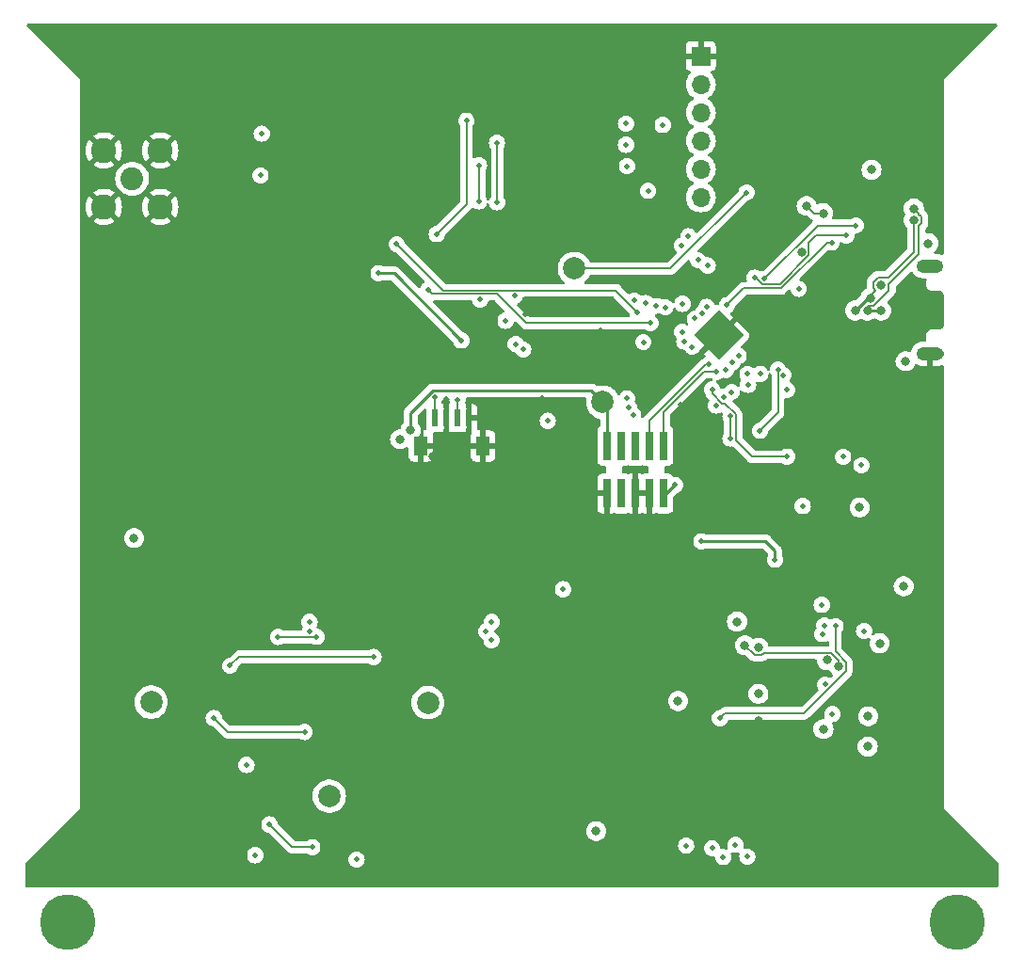
<source format=gbr>
%TF.GenerationSoftware,KiCad,Pcbnew,8.0.2-1*%
%TF.CreationDate,2024-05-28T17:53:56-07:00*%
%TF.ProjectId,flight_computer_dev_board_rfm98pw,666c6967-6874-45f6-936f-6d7075746572,rev?*%
%TF.SameCoordinates,Original*%
%TF.FileFunction,Copper,L4,Bot*%
%TF.FilePolarity,Positive*%
%FSLAX46Y46*%
G04 Gerber Fmt 4.6, Leading zero omitted, Abs format (unit mm)*
G04 Created by KiCad (PCBNEW 8.0.2-1) date 2024-05-28 17:53:56*
%MOMM*%
%LPD*%
G01*
G04 APERTURE LIST*
G04 Aperture macros list*
%AMRotRect*
0 Rectangle, with rotation*
0 The origin of the aperture is its center*
0 $1 length*
0 $2 width*
0 $3 Rotation angle, in degrees counterclockwise*
0 Add horizontal line*
21,1,$1,$2,0,0,$3*%
G04 Aperture macros list end*
%TA.AperFunction,ComponentPad*%
%ADD10C,2.050000*%
%TD*%
%TA.AperFunction,ComponentPad*%
%ADD11C,2.250000*%
%TD*%
%TA.AperFunction,ComponentPad*%
%ADD12C,2.000000*%
%TD*%
%TA.AperFunction,ComponentPad*%
%ADD13C,5.000000*%
%TD*%
%TA.AperFunction,ComponentPad*%
%ADD14C,0.500000*%
%TD*%
%TA.AperFunction,SMDPad,CuDef*%
%ADD15RotRect,3.200000X3.200000X315.000000*%
%TD*%
%TA.AperFunction,ComponentPad*%
%ADD16O,2.416000X1.208000*%
%TD*%
%TA.AperFunction,ComponentPad*%
%ADD17R,1.700000X1.700000*%
%TD*%
%TA.AperFunction,ComponentPad*%
%ADD18O,1.700000X1.700000*%
%TD*%
%TA.AperFunction,SMDPad,CuDef*%
%ADD19R,0.760000X2.600000*%
%TD*%
%TA.AperFunction,SMDPad,CuDef*%
%ADD20R,0.600000X1.550000*%
%TD*%
%TA.AperFunction,SMDPad,CuDef*%
%ADD21R,1.200000X1.800000*%
%TD*%
%TA.AperFunction,ViaPad*%
%ADD22C,0.600000*%
%TD*%
%TA.AperFunction,ViaPad*%
%ADD23C,0.460000*%
%TD*%
%TA.AperFunction,ViaPad*%
%ADD24C,0.800000*%
%TD*%
%TA.AperFunction,Conductor*%
%ADD25C,0.127000*%
%TD*%
%TA.AperFunction,Conductor*%
%ADD26C,0.250000*%
%TD*%
%TA.AperFunction,Conductor*%
%ADD27C,0.200000*%
%TD*%
G04 APERTURE END LIST*
D10*
%TO.P,J6,1,In*%
%TO.N,Net-(J6-In)*%
X153170000Y-71210000D03*
D11*
%TO.P,J6,2,Ext*%
%TO.N,GND*%
X150630000Y-68670000D03*
X150630000Y-73750000D03*
X155710000Y-68670000D03*
X155710000Y-73750000D03*
%TD*%
D12*
%TO.P,TP3,1,1*%
%TO.N,Net-(U9-RESET)*%
X154880000Y-118320000D03*
%TD*%
%TO.P,TP5,1,1*%
%TO.N,+5V*%
X179780000Y-118360000D03*
%TD*%
%TO.P,TP4,1,1*%
%TO.N,Net-(U9-STBY)*%
X170910000Y-126760000D03*
%TD*%
D13*
%TO.P,,1*%
%TO.N,N/C*%
X227414400Y-138100000D03*
%TD*%
%TO.P,,1*%
%TO.N,N/C*%
X147381083Y-138100000D03*
%TD*%
D12*
%TO.P,TP2,1,1*%
%TO.N,FC_RESET*%
X195510000Y-91320000D03*
%TD*%
D14*
%TO.P,IC1,57,GND*%
%TO.N,GND*%
X205930000Y-83400812D03*
X204020812Y-85310000D03*
D15*
X205930000Y-85310000D03*
D14*
X207839188Y-85310000D03*
X205930000Y-87219188D03*
%TD*%
D12*
%TO.P,TP1,1,1*%
%TO.N,D3*%
X192960000Y-79300000D03*
%TD*%
D16*
%TO.P,J8,SH1,Shield*%
%TO.N,GND*%
X224920000Y-86970000D03*
%TO.P,J8,SH6*%
%TO.N,N/C*%
X224920000Y-79070000D03*
%TD*%
D17*
%TO.P,J3,1,Pin_1*%
%TO.N,GND*%
X204330000Y-60190000D03*
D18*
%TO.P,J3,2,Pin_2*%
%TO.N,TX*%
X204330000Y-62730000D03*
%TO.P,J3,3,Pin_3*%
%TO.N,RX*%
X204330000Y-65270000D03*
%TO.P,J3,4,Pin_4*%
%TO.N,SCL1*%
X204330000Y-67810000D03*
%TO.P,J3,5,Pin_5*%
%TO.N,SDA1*%
X204330000Y-70350000D03*
%TO.P,J3,6,Pin_6*%
%TO.N,3.3V*%
X204330000Y-72890000D03*
%TD*%
D19*
%TO.P,J1,1,VTref*%
%TO.N,3.3V*%
X200980000Y-99530000D03*
%TO.P,J1,2,SWDIO/TMS*%
%TO.N,SWDIO*%
X200980000Y-95230000D03*
%TO.P,J1,3,GND*%
%TO.N,GND*%
X199710000Y-99530000D03*
%TO.P,J1,4,SWDCLK/TCK*%
%TO.N,SWCLK*%
X199710000Y-95230000D03*
%TO.P,J1,5,GND*%
%TO.N,GND*%
X198440000Y-99530000D03*
%TO.P,J1,6,SWO/TDO*%
%TO.N,unconnected-(J1-SWO{slash}TDO-Pad6)*%
X198440000Y-95230000D03*
%TO.P,J1,7,KEY*%
%TO.N,unconnected-(J1-KEY-Pad7)*%
X197170000Y-99530000D03*
%TO.P,J1,8,NC/TDI*%
%TO.N,unconnected-(J1-NC{slash}TDI-Pad8)*%
X197170000Y-95230000D03*
%TO.P,J1,9,GNDDetect*%
%TO.N,GND*%
X195900000Y-99530000D03*
%TO.P,J1,10,~{RESET}*%
%TO.N,FC_RESET*%
X195900000Y-95230000D03*
%TD*%
D20*
%TO.P,J12,1,1*%
%TO.N,3.3V*%
X180440000Y-92747500D03*
%TO.P,J12,2,2*%
%TO.N,GND*%
X181440000Y-92747500D03*
%TO.P,J12,3,3*%
%TO.N,VCC_RF1*%
X182440000Y-92747500D03*
%TO.P,J12,4,4*%
%TO.N,GND*%
X183440000Y-92747500D03*
D21*
%TO.P,J12,S1,SHIELD*%
X179140000Y-95272500D03*
%TO.P,J12,S2,SHIELD*%
X184740000Y-95272500D03*
%TD*%
D22*
%TO.N,GND*%
X153230000Y-62770000D03*
D23*
X165960000Y-118530000D03*
D24*
X180230000Y-96170000D03*
D23*
X165920000Y-120130000D03*
D24*
X215270000Y-86050000D03*
D22*
X159110000Y-58990000D03*
D24*
X216930000Y-106440000D03*
D22*
X152860000Y-64860000D03*
D23*
X167110000Y-132590000D03*
X163510000Y-118550000D03*
D24*
X153511000Y-100637000D03*
D22*
X154870000Y-65870000D03*
X151810000Y-60210000D03*
X164430000Y-59240000D03*
D23*
X170800000Y-129770000D03*
X184610000Y-84030000D03*
X173850000Y-115970000D03*
D24*
X218140000Y-68160000D03*
D23*
X208679998Y-97590002D03*
X200300000Y-81610000D03*
X208982438Y-91907561D03*
D22*
X155270000Y-61360000D03*
D24*
X221430000Y-75570000D03*
D22*
X153930000Y-65870000D03*
X155250000Y-62360000D03*
X153120000Y-58960000D03*
X164550000Y-61340000D03*
D23*
X180070000Y-127000000D03*
D22*
X158020000Y-58980000D03*
D23*
X172870000Y-124160000D03*
D24*
X213390000Y-77840000D03*
D22*
X164510000Y-60360000D03*
D23*
X177270000Y-120100000D03*
D22*
X154380000Y-58940000D03*
D24*
X222660000Y-96000000D03*
D23*
X189950000Y-85580000D03*
X165720000Y-128040000D03*
D22*
X153120000Y-63830000D03*
D23*
X158470000Y-132530000D03*
D24*
X209520000Y-120000000D03*
D22*
X153940000Y-66910000D03*
D23*
X198529500Y-89848715D03*
X162340000Y-128210000D03*
D22*
X155580000Y-58990000D03*
D24*
X196160000Y-78060000D03*
X220400000Y-84690000D03*
D23*
X205900000Y-77570000D03*
X204120000Y-132130000D03*
X169040000Y-125260000D03*
D22*
X162580000Y-58200000D03*
D23*
X224550000Y-101060000D03*
D24*
X211180000Y-71770000D03*
D22*
X151800000Y-61520000D03*
X151920000Y-58970000D03*
X161280000Y-58230000D03*
D23*
X195320000Y-84860000D03*
D22*
X156770000Y-58980000D03*
D23*
X163480000Y-120130000D03*
D22*
X163890000Y-58230000D03*
D23*
X194250000Y-93350000D03*
D22*
X155990000Y-65870000D03*
D24*
X201550000Y-106360000D03*
D23*
X202520000Y-91510000D03*
D24*
X208290000Y-76340000D03*
D22*
X159190000Y-60740000D03*
D24*
X189070000Y-95910000D03*
D23*
X184360000Y-92700000D03*
D22*
X160210000Y-58640000D03*
D23*
X188490000Y-83380000D03*
D22*
X152330000Y-66910000D03*
D23*
X190080000Y-90960000D03*
X181440000Y-91020000D03*
D22*
X152370000Y-65680000D03*
D23*
%TO.N,3.3V*%
X163460000Y-123970000D03*
X184480000Y-82086500D03*
D24*
X194910000Y-129920000D03*
X202280000Y-118210000D03*
D23*
X164250000Y-132090000D03*
D24*
X209510000Y-117560000D03*
X209530000Y-113420000D03*
D23*
X173360000Y-132480000D03*
X206340000Y-132250000D03*
X213130000Y-81120000D03*
X188360000Y-86580000D03*
X202010000Y-98770000D03*
X180430000Y-90840000D03*
D24*
X219690000Y-70410000D03*
X153341000Y-103557000D03*
%TO.N,VBUS*%
X220550000Y-80800000D03*
X222750000Y-87640000D03*
X224800000Y-77030000D03*
D23*
%TO.N,VCC_RF1*%
X182440000Y-91140000D03*
X182790000Y-85770000D03*
X211000000Y-105500000D03*
X204390000Y-103840000D03*
X175340000Y-79710000D03*
X190560000Y-93000000D03*
%TO.N,D3*%
X199170000Y-85920000D03*
X208450000Y-72460000D03*
X216160000Y-119380000D03*
%TO.N,ENABLE_BURN {slash} PC*%
X203796738Y-83787000D03*
X219020000Y-111910000D03*
%TO.N,I2C_RESET {slash} VS*%
X202679075Y-82473441D03*
D24*
X219340353Y-122320353D03*
D23*
%TO.N,ENAB_RF {slash} D2*%
X202660000Y-85010000D03*
D24*
X219380000Y-119590000D03*
D23*
%TO.N,VBUS_RESET {slash} D4*%
X215506396Y-116726396D03*
X202849500Y-85860738D03*
D24*
%TO.N,BURN_RELAY_A {slash} D5*%
X215670000Y-114530688D03*
D23*
X203550000Y-86350000D03*
%TO.N,D7*%
X212080784Y-96219216D03*
X205337798Y-90170000D03*
X215450000Y-111420000D03*
%TO.N,D6*%
X215280000Y-112190000D03*
X205700000Y-91630000D03*
%TO.N,D8*%
X215210000Y-109560000D03*
X206400000Y-90840000D03*
%TO.N,SPI0_CS1*%
X208510000Y-132220000D03*
X216450000Y-111480000D03*
X209680000Y-88780000D03*
X206050000Y-119760000D03*
%TO.N,D9*%
X207100000Y-90410000D03*
X213493500Y-100670000D03*
%TO.N,TX*%
X204950000Y-79020000D03*
%TO.N,RX*%
X204070000Y-78550000D03*
%TO.N,Neo_pwr*%
X212080000Y-90220000D03*
X217130000Y-96240000D03*
%TO.N,SPI0_CS2*%
X209650000Y-93900000D03*
X211270172Y-88389828D03*
X191943000Y-108150000D03*
X161980000Y-115040000D03*
X174890000Y-114250000D03*
%TO.N,SDA1*%
X203210000Y-76390000D03*
X186770000Y-84000000D03*
%TO.N,SCL1*%
X187678042Y-86101958D03*
X187600000Y-81760000D03*
X202620000Y-77230000D03*
%TO.N,SDA0*%
X204850522Y-82754243D03*
D24*
X220410000Y-113017000D03*
X207590000Y-111070000D03*
%TO.N,SCL0*%
X208292347Y-113207653D03*
D23*
X204462067Y-83351099D03*
D24*
X216760000Y-115090000D03*
D23*
%TO.N,D0*%
X211765172Y-88884828D03*
D24*
X177274504Y-94662383D03*
%TO.N,HS*%
X215360000Y-120730000D03*
D23*
X208583633Y-89766425D03*
D24*
X222580000Y-107880000D03*
X218610000Y-100800000D03*
%TO.N,FC_RESET*%
X178212868Y-93870119D03*
D23*
%TO.N,SWCLK*%
X205044501Y-87897613D03*
%TO.N,SWDIO*%
X205760000Y-88610000D03*
%TO.N,SPI0_MISO*%
X201127420Y-82797802D03*
X198250000Y-92490000D03*
X169760000Y-112440000D03*
X199590000Y-72310000D03*
X185505000Y-112745000D03*
X166300000Y-112450000D03*
X203010000Y-131230000D03*
%TO.N,SPI0_CS0*%
X200340891Y-82659109D03*
X197600000Y-66270000D03*
X183240000Y-66001499D03*
X180570000Y-76200000D03*
%TO.N,SPI0_SCK*%
X185010000Y-111946500D03*
X205340000Y-131450000D03*
X197600000Y-68170000D03*
X169150000Y-111950000D03*
X185990000Y-68001499D03*
X199392286Y-82407714D03*
X197874605Y-91817762D03*
X186010000Y-73340000D03*
%TO.N,SPI0_MOSI*%
X197690000Y-90980000D03*
X169130000Y-111100000D03*
X184370000Y-70001499D03*
X197690000Y-70090000D03*
X185520000Y-111100000D03*
X198371758Y-82190609D03*
X207440000Y-131140000D03*
X184370000Y-73260000D03*
%TO.N,RF1_RST*%
X200910000Y-66380000D03*
X206570000Y-88420000D03*
%TO.N,WDT_WDI*%
X206990000Y-92600000D03*
X206990000Y-94590000D03*
%TO.N,RF1_IO4*%
X198640000Y-83210000D03*
X176960000Y-77100000D03*
X164830000Y-67160000D03*
X207168321Y-87727200D03*
%TO.N,RF1_IO0*%
X207730000Y-87140000D03*
X199794371Y-84205629D03*
X164720000Y-70930000D03*
X179790000Y-81240000D03*
%TO.N,NEOPIX*%
X208534359Y-88793124D03*
X218780000Y-97000000D03*
%TO.N,/QSPI_DATA[3]*%
X218280000Y-75430000D03*
X210049974Y-80209974D03*
%TO.N,/QSPI_SCK*%
X217420000Y-76340000D03*
X209174194Y-80114194D03*
%TO.N,/QSPI_DATA[0]*%
X206690000Y-82590000D03*
X216096396Y-76966396D03*
D24*
%TO.N,/QSPI_DATA[2]*%
X213850000Y-73670000D03*
X215330000Y-74330000D03*
%TO.N,USB_D-*%
X223489169Y-74945000D03*
X218210000Y-83080000D03*
X219580000Y-81940000D03*
%TO.N,USB_D+*%
X219320000Y-83080000D03*
X220550000Y-83090000D03*
X223489169Y-73895000D03*
D23*
%TO.N,CANL*%
X165520000Y-129320000D03*
X169380000Y-131360000D03*
%TO.N,TXCAN*%
X160520000Y-119740000D03*
X168690000Y-121000000D03*
%TD*%
D25*
%TO.N,3.3V*%
X180440000Y-90850000D02*
X180430000Y-90840000D01*
D26*
X200980000Y-99530000D02*
X201250000Y-99530000D01*
X201250000Y-99530000D02*
X202010000Y-98770000D01*
D25*
X180440000Y-92747500D02*
X180440000Y-90850000D01*
D26*
%TO.N,VCC_RF1*%
X210130000Y-103840000D02*
X204390000Y-103840000D01*
X176730000Y-79710000D02*
X182790000Y-85770000D01*
D25*
X182440000Y-92747500D02*
X182440000Y-91140000D01*
D26*
X175340000Y-79710000D02*
X176730000Y-79710000D01*
X211000000Y-105500000D02*
X211000000Y-104710000D01*
X211000000Y-104710000D02*
X210130000Y-103840000D01*
D25*
%TO.N,D3*%
X192960000Y-79300000D02*
X201610000Y-79300000D01*
X201610000Y-79300000D02*
X208450000Y-72460000D01*
%TO.N,D7*%
X207483500Y-92395585D02*
X206513500Y-91425585D01*
X207483500Y-94773500D02*
X207483500Y-92395585D01*
X206193500Y-91425585D02*
X205337798Y-90569883D01*
X205337798Y-90569883D02*
X205337798Y-90170000D01*
X206513500Y-91425585D02*
X206193500Y-91425585D01*
X212060000Y-96240000D02*
X208950000Y-96240000D01*
X208950000Y-96240000D02*
X207483500Y-94773500D01*
X212080784Y-96219216D02*
X212060000Y-96240000D01*
%TO.N,SPI0_CS1*%
X217423500Y-114745097D02*
X217423500Y-115506500D01*
X216450000Y-111480000D02*
X216450000Y-113771597D01*
X217423500Y-115506500D02*
X213600000Y-119330000D01*
X206480000Y-119330000D02*
X206050000Y-119760000D01*
X213600000Y-119330000D02*
X206480000Y-119330000D01*
X216450000Y-113771597D02*
X217423500Y-114745097D01*
%TO.N,SPI0_CS2*%
X211270172Y-88389828D02*
X211270172Y-92259828D01*
X209650000Y-93880000D02*
X209650000Y-93900000D01*
X162770000Y-114250000D02*
X161980000Y-115040000D01*
X174890000Y-114250000D02*
X162770000Y-114250000D01*
X211270172Y-92259828D02*
X209650000Y-93880000D01*
%TO.N,SCL0*%
X216760000Y-115090000D02*
X216760000Y-114544045D01*
X209804071Y-114084260D02*
X209168954Y-114084260D01*
X216083643Y-113867688D02*
X210020643Y-113867688D01*
X209168954Y-114084260D02*
X208292347Y-113207653D01*
X210020643Y-113867688D02*
X209804071Y-114084260D01*
X216760000Y-114544045D02*
X216083643Y-113867688D01*
D26*
%TO.N,FC_RESET*%
X195900000Y-91710000D02*
X195510000Y-91320000D01*
X195900000Y-95230000D02*
X195900000Y-91710000D01*
X178212868Y-93870119D02*
X178212868Y-92272243D01*
X178212868Y-92272243D02*
X180205111Y-90280000D01*
X194470000Y-90280000D02*
X195510000Y-91320000D01*
X180205111Y-90280000D02*
X194470000Y-90280000D01*
D25*
%TO.N,SWCLK*%
X205044501Y-87897613D02*
X204756601Y-87897613D01*
X199710000Y-92944214D02*
X199710000Y-95230000D01*
X204756601Y-87897613D02*
X199710000Y-92944214D01*
%TO.N,SWDIO*%
X205760000Y-88610000D02*
X204630000Y-88610000D01*
X200980000Y-92260000D02*
X200980000Y-95230000D01*
X204630000Y-88610000D02*
X200980000Y-92260000D01*
%TO.N,SPI0_MISO*%
X169750000Y-112450000D02*
X169760000Y-112440000D01*
X166300000Y-112450000D02*
X169750000Y-112450000D01*
%TO.N,SPI0_CS0*%
X183240000Y-73530000D02*
X183240000Y-66001499D01*
X180570000Y-76200000D02*
X183240000Y-73530000D01*
%TO.N,SPI0_SCK*%
X186010000Y-73340000D02*
X186010000Y-68021499D01*
X186010000Y-68021499D02*
X185990000Y-68001499D01*
X169070000Y-111950000D02*
X169150000Y-111950000D01*
%TO.N,SPI0_MOSI*%
X184370000Y-73260000D02*
X184370000Y-70001499D01*
%TO.N,WDT_WDI*%
X206990000Y-92600000D02*
X206990000Y-94590000D01*
%TO.N,RF1_IO4*%
X196696500Y-81266500D02*
X198640000Y-83210000D01*
X176960000Y-77100000D02*
X181126500Y-81266500D01*
X181126500Y-81266500D02*
X196696500Y-81266500D01*
%TO.N,RF1_IO0*%
X188612129Y-84205629D02*
X199794371Y-84205629D01*
X179790000Y-81240000D02*
X180143500Y-81593500D01*
X186000000Y-81593500D02*
X188612129Y-84205629D01*
X180143500Y-81593500D02*
X186000000Y-81593500D01*
%TO.N,/QSPI_DATA[3]*%
X218280000Y-75430000D02*
X214829948Y-75430000D01*
X214829948Y-75430000D02*
X210049974Y-80209974D01*
%TO.N,/QSPI_SCK*%
X209845559Y-80703474D02*
X211464857Y-80703474D01*
X214680000Y-76340000D02*
X217420000Y-76340000D01*
X209174194Y-80114194D02*
X209256279Y-80114194D01*
X214053500Y-78114831D02*
X214053500Y-76966500D01*
X211464857Y-80703474D02*
X214053500Y-78114831D01*
X214053500Y-76966500D02*
X214680000Y-76340000D01*
X209256279Y-80114194D02*
X209845559Y-80703474D01*
%TO.N,/QSPI_DATA[0]*%
X208200000Y-81080000D02*
X206690000Y-82590000D01*
X215673604Y-76966396D02*
X211560000Y-81080000D01*
X216096396Y-76966396D02*
X215673604Y-76966396D01*
X211560000Y-81080000D02*
X208200000Y-81080000D01*
%TO.N,/QSPI_DATA[2]*%
X214510000Y-74330000D02*
X215330000Y-74330000D01*
X213850000Y-73670000D02*
X214510000Y-74330000D01*
D27*
%TO.N,USB_D-*%
X223489169Y-74945000D02*
X223489169Y-77800831D01*
X220025025Y-81264975D02*
X218210000Y-83080000D01*
X220260050Y-80100000D02*
X219850000Y-80510050D01*
X219850000Y-81089950D02*
X220025025Y-81264975D01*
X221190000Y-80100000D02*
X220260050Y-80100000D01*
D26*
X219350000Y-81940000D02*
X218210000Y-83080000D01*
D27*
X223489169Y-77800831D02*
X221190000Y-80100000D01*
X219850000Y-80510050D02*
X219850000Y-81089950D01*
D26*
X219580000Y-81940000D02*
X219350000Y-81940000D01*
D27*
%TO.N,USB_D+*%
X221250000Y-80676397D02*
X221250000Y-81259950D01*
X224189169Y-74655050D02*
X224189169Y-75234950D01*
X219869950Y-82640000D02*
X219320000Y-82640000D01*
X223489169Y-73895000D02*
X223939169Y-74345000D01*
X223939169Y-77987228D02*
X221250000Y-80676397D01*
D26*
X220540000Y-83080000D02*
X220550000Y-83090000D01*
D27*
X223939169Y-74405050D02*
X224189169Y-74655050D01*
X219320000Y-82640000D02*
X219320000Y-83080000D01*
X223939169Y-75484950D02*
X223939169Y-77987228D01*
X223939169Y-74345000D02*
X223939169Y-74405050D01*
X221250000Y-81259950D02*
X219869950Y-82640000D01*
D26*
X219320000Y-83080000D02*
X220540000Y-83080000D01*
D27*
X224189169Y-75234950D02*
X223939169Y-75484950D01*
D25*
%TO.N,CANL*%
X167560000Y-131360000D02*
X169380000Y-131360000D01*
X165520000Y-129320000D02*
X167560000Y-131360000D01*
%TO.N,TXCAN*%
X161780000Y-121000000D02*
X160520000Y-119740000D01*
X168690000Y-121000000D02*
X161780000Y-121000000D01*
%TD*%
%TA.AperFunction,Conductor*%
%TO.N,GND*%
G36*
X196478561Y-81850185D02*
G01*
X196499203Y-81866819D01*
X197882131Y-83249747D01*
X197915616Y-83311070D01*
X197917670Y-83323543D01*
X197923307Y-83373574D01*
X197923308Y-83373579D01*
X197923309Y-83373580D01*
X197957225Y-83470507D01*
X197959384Y-83476675D01*
X197962945Y-83546453D01*
X197928216Y-83607081D01*
X197866223Y-83639308D01*
X197842342Y-83641629D01*
X188897107Y-83641629D01*
X188830068Y-83621944D01*
X188809426Y-83605310D01*
X187841806Y-82637690D01*
X187808321Y-82576367D01*
X187813305Y-82506675D01*
X187855177Y-82450742D01*
X187888531Y-82432968D01*
X187918957Y-82422322D01*
X188058341Y-82334742D01*
X188174742Y-82218341D01*
X188262322Y-82078957D01*
X188316691Y-81923580D01*
X188316691Y-81923577D01*
X188318990Y-81917008D01*
X188321063Y-81917733D01*
X188350035Y-81865933D01*
X188411695Y-81833072D01*
X188436822Y-81830500D01*
X196411522Y-81830500D01*
X196478561Y-81850185D01*
G37*
%TD.AperFunction*%
%TA.AperFunction,Conductor*%
G36*
X230937327Y-57289685D02*
G01*
X230983082Y-57342489D01*
X230993026Y-57411647D01*
X230964001Y-57475203D01*
X230957969Y-57481681D01*
X226200025Y-62239624D01*
X226200024Y-62239625D01*
X226169500Y-62313316D01*
X226169500Y-77956939D01*
X226149815Y-78023978D01*
X226097011Y-78069733D01*
X226027853Y-78079677D01*
X225989206Y-78067424D01*
X225947981Y-78046419D01*
X225782641Y-77992697D01*
X225653854Y-77972299D01*
X225610926Y-77965500D01*
X225610925Y-77965500D01*
X225426049Y-77965500D01*
X225359010Y-77945815D01*
X225313255Y-77893011D01*
X225303311Y-77823853D01*
X225332336Y-77760297D01*
X225353164Y-77741182D01*
X225367735Y-77730595D01*
X225405871Y-77702888D01*
X225532533Y-77562216D01*
X225627179Y-77398284D01*
X225685674Y-77218256D01*
X225705460Y-77030000D01*
X225685674Y-76841744D01*
X225627179Y-76661716D01*
X225532533Y-76497784D01*
X225405871Y-76357112D01*
X225405870Y-76357111D01*
X225252734Y-76245851D01*
X225252729Y-76245848D01*
X225079807Y-76168857D01*
X225079802Y-76168855D01*
X224910552Y-76132881D01*
X224894646Y-76129500D01*
X224705354Y-76129500D01*
X224698860Y-76130880D01*
X224689446Y-76132881D01*
X224619779Y-76127563D01*
X224564047Y-76085424D01*
X224539944Y-76019843D01*
X224539669Y-76011590D01*
X224539669Y-75785048D01*
X224559354Y-75718009D01*
X224575988Y-75697367D01*
X224621884Y-75651471D01*
X224669689Y-75603666D01*
X224748746Y-75466734D01*
X224789669Y-75314007D01*
X224789669Y-74575993D01*
X224748746Y-74423266D01*
X224702340Y-74342888D01*
X224669693Y-74286340D01*
X224669690Y-74286336D01*
X224669689Y-74286334D01*
X224557885Y-74174530D01*
X224557884Y-74174529D01*
X224553554Y-74170199D01*
X224553543Y-74170189D01*
X224513265Y-74129911D01*
X224493559Y-74104231D01*
X224455484Y-74038284D01*
X224455483Y-74038282D01*
X224422592Y-73981313D01*
X224419689Y-73976284D01*
X224419688Y-73976283D01*
X224415625Y-73969245D01*
X224416952Y-73968478D01*
X224395056Y-73911862D01*
X224395334Y-73901500D01*
X224394629Y-73901500D01*
X224394629Y-73895002D01*
X224390767Y-73858256D01*
X224374843Y-73706744D01*
X224316348Y-73526716D01*
X224221702Y-73362784D01*
X224095040Y-73222112D01*
X224095039Y-73222111D01*
X223941903Y-73110851D01*
X223941898Y-73110848D01*
X223768976Y-73033857D01*
X223768971Y-73033855D01*
X223623170Y-73002865D01*
X223583815Y-72994500D01*
X223394523Y-72994500D01*
X223362066Y-73001398D01*
X223209366Y-73033855D01*
X223209361Y-73033857D01*
X223036439Y-73110848D01*
X223036434Y-73110851D01*
X222883298Y-73222111D01*
X222756635Y-73362785D01*
X222661990Y-73526715D01*
X222661987Y-73526722D01*
X222607640Y-73693987D01*
X222603495Y-73706744D01*
X222583709Y-73895000D01*
X222603495Y-74083256D01*
X222603496Y-74083259D01*
X222661990Y-74263286D01*
X222661991Y-74263288D01*
X222716673Y-74358001D01*
X222733146Y-74425901D01*
X222716673Y-74481999D01*
X222661991Y-74576711D01*
X222661990Y-74576713D01*
X222603496Y-74756740D01*
X222603495Y-74756744D01*
X222583709Y-74945000D01*
X222603495Y-75133256D01*
X222603496Y-75133259D01*
X222661987Y-75313277D01*
X222661990Y-75313284D01*
X222756636Y-75477216D01*
X222856819Y-75588480D01*
X222887049Y-75651471D01*
X222888669Y-75671452D01*
X222888669Y-77500734D01*
X222868984Y-77567773D01*
X222852350Y-77588415D01*
X220977584Y-79463181D01*
X220916261Y-79496666D01*
X220889903Y-79499500D01*
X220339107Y-79499500D01*
X220180992Y-79499500D01*
X220028265Y-79540423D01*
X220028264Y-79540423D01*
X220028262Y-79540424D01*
X220028259Y-79540425D01*
X219978146Y-79569359D01*
X219978145Y-79569360D01*
X219955405Y-79582489D01*
X219891335Y-79619479D01*
X219891332Y-79619481D01*
X219369481Y-80141332D01*
X219369477Y-80141337D01*
X219342281Y-80188445D01*
X219342280Y-80188447D01*
X219321302Y-80224782D01*
X219290423Y-80278264D01*
X219280272Y-80316147D01*
X219249499Y-80430993D01*
X219249499Y-80430995D01*
X219249499Y-80599096D01*
X219249500Y-80599109D01*
X219249500Y-81003280D01*
X219249499Y-81003298D01*
X219249499Y-81020902D01*
X219229814Y-81087941D01*
X219177010Y-81133696D01*
X219175935Y-81134181D01*
X219127269Y-81155848D01*
X218974129Y-81267111D01*
X218847466Y-81407785D01*
X218752821Y-81571715D01*
X218752817Y-81571725D01*
X218723093Y-81663202D01*
X218692844Y-81712563D01*
X218262227Y-82143182D01*
X218200907Y-82176666D01*
X218174548Y-82179500D01*
X218115354Y-82179500D01*
X218082897Y-82186398D01*
X217930197Y-82218855D01*
X217930192Y-82218857D01*
X217757270Y-82295848D01*
X217757265Y-82295851D01*
X217604129Y-82407111D01*
X217477466Y-82547785D01*
X217382821Y-82711715D01*
X217382818Y-82711722D01*
X217326463Y-82885167D01*
X217324326Y-82891744D01*
X217304540Y-83080000D01*
X217324326Y-83268256D01*
X217324327Y-83268259D01*
X217382818Y-83448277D01*
X217382821Y-83448284D01*
X217477467Y-83612216D01*
X217539442Y-83681046D01*
X217604129Y-83752888D01*
X217757265Y-83864148D01*
X217757270Y-83864151D01*
X217930192Y-83941142D01*
X217930197Y-83941144D01*
X218115354Y-83980500D01*
X218115355Y-83980500D01*
X218304644Y-83980500D01*
X218304646Y-83980500D01*
X218489803Y-83941144D01*
X218662730Y-83864151D01*
X218692114Y-83842801D01*
X218757921Y-83819322D01*
X218825975Y-83835147D01*
X218837886Y-83842802D01*
X218867271Y-83864152D01*
X219040192Y-83941142D01*
X219040197Y-83941144D01*
X219225354Y-83980500D01*
X219225355Y-83980500D01*
X219414644Y-83980500D01*
X219414646Y-83980500D01*
X219599803Y-83941144D01*
X219772730Y-83864151D01*
X219855234Y-83804208D01*
X219921038Y-83780729D01*
X219989092Y-83796554D01*
X220000992Y-83804201D01*
X220054122Y-83842802D01*
X220097270Y-83874151D01*
X220270192Y-83951142D01*
X220270197Y-83951144D01*
X220455354Y-83990500D01*
X220455355Y-83990500D01*
X220644644Y-83990500D01*
X220644646Y-83990500D01*
X220829803Y-83951144D01*
X221002730Y-83874151D01*
X221155871Y-83762888D01*
X221282533Y-83622216D01*
X221377179Y-83458284D01*
X221435674Y-83278256D01*
X221455460Y-83090000D01*
X221435674Y-82901744D01*
X221377179Y-82721716D01*
X221282533Y-82557784D01*
X221155871Y-82417112D01*
X221155870Y-82417111D01*
X221155868Y-82417109D01*
X221149494Y-82412478D01*
X221106830Y-82357146D01*
X221100854Y-82287533D01*
X221133461Y-82225739D01*
X221134629Y-82224555D01*
X221608506Y-81750678D01*
X221608511Y-81750674D01*
X221618714Y-81740470D01*
X221618716Y-81740470D01*
X221730520Y-81628666D01*
X221809577Y-81491734D01*
X221847184Y-81351382D01*
X221847185Y-81351380D01*
X221850500Y-81339009D01*
X221850500Y-80976493D01*
X221870185Y-80909454D01*
X221886814Y-80888817D01*
X223168103Y-79607527D01*
X223229424Y-79574044D01*
X223299116Y-79579028D01*
X223355049Y-79620900D01*
X223366265Y-79638911D01*
X223371346Y-79648883D01*
X223389410Y-79673746D01*
X223473535Y-79789533D01*
X223596467Y-79912465D01*
X223737116Y-80014653D01*
X223892019Y-80093580D01*
X223892021Y-80093581D01*
X224057358Y-80147302D01*
X224057359Y-80147302D01*
X224057362Y-80147303D01*
X224229074Y-80174500D01*
X224527235Y-80174500D01*
X224594274Y-80194185D01*
X224640029Y-80246989D01*
X224649973Y-80316147D01*
X224638955Y-80352302D01*
X224602120Y-80428790D01*
X224569500Y-80571702D01*
X224569500Y-80718297D01*
X224583963Y-80781659D01*
X224598890Y-80847061D01*
X224602120Y-80861209D01*
X224665720Y-80993276D01*
X224665722Y-80993279D01*
X224687549Y-81020648D01*
X224757117Y-81107883D01*
X224871723Y-81199279D01*
X225003794Y-81262881D01*
X225146706Y-81295500D01*
X225180118Y-81295500D01*
X225835989Y-81295500D01*
X225865067Y-81298958D01*
X225921388Y-81312544D01*
X225951611Y-81324185D01*
X225974334Y-81336559D01*
X226007277Y-81354498D01*
X226033453Y-81373569D01*
X226055373Y-81394428D01*
X226079368Y-81417263D01*
X226099714Y-81442466D01*
X226132744Y-81496557D01*
X226145869Y-81526167D01*
X226163764Y-81586964D01*
X226168773Y-81618964D01*
X226169847Y-81663157D01*
X226169307Y-81669568D01*
X226169433Y-81702816D01*
X226168729Y-81716486D01*
X226166393Y-81738302D01*
X226167487Y-81750469D01*
X226167288Y-81750486D01*
X226169676Y-81766856D01*
X226174442Y-83019625D01*
X226174443Y-83020097D01*
X226174443Y-84272751D01*
X226172107Y-84288978D01*
X226172428Y-84289007D01*
X226171335Y-84301175D01*
X226173737Y-84323591D01*
X226174443Y-84336802D01*
X226174443Y-84371554D01*
X226174329Y-84371554D01*
X226174726Y-84376167D01*
X226173651Y-84420512D01*
X226168644Y-84452512D01*
X226150755Y-84513304D01*
X226137630Y-84542917D01*
X226104608Y-84597001D01*
X226084263Y-84622204D01*
X226038358Y-84665894D01*
X226012181Y-84684969D01*
X225956531Y-84715279D01*
X225926309Y-84726923D01*
X225892332Y-84735122D01*
X225867805Y-84741040D01*
X225838720Y-84744500D01*
X225146702Y-84744500D01*
X225003790Y-84777120D01*
X224871723Y-84840720D01*
X224871720Y-84840722D01*
X224757117Y-84932117D01*
X224665722Y-85046720D01*
X224665720Y-85046723D01*
X224602120Y-85178790D01*
X224569500Y-85321702D01*
X224569500Y-85468297D01*
X224585067Y-85536499D01*
X224599799Y-85601043D01*
X224602120Y-85611209D01*
X224639196Y-85688198D01*
X224650548Y-85757139D01*
X224622826Y-85821274D01*
X224564831Y-85860240D01*
X224527476Y-85866000D01*
X224229108Y-85866000D01*
X224057478Y-85893183D01*
X223892206Y-85946884D01*
X223737377Y-86025774D01*
X223596790Y-86127918D01*
X223596789Y-86127918D01*
X223473918Y-86250789D01*
X223473918Y-86250790D01*
X223371774Y-86391377D01*
X223292884Y-86546208D01*
X223239181Y-86711486D01*
X223239152Y-86711611D01*
X223239127Y-86711653D01*
X223237679Y-86716112D01*
X223236741Y-86715807D01*
X223204354Y-86772198D01*
X223142323Y-86804354D01*
X223072755Y-86797869D01*
X223068146Y-86795927D01*
X223029807Y-86778857D01*
X223029802Y-86778855D01*
X222863841Y-86743580D01*
X222844646Y-86739500D01*
X222655354Y-86739500D01*
X222636159Y-86743580D01*
X222470197Y-86778855D01*
X222470192Y-86778857D01*
X222297270Y-86855848D01*
X222297265Y-86855851D01*
X222144129Y-86967111D01*
X222017466Y-87107785D01*
X221922821Y-87271715D01*
X221922818Y-87271722D01*
X221866095Y-87446300D01*
X221864326Y-87451744D01*
X221844540Y-87640000D01*
X221864326Y-87828256D01*
X221864327Y-87828259D01*
X221922818Y-88008277D01*
X221922819Y-88008279D01*
X221922821Y-88008284D01*
X222017467Y-88172216D01*
X222107407Y-88272104D01*
X222144129Y-88312888D01*
X222297265Y-88424148D01*
X222297270Y-88424151D01*
X222470192Y-88501142D01*
X222470197Y-88501144D01*
X222655354Y-88540500D01*
X222655355Y-88540500D01*
X222844644Y-88540500D01*
X222844646Y-88540500D01*
X223029803Y-88501144D01*
X223202730Y-88424151D01*
X223355871Y-88312888D01*
X223482533Y-88172216D01*
X223577179Y-88008284D01*
X223581288Y-87995636D01*
X223620724Y-87937961D01*
X223685082Y-87910761D01*
X223753928Y-87922673D01*
X223755515Y-87923467D01*
X223892206Y-87993115D01*
X224057478Y-88046816D01*
X224229108Y-88074000D01*
X224670000Y-88074000D01*
X224670000Y-87320000D01*
X225170000Y-87320000D01*
X225170000Y-88074000D01*
X225610892Y-88074000D01*
X225782521Y-88046816D01*
X225947795Y-87993114D01*
X225989204Y-87972015D01*
X226057873Y-87959118D01*
X226122614Y-87985394D01*
X226162871Y-88042499D01*
X226169500Y-88082499D01*
X226169500Y-127776683D01*
X226200024Y-127850374D01*
X231106381Y-132756731D01*
X231139866Y-132818054D01*
X231142700Y-132844412D01*
X231142700Y-134816000D01*
X231123015Y-134883039D01*
X231070211Y-134928794D01*
X231018700Y-134940000D01*
X143667700Y-134940000D01*
X143600661Y-134920315D01*
X143554906Y-134867511D01*
X143543700Y-134816000D01*
X143543700Y-132844412D01*
X143563385Y-132777373D01*
X143580019Y-132756731D01*
X144246754Y-132089996D01*
X163514878Y-132089996D01*
X163514878Y-132090003D01*
X163533307Y-132253574D01*
X163587676Y-132408953D01*
X163587677Y-132408955D01*
X163587678Y-132408957D01*
X163675258Y-132548341D01*
X163791659Y-132664742D01*
X163931043Y-132752322D01*
X164086420Y-132806691D01*
X164086423Y-132806691D01*
X164086425Y-132806692D01*
X164249996Y-132825122D01*
X164250000Y-132825122D01*
X164250004Y-132825122D01*
X164413574Y-132806692D01*
X164413575Y-132806691D01*
X164413580Y-132806691D01*
X164568957Y-132752322D01*
X164708341Y-132664742D01*
X164824742Y-132548341D01*
X164867686Y-132479996D01*
X172624878Y-132479996D01*
X172624878Y-132480003D01*
X172643307Y-132643574D01*
X172697676Y-132798953D01*
X172697677Y-132798955D01*
X172697678Y-132798957D01*
X172785258Y-132938341D01*
X172901659Y-133054742D01*
X173041043Y-133142322D01*
X173196420Y-133196691D01*
X173196423Y-133196691D01*
X173196425Y-133196692D01*
X173359996Y-133215122D01*
X173360000Y-133215122D01*
X173360004Y-133215122D01*
X173523574Y-133196692D01*
X173523575Y-133196691D01*
X173523580Y-133196691D01*
X173678957Y-133142322D01*
X173818341Y-133054742D01*
X173934742Y-132938341D01*
X174022322Y-132798957D01*
X174076691Y-132643580D01*
X174082004Y-132596425D01*
X174095122Y-132480003D01*
X174095122Y-132479996D01*
X174076692Y-132316425D01*
X174076691Y-132316423D01*
X174076691Y-132316420D01*
X174022322Y-132161043D01*
X173934742Y-132021659D01*
X173818341Y-131905258D01*
X173678957Y-131817678D01*
X173678956Y-131817677D01*
X173678955Y-131817677D01*
X173678953Y-131817676D01*
X173539715Y-131768955D01*
X173523580Y-131763309D01*
X173523579Y-131763308D01*
X173523574Y-131763307D01*
X173360004Y-131744878D01*
X173359996Y-131744878D01*
X173196425Y-131763307D01*
X173041046Y-131817676D01*
X173041044Y-131817677D01*
X172901658Y-131905258D01*
X172785258Y-132021658D01*
X172697677Y-132161044D01*
X172697676Y-132161046D01*
X172643307Y-132316425D01*
X172624878Y-132479996D01*
X164867686Y-132479996D01*
X164912322Y-132408957D01*
X164966691Y-132253580D01*
X164967094Y-132250003D01*
X164985122Y-132090003D01*
X164985122Y-132089996D01*
X164966692Y-131926425D01*
X164966691Y-131926423D01*
X164966691Y-131926420D01*
X164912322Y-131771043D01*
X164824742Y-131631659D01*
X164708341Y-131515258D01*
X164568957Y-131427678D01*
X164568956Y-131427677D01*
X164568955Y-131427677D01*
X164568953Y-131427676D01*
X164413574Y-131373307D01*
X164250004Y-131354878D01*
X164249996Y-131354878D01*
X164086425Y-131373307D01*
X163931046Y-131427676D01*
X163931044Y-131427677D01*
X163791658Y-131515258D01*
X163675258Y-131631658D01*
X163587677Y-131771044D01*
X163587676Y-131771046D01*
X163533307Y-131926425D01*
X163514878Y-132089996D01*
X144246754Y-132089996D01*
X145931872Y-130404878D01*
X147016754Y-129319996D01*
X164784878Y-129319996D01*
X164784878Y-129320003D01*
X164803307Y-129483574D01*
X164857676Y-129638953D01*
X164857677Y-129638955D01*
X164857678Y-129638957D01*
X164945258Y-129778341D01*
X165061659Y-129894742D01*
X165201043Y-129982322D01*
X165201045Y-129982322D01*
X165201051Y-129982326D01*
X165356412Y-130036689D01*
X165356417Y-130036690D01*
X165356420Y-130036691D01*
X165406453Y-130042328D01*
X165470866Y-130069393D01*
X165480250Y-130077866D01*
X167213696Y-131811313D01*
X167213697Y-131811314D01*
X167213699Y-131811315D01*
X167342300Y-131885563D01*
X167342301Y-131885563D01*
X167342304Y-131885565D01*
X167485748Y-131924001D01*
X167485751Y-131924001D01*
X167641849Y-131924001D01*
X167641865Y-131924000D01*
X168868840Y-131924000D01*
X168934810Y-131943005D01*
X169061043Y-132022322D01*
X169216420Y-132076691D01*
X169216423Y-132076691D01*
X169216425Y-132076692D01*
X169379996Y-132095122D01*
X169380000Y-132095122D01*
X169380004Y-132095122D01*
X169543574Y-132076692D01*
X169543575Y-132076691D01*
X169543580Y-132076691D01*
X169698957Y-132022322D01*
X169838341Y-131934742D01*
X169954742Y-131818341D01*
X170042322Y-131678957D01*
X170096691Y-131523580D01*
X170096692Y-131523574D01*
X170115122Y-131360003D01*
X170115122Y-131359996D01*
X170100475Y-131229996D01*
X202274878Y-131229996D01*
X202274878Y-131230003D01*
X202293307Y-131393574D01*
X202347676Y-131548953D01*
X202347677Y-131548955D01*
X202347678Y-131548957D01*
X202435258Y-131688341D01*
X202551659Y-131804742D01*
X202691043Y-131892322D01*
X202846420Y-131946691D01*
X202846423Y-131946691D01*
X202846425Y-131946692D01*
X203009996Y-131965122D01*
X203010000Y-131965122D01*
X203010004Y-131965122D01*
X203173574Y-131946692D01*
X203173575Y-131946691D01*
X203173580Y-131946691D01*
X203328957Y-131892322D01*
X203468341Y-131804742D01*
X203584742Y-131688341D01*
X203672322Y-131548957D01*
X203706950Y-131449996D01*
X204604878Y-131449996D01*
X204604878Y-131450003D01*
X204623307Y-131613574D01*
X204677676Y-131768953D01*
X204677677Y-131768955D01*
X204677678Y-131768957D01*
X204765258Y-131908341D01*
X204881659Y-132024742D01*
X205021043Y-132112322D01*
X205176420Y-132166691D01*
X205176423Y-132166691D01*
X205176425Y-132166692D01*
X205339996Y-132185122D01*
X205340000Y-132185122D01*
X205340004Y-132185122D01*
X205471119Y-132170349D01*
X205539940Y-132182403D01*
X205591320Y-132229753D01*
X205608222Y-132279685D01*
X205623307Y-132413574D01*
X205677676Y-132568953D01*
X205677677Y-132568955D01*
X205677678Y-132568957D01*
X205765258Y-132708341D01*
X205881659Y-132824742D01*
X206021043Y-132912322D01*
X206176420Y-132966691D01*
X206176423Y-132966691D01*
X206176425Y-132966692D01*
X206339996Y-132985122D01*
X206340000Y-132985122D01*
X206340004Y-132985122D01*
X206503574Y-132966692D01*
X206503575Y-132966691D01*
X206503580Y-132966691D01*
X206658957Y-132912322D01*
X206798341Y-132824742D01*
X206914742Y-132708341D01*
X207002322Y-132568957D01*
X207056691Y-132413580D01*
X207057212Y-132408955D01*
X207075122Y-132250003D01*
X207075122Y-132249996D01*
X207056692Y-132086423D01*
X207046195Y-132056424D01*
X207019474Y-131980063D01*
X207015913Y-131910285D01*
X207050641Y-131849658D01*
X207112635Y-131817430D01*
X207177470Y-131822067D01*
X207202437Y-131830803D01*
X207276420Y-131856691D01*
X207276423Y-131856691D01*
X207276425Y-131856692D01*
X207439996Y-131875122D01*
X207440000Y-131875122D01*
X207440004Y-131875122D01*
X207603576Y-131856692D01*
X207603578Y-131856691D01*
X207603580Y-131856691D01*
X207656381Y-131838214D01*
X207726158Y-131834652D01*
X207786786Y-131869381D01*
X207819013Y-131931374D01*
X207814377Y-131996209D01*
X207793307Y-132056424D01*
X207774878Y-132219996D01*
X207774878Y-132220003D01*
X207793307Y-132383574D01*
X207847676Y-132538953D01*
X207847677Y-132538955D01*
X207847678Y-132538957D01*
X207935258Y-132678341D01*
X208051659Y-132794742D01*
X208191043Y-132882322D01*
X208346420Y-132936691D01*
X208346423Y-132936691D01*
X208346425Y-132936692D01*
X208509996Y-132955122D01*
X208510000Y-132955122D01*
X208510004Y-132955122D01*
X208673574Y-132936692D01*
X208673575Y-132936691D01*
X208673580Y-132936691D01*
X208828957Y-132882322D01*
X208968341Y-132794742D01*
X209084742Y-132678341D01*
X209172322Y-132538957D01*
X209226691Y-132383580D01*
X209238397Y-132279685D01*
X209245122Y-132220003D01*
X209245122Y-132219996D01*
X209226692Y-132056425D01*
X209226691Y-132056423D01*
X209226691Y-132056420D01*
X209172322Y-131901043D01*
X209084742Y-131761659D01*
X208968341Y-131645258D01*
X208828957Y-131557678D01*
X208828956Y-131557677D01*
X208828955Y-131557677D01*
X208828953Y-131557676D01*
X208673574Y-131503307D01*
X208510004Y-131484878D01*
X208509996Y-131484878D01*
X208346424Y-131503307D01*
X208293617Y-131521785D01*
X208223838Y-131525346D01*
X208163211Y-131490616D01*
X208130985Y-131428622D01*
X208135623Y-131363788D01*
X208156691Y-131303580D01*
X208156691Y-131303578D01*
X208156692Y-131303576D01*
X208175122Y-131140003D01*
X208175122Y-131139996D01*
X208156692Y-130976425D01*
X208156691Y-130976423D01*
X208156691Y-130976420D01*
X208102322Y-130821043D01*
X208014742Y-130681659D01*
X207898341Y-130565258D01*
X207758957Y-130477678D01*
X207758956Y-130477677D01*
X207758955Y-130477677D01*
X207758953Y-130477676D01*
X207603574Y-130423307D01*
X207440004Y-130404878D01*
X207439996Y-130404878D01*
X207276425Y-130423307D01*
X207121046Y-130477676D01*
X207121044Y-130477677D01*
X206981658Y-130565258D01*
X206865258Y-130681658D01*
X206777677Y-130821044D01*
X206777676Y-130821046D01*
X206723307Y-130976425D01*
X206704878Y-131139996D01*
X206704878Y-131140003D01*
X206723307Y-131303574D01*
X206723308Y-131303579D01*
X206723309Y-131303580D01*
X206754801Y-131393580D01*
X206760525Y-131409936D01*
X206764086Y-131479714D01*
X206729357Y-131540342D01*
X206667364Y-131572569D01*
X206602530Y-131567932D01*
X206503575Y-131533307D01*
X206503576Y-131533307D01*
X206340004Y-131514878D01*
X206339995Y-131514878D01*
X206208879Y-131529650D01*
X206140058Y-131517595D01*
X206088679Y-131470246D01*
X206071777Y-131420313D01*
X206056692Y-131286425D01*
X206056691Y-131286423D01*
X206056691Y-131286420D01*
X206002322Y-131131043D01*
X205914742Y-130991659D01*
X205798341Y-130875258D01*
X205658957Y-130787678D01*
X205658956Y-130787677D01*
X205658955Y-130787677D01*
X205658953Y-130787676D01*
X205503574Y-130733307D01*
X205340004Y-130714878D01*
X205339996Y-130714878D01*
X205176425Y-130733307D01*
X205021046Y-130787676D01*
X205021044Y-130787677D01*
X204881658Y-130875258D01*
X204765258Y-130991658D01*
X204677677Y-131131044D01*
X204677676Y-131131046D01*
X204623307Y-131286425D01*
X204604878Y-131449996D01*
X203706950Y-131449996D01*
X203726691Y-131393580D01*
X203728975Y-131373309D01*
X203745122Y-131230003D01*
X203745122Y-131229996D01*
X203726692Y-131066425D01*
X203726691Y-131066423D01*
X203726691Y-131066420D01*
X203672322Y-130911043D01*
X203584742Y-130771659D01*
X203468341Y-130655258D01*
X203328957Y-130567678D01*
X203328956Y-130567677D01*
X203328955Y-130567677D01*
X203328953Y-130567676D01*
X203173574Y-130513307D01*
X203010004Y-130494878D01*
X203009996Y-130494878D01*
X202846425Y-130513307D01*
X202691046Y-130567676D01*
X202691044Y-130567677D01*
X202551658Y-130655258D01*
X202435258Y-130771658D01*
X202347677Y-130911044D01*
X202347676Y-130911046D01*
X202293307Y-131066425D01*
X202274878Y-131229996D01*
X170100475Y-131229996D01*
X170096692Y-131196425D01*
X170096691Y-131196423D01*
X170096691Y-131196420D01*
X170042322Y-131041043D01*
X169954742Y-130901659D01*
X169838341Y-130785258D01*
X169698957Y-130697678D01*
X169698956Y-130697677D01*
X169698955Y-130697677D01*
X169698953Y-130697676D01*
X169543574Y-130643307D01*
X169380004Y-130624878D01*
X169379996Y-130624878D01*
X169216425Y-130643307D01*
X169061046Y-130697676D01*
X169061044Y-130697677D01*
X169050741Y-130704151D01*
X168934810Y-130776994D01*
X168868840Y-130796000D01*
X167844979Y-130796000D01*
X167777940Y-130776315D01*
X167757298Y-130759681D01*
X166917616Y-129920000D01*
X194004540Y-129920000D01*
X194024326Y-130108256D01*
X194024327Y-130108259D01*
X194082818Y-130288277D01*
X194082821Y-130288284D01*
X194177467Y-130452216D01*
X194232474Y-130513307D01*
X194304129Y-130592888D01*
X194457265Y-130704148D01*
X194457270Y-130704151D01*
X194630192Y-130781142D01*
X194630197Y-130781144D01*
X194815354Y-130820500D01*
X194815355Y-130820500D01*
X195004644Y-130820500D01*
X195004646Y-130820500D01*
X195189803Y-130781144D01*
X195362730Y-130704151D01*
X195515871Y-130592888D01*
X195642533Y-130452216D01*
X195737179Y-130288284D01*
X195795674Y-130108256D01*
X195815460Y-129920000D01*
X195795674Y-129731744D01*
X195737179Y-129551716D01*
X195642533Y-129387784D01*
X195515871Y-129247112D01*
X195459906Y-129206451D01*
X195362734Y-129135851D01*
X195362729Y-129135848D01*
X195189807Y-129058857D01*
X195189802Y-129058855D01*
X195044001Y-129027865D01*
X195004646Y-129019500D01*
X194815354Y-129019500D01*
X194782897Y-129026398D01*
X194630197Y-129058855D01*
X194630192Y-129058857D01*
X194457270Y-129135848D01*
X194457265Y-129135851D01*
X194304129Y-129247111D01*
X194177466Y-129387785D01*
X194082821Y-129551715D01*
X194082818Y-129551722D01*
X194024327Y-129731740D01*
X194024326Y-129731744D01*
X194004540Y-129920000D01*
X166917616Y-129920000D01*
X166277867Y-129280251D01*
X166244382Y-129218928D01*
X166242329Y-129206467D01*
X166236691Y-129156420D01*
X166236690Y-129156417D01*
X166236689Y-129156412D01*
X166182326Y-129001051D01*
X166182322Y-129001044D01*
X166182322Y-129001043D01*
X166094742Y-128861659D01*
X165978341Y-128745258D01*
X165838957Y-128657678D01*
X165838956Y-128657677D01*
X165838955Y-128657677D01*
X165838953Y-128657676D01*
X165683574Y-128603307D01*
X165520004Y-128584878D01*
X165519996Y-128584878D01*
X165356425Y-128603307D01*
X165201046Y-128657676D01*
X165201044Y-128657677D01*
X165061658Y-128745258D01*
X164945258Y-128861658D01*
X164857677Y-129001044D01*
X164857676Y-129001046D01*
X164803307Y-129156425D01*
X164784878Y-129319996D01*
X147016754Y-129319996D01*
X148489976Y-127846774D01*
X148520500Y-127773082D01*
X148520500Y-127693318D01*
X148520500Y-126759994D01*
X169404357Y-126759994D01*
X169404357Y-126760005D01*
X169424890Y-127007812D01*
X169424892Y-127007824D01*
X169485936Y-127248881D01*
X169585826Y-127476606D01*
X169721833Y-127684782D01*
X169721836Y-127684785D01*
X169890256Y-127867738D01*
X170086491Y-128020474D01*
X170305190Y-128138828D01*
X170540386Y-128219571D01*
X170785665Y-128260500D01*
X171034335Y-128260500D01*
X171279614Y-128219571D01*
X171514810Y-128138828D01*
X171733509Y-128020474D01*
X171929744Y-127867738D01*
X172098164Y-127684785D01*
X172234173Y-127476607D01*
X172334063Y-127248881D01*
X172395108Y-127007821D01*
X172415643Y-126760000D01*
X172395108Y-126512179D01*
X172334063Y-126271119D01*
X172234173Y-126043393D01*
X172098166Y-125835217D01*
X172076557Y-125811744D01*
X171929744Y-125652262D01*
X171733509Y-125499526D01*
X171733507Y-125499525D01*
X171733506Y-125499524D01*
X171514811Y-125381172D01*
X171514802Y-125381169D01*
X171279616Y-125300429D01*
X171034335Y-125259500D01*
X170785665Y-125259500D01*
X170540383Y-125300429D01*
X170305197Y-125381169D01*
X170305188Y-125381172D01*
X170086493Y-125499524D01*
X169890257Y-125652261D01*
X169721833Y-125835217D01*
X169585826Y-126043393D01*
X169485936Y-126271118D01*
X169424892Y-126512175D01*
X169424890Y-126512187D01*
X169404357Y-126759994D01*
X148520500Y-126759994D01*
X148520500Y-123969996D01*
X162724878Y-123969996D01*
X162724878Y-123970003D01*
X162743307Y-124133574D01*
X162797676Y-124288953D01*
X162797677Y-124288955D01*
X162797678Y-124288957D01*
X162885258Y-124428341D01*
X163001659Y-124544742D01*
X163141043Y-124632322D01*
X163296420Y-124686691D01*
X163296423Y-124686691D01*
X163296425Y-124686692D01*
X163459996Y-124705122D01*
X163460000Y-124705122D01*
X163460004Y-124705122D01*
X163623574Y-124686692D01*
X163623575Y-124686691D01*
X163623580Y-124686691D01*
X163778957Y-124632322D01*
X163918341Y-124544742D01*
X164034742Y-124428341D01*
X164122322Y-124288957D01*
X164176691Y-124133580D01*
X164195122Y-123970000D01*
X164176691Y-123806420D01*
X164122322Y-123651043D01*
X164034742Y-123511659D01*
X163918341Y-123395258D01*
X163778957Y-123307678D01*
X163778956Y-123307677D01*
X163778955Y-123307677D01*
X163778953Y-123307676D01*
X163623574Y-123253307D01*
X163460004Y-123234878D01*
X163459996Y-123234878D01*
X163296425Y-123253307D01*
X163141046Y-123307676D01*
X163141044Y-123307677D01*
X163001658Y-123395258D01*
X162885258Y-123511658D01*
X162797677Y-123651044D01*
X162797676Y-123651046D01*
X162743307Y-123806425D01*
X162724878Y-123969996D01*
X148520500Y-123969996D01*
X148520500Y-122320353D01*
X218434893Y-122320353D01*
X218454679Y-122508609D01*
X218454680Y-122508612D01*
X218513171Y-122688630D01*
X218513174Y-122688637D01*
X218607820Y-122852569D01*
X218734482Y-122993241D01*
X218887618Y-123104501D01*
X218887623Y-123104504D01*
X219060545Y-123181495D01*
X219060550Y-123181497D01*
X219245707Y-123220853D01*
X219245708Y-123220853D01*
X219434997Y-123220853D01*
X219434999Y-123220853D01*
X219620156Y-123181497D01*
X219793083Y-123104504D01*
X219946224Y-122993241D01*
X220072886Y-122852569D01*
X220167532Y-122688637D01*
X220226027Y-122508609D01*
X220245813Y-122320353D01*
X220226027Y-122132097D01*
X220167532Y-121952069D01*
X220072886Y-121788137D01*
X219946224Y-121647465D01*
X219922874Y-121630500D01*
X219793087Y-121536204D01*
X219793082Y-121536201D01*
X219620160Y-121459210D01*
X219620155Y-121459208D01*
X219474354Y-121428218D01*
X219434999Y-121419853D01*
X219245707Y-121419853D01*
X219213250Y-121426751D01*
X219060550Y-121459208D01*
X219060545Y-121459210D01*
X218887623Y-121536201D01*
X218887618Y-121536204D01*
X218734482Y-121647464D01*
X218607819Y-121788138D01*
X218513174Y-121952068D01*
X218513171Y-121952075D01*
X218454680Y-122132093D01*
X218454679Y-122132097D01*
X218434893Y-122320353D01*
X148520500Y-122320353D01*
X148520500Y-118319994D01*
X153374357Y-118319994D01*
X153374357Y-118320005D01*
X153394890Y-118567812D01*
X153394892Y-118567824D01*
X153455936Y-118808881D01*
X153555826Y-119036606D01*
X153691833Y-119244782D01*
X153691836Y-119244785D01*
X153860256Y-119427738D01*
X154056491Y-119580474D01*
X154275190Y-119698828D01*
X154494141Y-119773994D01*
X154506555Y-119778256D01*
X154510386Y-119779571D01*
X154755665Y-119820500D01*
X155004335Y-119820500D01*
X155249614Y-119779571D01*
X155364892Y-119739996D01*
X159784878Y-119739996D01*
X159784878Y-119740003D01*
X159803307Y-119903574D01*
X159857676Y-120058953D01*
X159857677Y-120058955D01*
X159857678Y-120058957D01*
X159945258Y-120198341D01*
X160061659Y-120314742D01*
X160201043Y-120402322D01*
X160201045Y-120402322D01*
X160201051Y-120402326D01*
X160356412Y-120456689D01*
X160356417Y-120456690D01*
X160356420Y-120456691D01*
X160406453Y-120462328D01*
X160470866Y-120489393D01*
X160480251Y-120497867D01*
X161324346Y-121341962D01*
X161324356Y-121341973D01*
X161328686Y-121346303D01*
X161328687Y-121346304D01*
X161433696Y-121451313D01*
X161560514Y-121524531D01*
X161560519Y-121524537D01*
X161560520Y-121524535D01*
X161560522Y-121524536D01*
X161562304Y-121525565D01*
X161705747Y-121564000D01*
X161705748Y-121564000D01*
X168178840Y-121564000D01*
X168244810Y-121583005D01*
X168371043Y-121662322D01*
X168526420Y-121716691D01*
X168526423Y-121716691D01*
X168526425Y-121716692D01*
X168689996Y-121735122D01*
X168690000Y-121735122D01*
X168690004Y-121735122D01*
X168853574Y-121716692D01*
X168853575Y-121716691D01*
X168853580Y-121716691D01*
X169008957Y-121662322D01*
X169148341Y-121574742D01*
X169264742Y-121458341D01*
X169352322Y-121318957D01*
X169406691Y-121163580D01*
X169425122Y-121000000D01*
X169406691Y-120836420D01*
X169369453Y-120730000D01*
X214454540Y-120730000D01*
X214474326Y-120918256D01*
X214474327Y-120918259D01*
X214532818Y-121098277D01*
X214532821Y-121098284D01*
X214627467Y-121262216D01*
X214754129Y-121402888D01*
X214907265Y-121514148D01*
X214907270Y-121514151D01*
X215080192Y-121591142D01*
X215080197Y-121591144D01*
X215265354Y-121630500D01*
X215265355Y-121630500D01*
X215454644Y-121630500D01*
X215454646Y-121630500D01*
X215639803Y-121591144D01*
X215812730Y-121514151D01*
X215965871Y-121402888D01*
X216092533Y-121262216D01*
X216187179Y-121098284D01*
X216245674Y-120918256D01*
X216265460Y-120730000D01*
X216245674Y-120541744D01*
X216187179Y-120361716D01*
X216146537Y-120291323D01*
X216130065Y-120223424D01*
X216152918Y-120157397D01*
X216207839Y-120114206D01*
X216240042Y-120106104D01*
X216323574Y-120096692D01*
X216323575Y-120096691D01*
X216323580Y-120096691D01*
X216478957Y-120042322D01*
X216618341Y-119954742D01*
X216734742Y-119838341D01*
X216822322Y-119698957D01*
X216860448Y-119590000D01*
X218474540Y-119590000D01*
X218494326Y-119778256D01*
X218494327Y-119778259D01*
X218552818Y-119958277D01*
X218552821Y-119958284D01*
X218647467Y-120122216D01*
X218774129Y-120262888D01*
X218927265Y-120374148D01*
X218927270Y-120374151D01*
X219100192Y-120451142D01*
X219100197Y-120451144D01*
X219285354Y-120490500D01*
X219285355Y-120490500D01*
X219474644Y-120490500D01*
X219474646Y-120490500D01*
X219659803Y-120451144D01*
X219832730Y-120374151D01*
X219985871Y-120262888D01*
X220112533Y-120122216D01*
X220207179Y-119958284D01*
X220265674Y-119778256D01*
X220285460Y-119590000D01*
X220265674Y-119401744D01*
X220207179Y-119221716D01*
X220112533Y-119057784D01*
X219985871Y-118917112D01*
X219938766Y-118882888D01*
X219832734Y-118805851D01*
X219832729Y-118805848D01*
X219659807Y-118728857D01*
X219659802Y-118728855D01*
X219514001Y-118697865D01*
X219474646Y-118689500D01*
X219285354Y-118689500D01*
X219252897Y-118696398D01*
X219100197Y-118728855D01*
X219100192Y-118728857D01*
X218927270Y-118805848D01*
X218927265Y-118805851D01*
X218774129Y-118917111D01*
X218647466Y-119057785D01*
X218552821Y-119221715D01*
X218552818Y-119221722D01*
X218501392Y-119379996D01*
X218494326Y-119401744D01*
X218474540Y-119590000D01*
X216860448Y-119590000D01*
X216876691Y-119543580D01*
X216876692Y-119543574D01*
X216895122Y-119380003D01*
X216895122Y-119379996D01*
X216876692Y-119216425D01*
X216876691Y-119216423D01*
X216876691Y-119216420D01*
X216822322Y-119061043D01*
X216734742Y-118921659D01*
X216618341Y-118805258D01*
X216478957Y-118717678D01*
X216478956Y-118717677D01*
X216478955Y-118717677D01*
X216478953Y-118717676D01*
X216323574Y-118663307D01*
X216160004Y-118644878D01*
X216159996Y-118644878D01*
X215996425Y-118663307D01*
X215841046Y-118717676D01*
X215841044Y-118717677D01*
X215701658Y-118805258D01*
X215585258Y-118921658D01*
X215497677Y-119061044D01*
X215497676Y-119061046D01*
X215443307Y-119216425D01*
X215424878Y-119379996D01*
X215424878Y-119380003D01*
X215443307Y-119543574D01*
X215443308Y-119543579D01*
X215443309Y-119543580D01*
X215470216Y-119620475D01*
X215485637Y-119664546D01*
X215489198Y-119734325D01*
X215454469Y-119794952D01*
X215392476Y-119827179D01*
X215368595Y-119829500D01*
X215265354Y-119829500D01*
X215232897Y-119836398D01*
X215080197Y-119868855D01*
X215080192Y-119868857D01*
X214907270Y-119945848D01*
X214907265Y-119945851D01*
X214754129Y-120057111D01*
X214627466Y-120197785D01*
X214532821Y-120361715D01*
X214532818Y-120361722D01*
X214474327Y-120541740D01*
X214474326Y-120541744D01*
X214454540Y-120730000D01*
X169369453Y-120730000D01*
X169352322Y-120681043D01*
X169264742Y-120541659D01*
X169148341Y-120425258D01*
X169008957Y-120337678D01*
X169008956Y-120337677D01*
X169008955Y-120337677D01*
X169008953Y-120337676D01*
X168853574Y-120283307D01*
X168690004Y-120264878D01*
X168689996Y-120264878D01*
X168526425Y-120283307D01*
X168371046Y-120337676D01*
X168371044Y-120337677D01*
X168332788Y-120361715D01*
X168244810Y-120416994D01*
X168178840Y-120436000D01*
X162064978Y-120436000D01*
X161997939Y-120416315D01*
X161977297Y-120399681D01*
X161277867Y-119700251D01*
X161244382Y-119638928D01*
X161242329Y-119626467D01*
X161236691Y-119576420D01*
X161236690Y-119576417D01*
X161236689Y-119576412D01*
X161182326Y-119421051D01*
X161182322Y-119421044D01*
X161182322Y-119421043D01*
X161094742Y-119281659D01*
X160978341Y-119165258D01*
X160838957Y-119077678D01*
X160838956Y-119077677D01*
X160838955Y-119077677D01*
X160838953Y-119077676D01*
X160683574Y-119023307D01*
X160520004Y-119004878D01*
X160519996Y-119004878D01*
X160356425Y-119023307D01*
X160201046Y-119077676D01*
X160201044Y-119077677D01*
X160061658Y-119165258D01*
X159945258Y-119281658D01*
X159857677Y-119421044D01*
X159857676Y-119421046D01*
X159803307Y-119576425D01*
X159784878Y-119739996D01*
X155364892Y-119739996D01*
X155484810Y-119698828D01*
X155703509Y-119580474D01*
X155899744Y-119427738D01*
X156068164Y-119244785D01*
X156204173Y-119036607D01*
X156304063Y-118808881D01*
X156365108Y-118567821D01*
X156377262Y-118421142D01*
X156382329Y-118359994D01*
X178274357Y-118359994D01*
X178274357Y-118360005D01*
X178294890Y-118607812D01*
X178294892Y-118607824D01*
X178355936Y-118848881D01*
X178455826Y-119076606D01*
X178591833Y-119284782D01*
X178624245Y-119319991D01*
X178760256Y-119467738D01*
X178956491Y-119620474D01*
X179175190Y-119738828D01*
X179410386Y-119819571D01*
X179655665Y-119860500D01*
X179904335Y-119860500D01*
X180149614Y-119819571D01*
X180323150Y-119759996D01*
X205314878Y-119759996D01*
X205314878Y-119760003D01*
X205333307Y-119923574D01*
X205387676Y-120078953D01*
X205387677Y-120078955D01*
X205387678Y-120078957D01*
X205475258Y-120218341D01*
X205591659Y-120334742D01*
X205731043Y-120422322D01*
X205886420Y-120476691D01*
X205886423Y-120476691D01*
X205886425Y-120476692D01*
X206049996Y-120495122D01*
X206050000Y-120495122D01*
X206050004Y-120495122D01*
X206213574Y-120476692D01*
X206213575Y-120476691D01*
X206213580Y-120476691D01*
X206368957Y-120422322D01*
X206508341Y-120334742D01*
X206624742Y-120218341D01*
X206712322Y-120078957D01*
X206747982Y-119977045D01*
X206788704Y-119920270D01*
X206853656Y-119894522D01*
X206865024Y-119894000D01*
X213674251Y-119894000D01*
X213674253Y-119894000D01*
X213817696Y-119855565D01*
X213946304Y-119781313D01*
X214051313Y-119676304D01*
X214051313Y-119676302D01*
X214061517Y-119666099D01*
X214061520Y-119666094D01*
X217874813Y-115852804D01*
X217949065Y-115724196D01*
X217987501Y-115580752D01*
X217987501Y-115432247D01*
X217987501Y-115424652D01*
X217987500Y-115424634D01*
X217987500Y-114670845D01*
X217981448Y-114648260D01*
X217949065Y-114527401D01*
X217938595Y-114509266D01*
X217874813Y-114398793D01*
X217769804Y-114293784D01*
X217769803Y-114293783D01*
X217765473Y-114289453D01*
X217765462Y-114289443D01*
X217050319Y-113574300D01*
X217016834Y-113512977D01*
X217014000Y-113486619D01*
X217014000Y-111991160D01*
X217033005Y-111925189D01*
X217042551Y-111909996D01*
X218284878Y-111909996D01*
X218284878Y-111910003D01*
X218303307Y-112073574D01*
X218357676Y-112228953D01*
X218357677Y-112228955D01*
X218357678Y-112228957D01*
X218445258Y-112368341D01*
X218561659Y-112484742D01*
X218701043Y-112572322D01*
X218856420Y-112626691D01*
X218856423Y-112626691D01*
X218856425Y-112626692D01*
X219019996Y-112645122D01*
X219020000Y-112645122D01*
X219020004Y-112645122D01*
X219183574Y-112626692D01*
X219183575Y-112626691D01*
X219183580Y-112626691D01*
X219338957Y-112572322D01*
X219386980Y-112542146D01*
X219454213Y-112523147D01*
X219521048Y-112543514D01*
X219566263Y-112596781D01*
X219575502Y-112666037D01*
X219570881Y-112685458D01*
X219524327Y-112828739D01*
X219524327Y-112828740D01*
X219524326Y-112828744D01*
X219504540Y-113017000D01*
X219524326Y-113205256D01*
X219524327Y-113205259D01*
X219582818Y-113385277D01*
X219582821Y-113385284D01*
X219677467Y-113549216D01*
X219783515Y-113666994D01*
X219804129Y-113689888D01*
X219957265Y-113801148D01*
X219957270Y-113801151D01*
X220130192Y-113878142D01*
X220130197Y-113878144D01*
X220315354Y-113917500D01*
X220315355Y-113917500D01*
X220504644Y-113917500D01*
X220504646Y-113917500D01*
X220689803Y-113878144D01*
X220862730Y-113801151D01*
X221015871Y-113689888D01*
X221142533Y-113549216D01*
X221237179Y-113385284D01*
X221295674Y-113205256D01*
X221315460Y-113017000D01*
X221295674Y-112828744D01*
X221237179Y-112648716D01*
X221142533Y-112484784D01*
X221015871Y-112344112D01*
X221015870Y-112344111D01*
X220862734Y-112232851D01*
X220862729Y-112232848D01*
X220689807Y-112155857D01*
X220689802Y-112155855D01*
X220526019Y-112121043D01*
X220504646Y-112116500D01*
X220315354Y-112116500D01*
X220293981Y-112121043D01*
X220130197Y-112155855D01*
X220130192Y-112155857D01*
X219957271Y-112232848D01*
X219907724Y-112268846D01*
X219841917Y-112292325D01*
X219773863Y-112276499D01*
X219725169Y-112226393D01*
X219711294Y-112157915D01*
X219717798Y-112127572D01*
X219720082Y-112121046D01*
X219736691Y-112073580D01*
X219736691Y-112073578D01*
X219736692Y-112073576D01*
X219755122Y-111910003D01*
X219755122Y-111909996D01*
X219736692Y-111746425D01*
X219736691Y-111746423D01*
X219736691Y-111746420D01*
X219682322Y-111591043D01*
X219594742Y-111451659D01*
X219478341Y-111335258D01*
X219338957Y-111247678D01*
X219338956Y-111247677D01*
X219338955Y-111247677D01*
X219338953Y-111247676D01*
X219183574Y-111193307D01*
X219020004Y-111174878D01*
X219019996Y-111174878D01*
X218856425Y-111193307D01*
X218701046Y-111247676D01*
X218701044Y-111247677D01*
X218561658Y-111335258D01*
X218445258Y-111451658D01*
X218357677Y-111591044D01*
X218357676Y-111591046D01*
X218303307Y-111746425D01*
X218284878Y-111909996D01*
X217042551Y-111909996D01*
X217112322Y-111798957D01*
X217166691Y-111643580D01*
X217167038Y-111640500D01*
X217185122Y-111480003D01*
X217185122Y-111479996D01*
X217166692Y-111316425D01*
X217166691Y-111316423D01*
X217166691Y-111316420D01*
X217112322Y-111161043D01*
X217024742Y-111021659D01*
X216908341Y-110905258D01*
X216768957Y-110817678D01*
X216768956Y-110817677D01*
X216768955Y-110817677D01*
X216768953Y-110817676D01*
X216613574Y-110763307D01*
X216450004Y-110744878D01*
X216449996Y-110744878D01*
X216286425Y-110763307D01*
X216131046Y-110817676D01*
X216131041Y-110817678D01*
X216061066Y-110861646D01*
X215993829Y-110880645D01*
X215926995Y-110860276D01*
X215913823Y-110849550D01*
X215913784Y-110849599D01*
X215908341Y-110845258D01*
X215806144Y-110781044D01*
X215768957Y-110757678D01*
X215768956Y-110757677D01*
X215768955Y-110757677D01*
X215768953Y-110757676D01*
X215613574Y-110703307D01*
X215450004Y-110684878D01*
X215449996Y-110684878D01*
X215286425Y-110703307D01*
X215131046Y-110757676D01*
X215131044Y-110757677D01*
X214991658Y-110845258D01*
X214875258Y-110961658D01*
X214787677Y-111101044D01*
X214787676Y-111101046D01*
X214733307Y-111256425D01*
X214714878Y-111419996D01*
X214714878Y-111420003D01*
X214733307Y-111583576D01*
X214738689Y-111598956D01*
X214742249Y-111668735D01*
X214709332Y-111727584D01*
X214705261Y-111731654D01*
X214705258Y-111731658D01*
X214617677Y-111871044D01*
X214617676Y-111871046D01*
X214563307Y-112026425D01*
X214544878Y-112189996D01*
X214544878Y-112190003D01*
X214563307Y-112353574D01*
X214617676Y-112508953D01*
X214617677Y-112508955D01*
X214617678Y-112508957D01*
X214705258Y-112648341D01*
X214821659Y-112764742D01*
X214961043Y-112852322D01*
X215116420Y-112906691D01*
X215116423Y-112906691D01*
X215116425Y-112906692D01*
X215279996Y-112925122D01*
X215280000Y-112925122D01*
X215280004Y-112925122D01*
X215443574Y-112906692D01*
X215443575Y-112906691D01*
X215443580Y-112906691D01*
X215598957Y-112852322D01*
X215696030Y-112791327D01*
X215763265Y-112772328D01*
X215830100Y-112792696D01*
X215875314Y-112845964D01*
X215886000Y-112896322D01*
X215886000Y-113179688D01*
X215866315Y-113246727D01*
X215813511Y-113292482D01*
X215762000Y-113303688D01*
X210529141Y-113303688D01*
X210462102Y-113284003D01*
X210416347Y-113231199D01*
X210411210Y-113218006D01*
X210400525Y-113185122D01*
X210376871Y-113112322D01*
X210357181Y-113051721D01*
X210357178Y-113051715D01*
X210262533Y-112887784D01*
X210135871Y-112747112D01*
X210135870Y-112747111D01*
X209982734Y-112635851D01*
X209982729Y-112635848D01*
X209809807Y-112558857D01*
X209809802Y-112558855D01*
X209664001Y-112527865D01*
X209624646Y-112519500D01*
X209435354Y-112519500D01*
X209402897Y-112526398D01*
X209250197Y-112558855D01*
X209250192Y-112558857D01*
X209096730Y-112627184D01*
X209027480Y-112636469D01*
X208964203Y-112606841D01*
X208954144Y-112596877D01*
X208940226Y-112581420D01*
X208898218Y-112534765D01*
X208898217Y-112534764D01*
X208898211Y-112534759D01*
X208745081Y-112423504D01*
X208745076Y-112423501D01*
X208572154Y-112346510D01*
X208572149Y-112346508D01*
X208426348Y-112315518D01*
X208386993Y-112307153D01*
X208197701Y-112307153D01*
X208165244Y-112314051D01*
X208012544Y-112346508D01*
X208012539Y-112346510D01*
X207839617Y-112423501D01*
X207839612Y-112423504D01*
X207686476Y-112534764D01*
X207559813Y-112675438D01*
X207465168Y-112839368D01*
X207465165Y-112839375D01*
X207407452Y-113017000D01*
X207406673Y-113019397D01*
X207386887Y-113207653D01*
X207406673Y-113395909D01*
X207406674Y-113395912D01*
X207465165Y-113575930D01*
X207465168Y-113575937D01*
X207559814Y-113739869D01*
X207612776Y-113798689D01*
X207686476Y-113880541D01*
X207839612Y-113991801D01*
X207839617Y-113991804D01*
X208012539Y-114068795D01*
X208012544Y-114068797D01*
X208197701Y-114108153D01*
X208197702Y-114108153D01*
X208343868Y-114108153D01*
X208410907Y-114127838D01*
X208431549Y-114144472D01*
X208822650Y-114535573D01*
X208822651Y-114535574D01*
X208822653Y-114535575D01*
X208951254Y-114609823D01*
X208951255Y-114609823D01*
X208951258Y-114609825D01*
X209094702Y-114648261D01*
X209094705Y-114648261D01*
X209250803Y-114648261D01*
X209250819Y-114648260D01*
X209878322Y-114648260D01*
X209878324Y-114648260D01*
X210021767Y-114609825D01*
X210045186Y-114596304D01*
X210150375Y-114535573D01*
X210217941Y-114468007D01*
X210279264Y-114434522D01*
X210305622Y-114431688D01*
X214642485Y-114431688D01*
X214709524Y-114451373D01*
X214755279Y-114504177D01*
X214765804Y-114542722D01*
X214784326Y-114718944D01*
X214784327Y-114718947D01*
X214842818Y-114898965D01*
X214842821Y-114898972D01*
X214937467Y-115062904D01*
X215064127Y-115203574D01*
X215064129Y-115203576D01*
X215217265Y-115314836D01*
X215217270Y-115314839D01*
X215390192Y-115391830D01*
X215390197Y-115391832D01*
X215575354Y-115431188D01*
X215575355Y-115431188D01*
X215764645Y-115431188D01*
X215764646Y-115431188D01*
X215812382Y-115421041D01*
X215882048Y-115426357D01*
X215937782Y-115468493D01*
X215945548Y-115480328D01*
X216027467Y-115622216D01*
X216119293Y-115724199D01*
X216154129Y-115762888D01*
X216154131Y-115762890D01*
X216161407Y-115768176D01*
X216204074Y-115823505D01*
X216210055Y-115893119D01*
X216177450Y-115954914D01*
X216176205Y-115956177D01*
X216044481Y-116087901D01*
X215983158Y-116121386D01*
X215913466Y-116116402D01*
X215890829Y-116105214D01*
X215825356Y-116064075D01*
X215825349Y-116064072D01*
X215669970Y-116009703D01*
X215506400Y-115991274D01*
X215506392Y-115991274D01*
X215342821Y-116009703D01*
X215187442Y-116064072D01*
X215187440Y-116064073D01*
X215048054Y-116151654D01*
X214931654Y-116268054D01*
X214844073Y-116407440D01*
X214844072Y-116407442D01*
X214789703Y-116562821D01*
X214771274Y-116726392D01*
X214771274Y-116726399D01*
X214789703Y-116889970D01*
X214844072Y-117045349D01*
X214844075Y-117045356D01*
X214885214Y-117110829D01*
X214904214Y-117178066D01*
X214883846Y-117244901D01*
X214867901Y-117264481D01*
X213402703Y-118729681D01*
X213341380Y-118763166D01*
X213315022Y-118766000D01*
X206561865Y-118766000D01*
X206561849Y-118765999D01*
X206554253Y-118765999D01*
X206405748Y-118765999D01*
X206274063Y-118801284D01*
X206262300Y-118804436D01*
X206133699Y-118878684D01*
X206133693Y-118878689D01*
X206028687Y-118983696D01*
X206028685Y-118983698D01*
X206018235Y-118994148D01*
X206010249Y-119002134D01*
X205948925Y-119035617D01*
X205936455Y-119037670D01*
X205886425Y-119043307D01*
X205731046Y-119097676D01*
X205731044Y-119097677D01*
X205591658Y-119185258D01*
X205475258Y-119301658D01*
X205387677Y-119441044D01*
X205387676Y-119441046D01*
X205333307Y-119596425D01*
X205314878Y-119759996D01*
X180323150Y-119759996D01*
X180384810Y-119738828D01*
X180603509Y-119620474D01*
X180799744Y-119467738D01*
X180968164Y-119284785D01*
X181104173Y-119076607D01*
X181204063Y-118848881D01*
X181265108Y-118607821D01*
X181267556Y-118578277D01*
X181285643Y-118360005D01*
X181285643Y-118359994D01*
X181273214Y-118210000D01*
X201374540Y-118210000D01*
X201394326Y-118398256D01*
X201394327Y-118398259D01*
X201452818Y-118578277D01*
X201452821Y-118578284D01*
X201547467Y-118742216D01*
X201607493Y-118808881D01*
X201674129Y-118882888D01*
X201827265Y-118994148D01*
X201827270Y-118994151D01*
X202000192Y-119071142D01*
X202000197Y-119071144D01*
X202185354Y-119110500D01*
X202185355Y-119110500D01*
X202374644Y-119110500D01*
X202374646Y-119110500D01*
X202559803Y-119071144D01*
X202732730Y-118994151D01*
X202885871Y-118882888D01*
X203012533Y-118742216D01*
X203107179Y-118578284D01*
X203165674Y-118398256D01*
X203185460Y-118210000D01*
X203165674Y-118021744D01*
X203107179Y-117841716D01*
X203012533Y-117677784D01*
X202906480Y-117560000D01*
X208604540Y-117560000D01*
X208624326Y-117748256D01*
X208624327Y-117748259D01*
X208682818Y-117928277D01*
X208682821Y-117928284D01*
X208777467Y-118092216D01*
X208904129Y-118232888D01*
X209057265Y-118344148D01*
X209057270Y-118344151D01*
X209230192Y-118421142D01*
X209230197Y-118421144D01*
X209415354Y-118460500D01*
X209415355Y-118460500D01*
X209604644Y-118460500D01*
X209604646Y-118460500D01*
X209789803Y-118421144D01*
X209962730Y-118344151D01*
X210115871Y-118232888D01*
X210242533Y-118092216D01*
X210337179Y-117928284D01*
X210395674Y-117748256D01*
X210415460Y-117560000D01*
X210395674Y-117371744D01*
X210337179Y-117191716D01*
X210242533Y-117027784D01*
X210115871Y-116887112D01*
X210079145Y-116860429D01*
X209962734Y-116775851D01*
X209962729Y-116775848D01*
X209789807Y-116698857D01*
X209789802Y-116698855D01*
X209644001Y-116667865D01*
X209604646Y-116659500D01*
X209415354Y-116659500D01*
X209382897Y-116666398D01*
X209230197Y-116698855D01*
X209230192Y-116698857D01*
X209057270Y-116775848D01*
X209057265Y-116775851D01*
X208904129Y-116887111D01*
X208777466Y-117027785D01*
X208682821Y-117191715D01*
X208682818Y-117191722D01*
X208631762Y-117348857D01*
X208624326Y-117371744D01*
X208604540Y-117560000D01*
X202906480Y-117560000D01*
X202885871Y-117537112D01*
X202885870Y-117537111D01*
X202732734Y-117425851D01*
X202732729Y-117425848D01*
X202559807Y-117348857D01*
X202559802Y-117348855D01*
X202414001Y-117317865D01*
X202374646Y-117309500D01*
X202185354Y-117309500D01*
X202152897Y-117316398D01*
X202000197Y-117348855D01*
X202000192Y-117348857D01*
X201827270Y-117425848D01*
X201827265Y-117425851D01*
X201674129Y-117537111D01*
X201547466Y-117677785D01*
X201452821Y-117841715D01*
X201452818Y-117841722D01*
X201394327Y-118021740D01*
X201394326Y-118021744D01*
X201374540Y-118210000D01*
X181273214Y-118210000D01*
X181265109Y-118112187D01*
X181265107Y-118112175D01*
X181204063Y-117871118D01*
X181104173Y-117643393D01*
X180968166Y-117435217D01*
X180909731Y-117371740D01*
X180799744Y-117252262D01*
X180603509Y-117099526D01*
X180603507Y-117099525D01*
X180603506Y-117099524D01*
X180384811Y-116981172D01*
X180384802Y-116981169D01*
X180149616Y-116900429D01*
X179904335Y-116859500D01*
X179655665Y-116859500D01*
X179410383Y-116900429D01*
X179175197Y-116981169D01*
X179175188Y-116981172D01*
X178956493Y-117099524D01*
X178760257Y-117252261D01*
X178591833Y-117435217D01*
X178455826Y-117643393D01*
X178355936Y-117871118D01*
X178294892Y-118112175D01*
X178294890Y-118112187D01*
X178274357Y-118359994D01*
X156382329Y-118359994D01*
X156385643Y-118320005D01*
X156385643Y-118319994D01*
X156365109Y-118072187D01*
X156365107Y-118072175D01*
X156304063Y-117831118D01*
X156204173Y-117603393D01*
X156068166Y-117395217D01*
X156025488Y-117348857D01*
X155899744Y-117212262D01*
X155703509Y-117059526D01*
X155703507Y-117059525D01*
X155703506Y-117059524D01*
X155484811Y-116941172D01*
X155484802Y-116941169D01*
X155249616Y-116860429D01*
X155004335Y-116819500D01*
X154755665Y-116819500D01*
X154510383Y-116860429D01*
X154275197Y-116941169D01*
X154275188Y-116941172D01*
X154056493Y-117059524D01*
X153860257Y-117212261D01*
X153691833Y-117395217D01*
X153555826Y-117603393D01*
X153455936Y-117831118D01*
X153394892Y-118072175D01*
X153394890Y-118072187D01*
X153374357Y-118319994D01*
X148520500Y-118319994D01*
X148520500Y-115039996D01*
X161244878Y-115039996D01*
X161244878Y-115040003D01*
X161263307Y-115203574D01*
X161263308Y-115203579D01*
X161263309Y-115203580D01*
X161271037Y-115225665D01*
X161317676Y-115358953D01*
X161317677Y-115358955D01*
X161317678Y-115358957D01*
X161405258Y-115498341D01*
X161521659Y-115614742D01*
X161661043Y-115702322D01*
X161816420Y-115756691D01*
X161816423Y-115756691D01*
X161816425Y-115756692D01*
X161979996Y-115775122D01*
X161980000Y-115775122D01*
X161980004Y-115775122D01*
X162143574Y-115756692D01*
X162143575Y-115756691D01*
X162143580Y-115756691D01*
X162298957Y-115702322D01*
X162438341Y-115614742D01*
X162554742Y-115498341D01*
X162642322Y-115358957D01*
X162642323Y-115358951D01*
X162642326Y-115358948D01*
X162696689Y-115203587D01*
X162696690Y-115203582D01*
X162696691Y-115203580D01*
X162702328Y-115153544D01*
X162729393Y-115089133D01*
X162737855Y-115079759D01*
X162967299Y-114850318D01*
X163028623Y-114816834D01*
X163054980Y-114814000D01*
X174378840Y-114814000D01*
X174444810Y-114833005D01*
X174571043Y-114912322D01*
X174726420Y-114966691D01*
X174726423Y-114966691D01*
X174726425Y-114966692D01*
X174889996Y-114985122D01*
X174890000Y-114985122D01*
X174890004Y-114985122D01*
X175053574Y-114966692D01*
X175053575Y-114966691D01*
X175053580Y-114966691D01*
X175208957Y-114912322D01*
X175348341Y-114824742D01*
X175464742Y-114708341D01*
X175552322Y-114568957D01*
X175606691Y-114413580D01*
X175608357Y-114398793D01*
X175625122Y-114250003D01*
X175625122Y-114249996D01*
X175606692Y-114086425D01*
X175606691Y-114086423D01*
X175606691Y-114086420D01*
X175552322Y-113931043D01*
X175464742Y-113791659D01*
X175348341Y-113675258D01*
X175208957Y-113587678D01*
X175208956Y-113587677D01*
X175208955Y-113587677D01*
X175208953Y-113587676D01*
X175053574Y-113533307D01*
X174890004Y-113514878D01*
X174889996Y-113514878D01*
X174726425Y-113533307D01*
X174571046Y-113587676D01*
X174571044Y-113587677D01*
X174517516Y-113621310D01*
X174444810Y-113666994D01*
X174378840Y-113686000D01*
X162851865Y-113686000D01*
X162851849Y-113685999D01*
X162844253Y-113685999D01*
X162695748Y-113685999D01*
X162564063Y-113721284D01*
X162552300Y-113724436D01*
X162423699Y-113798684D01*
X162423693Y-113798689D01*
X161940251Y-114282131D01*
X161878928Y-114315616D01*
X161866455Y-114317670D01*
X161816425Y-114323307D01*
X161661046Y-114377676D01*
X161661044Y-114377677D01*
X161521658Y-114465258D01*
X161405258Y-114581658D01*
X161317677Y-114721044D01*
X161317676Y-114721046D01*
X161263307Y-114876425D01*
X161244878Y-115039996D01*
X148520500Y-115039996D01*
X148520500Y-112449996D01*
X165564878Y-112449996D01*
X165564878Y-112450003D01*
X165583307Y-112613574D01*
X165637676Y-112768953D01*
X165637677Y-112768955D01*
X165637678Y-112768957D01*
X165725258Y-112908341D01*
X165841659Y-113024742D01*
X165981043Y-113112322D01*
X166136420Y-113166691D01*
X166136423Y-113166691D01*
X166136425Y-113166692D01*
X166299996Y-113185122D01*
X166300000Y-113185122D01*
X166300004Y-113185122D01*
X166463574Y-113166692D01*
X166463575Y-113166691D01*
X166463580Y-113166691D01*
X166618957Y-113112322D01*
X166745189Y-113033005D01*
X166811160Y-113014000D01*
X169264755Y-113014000D01*
X169330725Y-113033005D01*
X169441043Y-113102322D01*
X169596420Y-113156691D01*
X169596423Y-113156691D01*
X169596425Y-113156692D01*
X169759996Y-113175122D01*
X169760000Y-113175122D01*
X169760004Y-113175122D01*
X169923574Y-113156692D01*
X169923575Y-113156691D01*
X169923580Y-113156691D01*
X170078957Y-113102322D01*
X170218341Y-113014742D01*
X170334742Y-112898341D01*
X170422322Y-112758957D01*
X170476691Y-112603580D01*
X170477253Y-112598593D01*
X170495122Y-112440003D01*
X170495122Y-112439996D01*
X170476692Y-112276425D01*
X170476691Y-112276423D01*
X170476691Y-112276420D01*
X170422322Y-112121043D01*
X170334742Y-111981659D01*
X170299579Y-111946496D01*
X184274878Y-111946496D01*
X184274878Y-111946503D01*
X184293307Y-112110074D01*
X184293308Y-112110079D01*
X184293309Y-112110080D01*
X184297146Y-112121046D01*
X184347676Y-112265453D01*
X184347677Y-112265455D01*
X184347678Y-112265457D01*
X184435258Y-112404841D01*
X184551659Y-112521242D01*
X184687890Y-112606841D01*
X184691048Y-112608825D01*
X184697319Y-112611845D01*
X184696430Y-112613689D01*
X184745087Y-112648588D01*
X184770835Y-112713540D01*
X184770578Y-112738786D01*
X184769879Y-112744996D01*
X184769878Y-112745002D01*
X184769878Y-112745003D01*
X184788307Y-112908574D01*
X184842676Y-113063953D01*
X184842677Y-113063955D01*
X184842678Y-113063957D01*
X184930258Y-113203341D01*
X185046659Y-113319742D01*
X185186043Y-113407322D01*
X185341420Y-113461691D01*
X185341423Y-113461691D01*
X185341425Y-113461692D01*
X185504996Y-113480122D01*
X185505000Y-113480122D01*
X185505004Y-113480122D01*
X185668574Y-113461692D01*
X185668575Y-113461691D01*
X185668580Y-113461691D01*
X185823957Y-113407322D01*
X185963341Y-113319742D01*
X186079742Y-113203341D01*
X186167322Y-113063957D01*
X186221691Y-112908580D01*
X186229489Y-112839375D01*
X186240122Y-112745003D01*
X186240122Y-112744996D01*
X186221692Y-112581425D01*
X186221691Y-112581423D01*
X186221691Y-112581420D01*
X186167322Y-112426043D01*
X186079742Y-112286659D01*
X185963341Y-112170258D01*
X185823957Y-112082678D01*
X185823956Y-112082677D01*
X185823955Y-112082677D01*
X185817678Y-112079654D01*
X185818566Y-112077809D01*
X185769906Y-112042905D01*
X185744163Y-111977950D01*
X185744423Y-111952699D01*
X185745122Y-111946499D01*
X185745122Y-111946498D01*
X185739788Y-111899163D01*
X185751842Y-111830341D01*
X185799190Y-111778961D01*
X185822056Y-111768236D01*
X185838954Y-111762323D01*
X185838953Y-111762323D01*
X185838957Y-111762322D01*
X185978341Y-111674742D01*
X186094742Y-111558341D01*
X186182322Y-111418957D01*
X186236691Y-111263580D01*
X186244609Y-111193307D01*
X186255122Y-111100003D01*
X186255122Y-111099996D01*
X186251742Y-111070000D01*
X206684540Y-111070000D01*
X206704326Y-111258256D01*
X206704327Y-111258259D01*
X206762818Y-111438277D01*
X206762821Y-111438284D01*
X206857467Y-111602216D01*
X206920747Y-111672495D01*
X206984129Y-111742888D01*
X207137265Y-111854148D01*
X207137270Y-111854151D01*
X207310192Y-111931142D01*
X207310197Y-111931144D01*
X207495354Y-111970500D01*
X207495355Y-111970500D01*
X207684644Y-111970500D01*
X207684646Y-111970500D01*
X207869803Y-111931144D01*
X208042730Y-111854151D01*
X208195871Y-111742888D01*
X208322533Y-111602216D01*
X208417179Y-111438284D01*
X208475674Y-111258256D01*
X208495460Y-111070000D01*
X208475674Y-110881744D01*
X208417179Y-110701716D01*
X208322533Y-110537784D01*
X208195871Y-110397112D01*
X208151505Y-110364878D01*
X208042734Y-110285851D01*
X208042729Y-110285848D01*
X207869807Y-110208857D01*
X207869802Y-110208855D01*
X207724001Y-110177865D01*
X207684646Y-110169500D01*
X207495354Y-110169500D01*
X207462897Y-110176398D01*
X207310197Y-110208855D01*
X207310192Y-110208857D01*
X207137270Y-110285848D01*
X207137265Y-110285851D01*
X206984129Y-110397111D01*
X206857466Y-110537785D01*
X206762821Y-110701715D01*
X206762818Y-110701722D01*
X206711301Y-110860276D01*
X206704326Y-110881744D01*
X206684540Y-111070000D01*
X186251742Y-111070000D01*
X186236692Y-110936425D01*
X186236691Y-110936423D01*
X186236691Y-110936420D01*
X186182322Y-110781043D01*
X186094742Y-110641659D01*
X185978341Y-110525258D01*
X185838957Y-110437678D01*
X185838956Y-110437677D01*
X185838955Y-110437677D01*
X185838953Y-110437676D01*
X185683574Y-110383307D01*
X185520004Y-110364878D01*
X185519996Y-110364878D01*
X185356425Y-110383307D01*
X185201046Y-110437676D01*
X185201044Y-110437677D01*
X185061658Y-110525258D01*
X184945258Y-110641658D01*
X184857677Y-110781044D01*
X184857676Y-110781046D01*
X184803307Y-110936425D01*
X184784878Y-111099996D01*
X184784878Y-111100003D01*
X184790211Y-111147338D01*
X184778156Y-111216160D01*
X184730807Y-111267539D01*
X184707947Y-111278262D01*
X184691049Y-111284174D01*
X184691044Y-111284177D01*
X184551658Y-111371758D01*
X184435258Y-111488158D01*
X184347677Y-111627544D01*
X184347676Y-111627546D01*
X184293307Y-111782925D01*
X184274878Y-111946496D01*
X170299579Y-111946496D01*
X170218341Y-111865258D01*
X170078957Y-111777678D01*
X170078956Y-111777677D01*
X170078955Y-111777677D01*
X170078953Y-111777676D01*
X169952158Y-111733309D01*
X169923580Y-111723309D01*
X169918782Y-111722768D01*
X169854371Y-111695699D01*
X169815632Y-111640503D01*
X169812322Y-111631043D01*
X169777142Y-111575053D01*
X169758143Y-111507821D01*
X169777144Y-111443111D01*
X169792322Y-111418957D01*
X169846691Y-111263580D01*
X169846691Y-111263578D01*
X169846692Y-111263576D01*
X169865122Y-111100003D01*
X169865122Y-111099996D01*
X169846692Y-110936425D01*
X169846691Y-110936423D01*
X169846691Y-110936420D01*
X169792322Y-110781043D01*
X169704742Y-110641659D01*
X169588341Y-110525258D01*
X169448957Y-110437678D01*
X169448956Y-110437677D01*
X169448955Y-110437677D01*
X169448953Y-110437676D01*
X169293574Y-110383307D01*
X169130004Y-110364878D01*
X169129996Y-110364878D01*
X168966425Y-110383307D01*
X168811046Y-110437676D01*
X168811044Y-110437677D01*
X168671658Y-110525258D01*
X168555258Y-110641658D01*
X168467677Y-110781044D01*
X168467676Y-110781046D01*
X168413307Y-110936425D01*
X168394878Y-111099996D01*
X168394878Y-111100003D01*
X168413307Y-111263574D01*
X168413308Y-111263579D01*
X168413309Y-111263580D01*
X168420515Y-111284174D01*
X168467678Y-111418958D01*
X168502856Y-111474944D01*
X168521856Y-111542181D01*
X168502857Y-111606884D01*
X168487678Y-111631043D01*
X168436369Y-111777677D01*
X168433307Y-111786427D01*
X168432584Y-111789595D01*
X168431554Y-111791434D01*
X168431010Y-111792992D01*
X168430737Y-111792896D01*
X168398474Y-111850573D01*
X168336812Y-111883429D01*
X168311694Y-111886000D01*
X166811160Y-111886000D01*
X166745189Y-111866994D01*
X166618957Y-111787678D01*
X166618956Y-111787677D01*
X166618955Y-111787677D01*
X166618953Y-111787676D01*
X166463574Y-111733307D01*
X166300004Y-111714878D01*
X166299996Y-111714878D01*
X166136425Y-111733307D01*
X165981046Y-111787676D01*
X165981044Y-111787677D01*
X165841658Y-111875258D01*
X165725258Y-111991658D01*
X165637677Y-112131044D01*
X165637676Y-112131046D01*
X165583307Y-112286425D01*
X165564878Y-112449996D01*
X148520500Y-112449996D01*
X148520500Y-109559996D01*
X214474878Y-109559996D01*
X214474878Y-109560003D01*
X214493307Y-109723574D01*
X214547676Y-109878953D01*
X214547677Y-109878955D01*
X214547678Y-109878957D01*
X214635258Y-110018341D01*
X214751659Y-110134742D01*
X214891043Y-110222322D01*
X215046420Y-110276691D01*
X215046423Y-110276691D01*
X215046425Y-110276692D01*
X215209996Y-110295122D01*
X215210000Y-110295122D01*
X215210004Y-110295122D01*
X215373574Y-110276692D01*
X215373575Y-110276691D01*
X215373580Y-110276691D01*
X215528957Y-110222322D01*
X215668341Y-110134742D01*
X215784742Y-110018341D01*
X215872322Y-109878957D01*
X215926691Y-109723580D01*
X215945122Y-109560000D01*
X215926691Y-109396420D01*
X215872322Y-109241043D01*
X215784742Y-109101659D01*
X215668341Y-108985258D01*
X215528957Y-108897678D01*
X215528956Y-108897677D01*
X215528955Y-108897677D01*
X215528953Y-108897676D01*
X215373574Y-108843307D01*
X215210004Y-108824878D01*
X215209996Y-108824878D01*
X215046425Y-108843307D01*
X214891046Y-108897676D01*
X214891044Y-108897677D01*
X214751658Y-108985258D01*
X214635258Y-109101658D01*
X214547677Y-109241044D01*
X214547676Y-109241046D01*
X214493307Y-109396425D01*
X214474878Y-109559996D01*
X148520500Y-109559996D01*
X148520500Y-108149996D01*
X191207878Y-108149996D01*
X191207878Y-108150003D01*
X191226307Y-108313574D01*
X191280676Y-108468953D01*
X191280677Y-108468955D01*
X191280678Y-108468957D01*
X191368258Y-108608341D01*
X191484659Y-108724742D01*
X191624043Y-108812322D01*
X191779420Y-108866691D01*
X191779423Y-108866691D01*
X191779425Y-108866692D01*
X191942996Y-108885122D01*
X191943000Y-108885122D01*
X191943004Y-108885122D01*
X192106574Y-108866692D01*
X192106575Y-108866691D01*
X192106580Y-108866691D01*
X192261957Y-108812322D01*
X192401341Y-108724742D01*
X192517742Y-108608341D01*
X192605322Y-108468957D01*
X192659691Y-108313580D01*
X192678122Y-108150000D01*
X192659691Y-107986420D01*
X192622453Y-107880000D01*
X221674540Y-107880000D01*
X221694326Y-108068256D01*
X221694327Y-108068259D01*
X221752818Y-108248277D01*
X221752821Y-108248284D01*
X221847467Y-108412216D01*
X221898557Y-108468957D01*
X221974129Y-108552888D01*
X222127265Y-108664148D01*
X222127270Y-108664151D01*
X222300192Y-108741142D01*
X222300197Y-108741144D01*
X222485354Y-108780500D01*
X222485355Y-108780500D01*
X222674644Y-108780500D01*
X222674646Y-108780500D01*
X222859803Y-108741144D01*
X223032730Y-108664151D01*
X223185871Y-108552888D01*
X223312533Y-108412216D01*
X223407179Y-108248284D01*
X223465674Y-108068256D01*
X223485460Y-107880000D01*
X223465674Y-107691744D01*
X223407179Y-107511716D01*
X223312533Y-107347784D01*
X223185871Y-107207112D01*
X223185870Y-107207111D01*
X223032734Y-107095851D01*
X223032729Y-107095848D01*
X222859807Y-107018857D01*
X222859802Y-107018855D01*
X222714001Y-106987865D01*
X222674646Y-106979500D01*
X222485354Y-106979500D01*
X222452897Y-106986398D01*
X222300197Y-107018855D01*
X222300192Y-107018857D01*
X222127270Y-107095848D01*
X222127265Y-107095851D01*
X221974129Y-107207111D01*
X221847466Y-107347785D01*
X221752821Y-107511715D01*
X221752818Y-107511722D01*
X221694327Y-107691740D01*
X221694326Y-107691744D01*
X221674540Y-107880000D01*
X192622453Y-107880000D01*
X192605322Y-107831043D01*
X192517742Y-107691659D01*
X192401341Y-107575258D01*
X192261957Y-107487678D01*
X192261956Y-107487677D01*
X192261955Y-107487677D01*
X192261953Y-107487676D01*
X192106574Y-107433307D01*
X191943004Y-107414878D01*
X191942996Y-107414878D01*
X191779425Y-107433307D01*
X191624046Y-107487676D01*
X191624044Y-107487677D01*
X191484658Y-107575258D01*
X191368258Y-107691658D01*
X191280677Y-107831044D01*
X191280676Y-107831046D01*
X191226307Y-107986425D01*
X191207878Y-108149996D01*
X148520500Y-108149996D01*
X148520500Y-103557000D01*
X152435540Y-103557000D01*
X152455326Y-103745256D01*
X152455327Y-103745259D01*
X152513818Y-103925277D01*
X152513821Y-103925284D01*
X152608467Y-104089216D01*
X152727141Y-104221016D01*
X152735129Y-104229888D01*
X152888265Y-104341148D01*
X152888270Y-104341151D01*
X153061192Y-104418142D01*
X153061197Y-104418144D01*
X153246354Y-104457500D01*
X153246355Y-104457500D01*
X153435644Y-104457500D01*
X153435646Y-104457500D01*
X153620803Y-104418144D01*
X153793730Y-104341151D01*
X153946871Y-104229888D01*
X154073533Y-104089216D01*
X154168179Y-103925284D01*
X154195891Y-103839996D01*
X203654878Y-103839996D01*
X203654878Y-103840003D01*
X203673307Y-104003574D01*
X203727676Y-104158953D01*
X203727677Y-104158955D01*
X203727678Y-104158957D01*
X203815258Y-104298341D01*
X203931659Y-104414742D01*
X204071043Y-104502322D01*
X204226420Y-104556691D01*
X204226423Y-104556691D01*
X204226425Y-104556692D01*
X204389996Y-104575122D01*
X204390000Y-104575122D01*
X204390004Y-104575122D01*
X204553574Y-104556692D01*
X204553575Y-104556691D01*
X204553580Y-104556691D01*
X204708957Y-104502322D01*
X204723903Y-104492930D01*
X204737310Y-104484507D01*
X204803283Y-104465500D01*
X209819548Y-104465500D01*
X209886587Y-104485185D01*
X209907229Y-104501819D01*
X210338181Y-104932771D01*
X210371666Y-104994094D01*
X210374500Y-105020452D01*
X210374500Y-105086717D01*
X210355494Y-105152688D01*
X210337678Y-105181041D01*
X210283307Y-105336425D01*
X210264878Y-105499996D01*
X210264878Y-105500003D01*
X210283307Y-105663574D01*
X210337676Y-105818953D01*
X210337677Y-105818955D01*
X210337678Y-105818957D01*
X210425258Y-105958341D01*
X210541659Y-106074742D01*
X210681043Y-106162322D01*
X210836420Y-106216691D01*
X210836423Y-106216691D01*
X210836425Y-106216692D01*
X210999996Y-106235122D01*
X211000000Y-106235122D01*
X211000004Y-106235122D01*
X211163574Y-106216692D01*
X211163575Y-106216691D01*
X211163580Y-106216691D01*
X211318957Y-106162322D01*
X211458341Y-106074742D01*
X211574742Y-105958341D01*
X211662322Y-105818957D01*
X211716691Y-105663580D01*
X211735122Y-105500000D01*
X211716691Y-105336420D01*
X211662322Y-105181043D01*
X211644506Y-105152688D01*
X211625500Y-105086717D01*
X211625500Y-104648393D01*
X211625499Y-104648389D01*
X211607260Y-104556692D01*
X211601463Y-104527548D01*
X211565805Y-104441463D01*
X211565804Y-104441460D01*
X211554313Y-104413716D01*
X211521451Y-104364536D01*
X211521451Y-104364535D01*
X211521449Y-104364534D01*
X211485858Y-104311267D01*
X211485856Y-104311264D01*
X211395637Y-104221045D01*
X211395606Y-104221016D01*
X210620198Y-103445608D01*
X210620178Y-103445586D01*
X210528733Y-103354141D01*
X210477509Y-103319915D01*
X210426287Y-103285689D01*
X210426286Y-103285688D01*
X210426283Y-103285686D01*
X210426280Y-103285685D01*
X210345792Y-103252347D01*
X210312453Y-103238537D01*
X210302427Y-103236543D01*
X210252029Y-103226518D01*
X210191610Y-103214500D01*
X210191607Y-103214500D01*
X210191606Y-103214500D01*
X204803283Y-103214500D01*
X204737310Y-103195493D01*
X204708958Y-103177678D01*
X204553574Y-103123307D01*
X204390004Y-103104878D01*
X204389996Y-103104878D01*
X204226425Y-103123307D01*
X204071046Y-103177676D01*
X204071044Y-103177677D01*
X203931658Y-103265258D01*
X203815258Y-103381658D01*
X203727677Y-103521044D01*
X203727676Y-103521046D01*
X203673307Y-103676425D01*
X203654878Y-103839996D01*
X154195891Y-103839996D01*
X154226674Y-103745256D01*
X154246460Y-103557000D01*
X154226674Y-103368744D01*
X154168179Y-103188716D01*
X154073533Y-103024784D01*
X153946871Y-102884112D01*
X153946870Y-102884111D01*
X153793734Y-102772851D01*
X153793729Y-102772848D01*
X153620807Y-102695857D01*
X153620802Y-102695855D01*
X153475001Y-102664865D01*
X153435646Y-102656500D01*
X153246354Y-102656500D01*
X153213897Y-102663398D01*
X153061197Y-102695855D01*
X153061192Y-102695857D01*
X152888270Y-102772848D01*
X152888265Y-102772851D01*
X152735129Y-102884111D01*
X152608466Y-103024785D01*
X152513821Y-103188715D01*
X152513818Y-103188722D01*
X152455327Y-103368740D01*
X152455326Y-103368744D01*
X152435540Y-103557000D01*
X148520500Y-103557000D01*
X148520500Y-100877844D01*
X195020000Y-100877844D01*
X195026401Y-100937372D01*
X195026403Y-100937379D01*
X195076645Y-101072086D01*
X195076649Y-101072093D01*
X195162809Y-101187187D01*
X195162812Y-101187190D01*
X195277906Y-101273350D01*
X195277913Y-101273354D01*
X195412620Y-101323596D01*
X195412627Y-101323598D01*
X195472155Y-101329999D01*
X195472172Y-101330000D01*
X195650000Y-101330000D01*
X195650000Y-99780000D01*
X195020000Y-99780000D01*
X195020000Y-100877844D01*
X148520500Y-100877844D01*
X148520500Y-94662383D01*
X176369044Y-94662383D01*
X176388830Y-94850639D01*
X176388831Y-94850642D01*
X176447322Y-95030660D01*
X176447325Y-95030667D01*
X176541971Y-95194599D01*
X176642900Y-95306692D01*
X176668633Y-95335271D01*
X176821769Y-95446531D01*
X176821774Y-95446534D01*
X176994696Y-95523525D01*
X176994701Y-95523527D01*
X177179858Y-95562883D01*
X177179859Y-95562883D01*
X177369148Y-95562883D01*
X177369150Y-95562883D01*
X177554307Y-95523527D01*
X177727234Y-95446534D01*
X177843115Y-95362342D01*
X177908921Y-95338862D01*
X177976975Y-95354687D01*
X178025670Y-95404793D01*
X178040000Y-95462660D01*
X178040000Y-96220344D01*
X178046401Y-96279872D01*
X178046403Y-96279879D01*
X178096645Y-96414586D01*
X178096649Y-96414593D01*
X178182809Y-96529687D01*
X178182812Y-96529690D01*
X178297906Y-96615850D01*
X178297913Y-96615854D01*
X178432620Y-96666096D01*
X178432627Y-96666098D01*
X178492155Y-96672499D01*
X178492172Y-96672500D01*
X178890000Y-96672500D01*
X179390000Y-96672500D01*
X179787828Y-96672500D01*
X179787844Y-96672499D01*
X179847372Y-96666098D01*
X179847379Y-96666096D01*
X179982086Y-96615854D01*
X179982093Y-96615850D01*
X180097187Y-96529690D01*
X180097190Y-96529687D01*
X180183350Y-96414593D01*
X180183354Y-96414586D01*
X180233596Y-96279879D01*
X180233598Y-96279872D01*
X180239999Y-96220344D01*
X183640000Y-96220344D01*
X183646401Y-96279872D01*
X183646403Y-96279879D01*
X183696645Y-96414586D01*
X183696649Y-96414593D01*
X183782809Y-96529687D01*
X183782812Y-96529690D01*
X183897906Y-96615850D01*
X183897913Y-96615854D01*
X184032620Y-96666096D01*
X184032627Y-96666098D01*
X184092155Y-96672499D01*
X184092172Y-96672500D01*
X184490000Y-96672500D01*
X184990000Y-96672500D01*
X185387828Y-96672500D01*
X185387844Y-96672499D01*
X185447372Y-96666098D01*
X185447379Y-96666096D01*
X185582086Y-96615854D01*
X185582093Y-96615850D01*
X185697187Y-96529690D01*
X185697190Y-96529687D01*
X185783350Y-96414593D01*
X185783354Y-96414586D01*
X185833596Y-96279879D01*
X185833598Y-96279872D01*
X185839999Y-96220344D01*
X185840000Y-96220327D01*
X185840000Y-95522500D01*
X184990000Y-95522500D01*
X184990000Y-96672500D01*
X184490000Y-96672500D01*
X184490000Y-95522500D01*
X183640000Y-95522500D01*
X183640000Y-96220344D01*
X180239999Y-96220344D01*
X180240000Y-96220327D01*
X180240000Y-95522500D01*
X179390000Y-95522500D01*
X179390000Y-96672500D01*
X178890000Y-96672500D01*
X178890000Y-94511462D01*
X178909685Y-94444423D01*
X178921841Y-94428500D01*
X178945401Y-94402335D01*
X179040047Y-94238403D01*
X179098542Y-94058375D01*
X179118328Y-93870119D01*
X179098542Y-93681863D01*
X179040047Y-93501835D01*
X178945401Y-93337903D01*
X178935890Y-93327340D01*
X178870218Y-93254403D01*
X178839988Y-93191411D01*
X178838368Y-93171431D01*
X178838368Y-92582695D01*
X178858053Y-92515656D01*
X178874687Y-92495014D01*
X179134315Y-92235386D01*
X179427821Y-91941879D01*
X179489142Y-91908396D01*
X179558833Y-91913380D01*
X179614767Y-91955251D01*
X179639184Y-92020716D01*
X179639500Y-92029562D01*
X179639500Y-93570370D01*
X179639501Y-93570376D01*
X179645909Y-93629984D01*
X179673950Y-93705168D01*
X179678934Y-93774859D01*
X179645448Y-93836182D01*
X179584125Y-93869666D01*
X179557768Y-93872500D01*
X179390000Y-93872500D01*
X179390000Y-95022500D01*
X180240000Y-95022500D01*
X180240000Y-94324672D01*
X180239999Y-94324655D01*
X183640000Y-94324655D01*
X183640000Y-95022500D01*
X184490000Y-95022500D01*
X184990000Y-95022500D01*
X185840000Y-95022500D01*
X185840000Y-94324672D01*
X185839999Y-94324655D01*
X185833598Y-94265127D01*
X185833596Y-94265120D01*
X185783354Y-94130413D01*
X185783350Y-94130406D01*
X185697190Y-94015312D01*
X185697187Y-94015309D01*
X185582093Y-93929149D01*
X185582086Y-93929145D01*
X185447379Y-93878903D01*
X185447372Y-93878901D01*
X185387844Y-93872500D01*
X184990000Y-93872500D01*
X184990000Y-95022500D01*
X184490000Y-95022500D01*
X184490000Y-93872500D01*
X184321698Y-93872500D01*
X184254659Y-93852815D01*
X184208904Y-93800011D01*
X184198960Y-93730853D01*
X184205516Y-93705166D01*
X184233597Y-93629876D01*
X184233598Y-93629872D01*
X184239999Y-93570344D01*
X184240000Y-93570327D01*
X184240000Y-92999996D01*
X189824878Y-92999996D01*
X189824878Y-93000003D01*
X189843307Y-93163574D01*
X189897676Y-93318953D01*
X189897677Y-93318955D01*
X189897678Y-93318957D01*
X189985258Y-93458341D01*
X190101659Y-93574742D01*
X190241043Y-93662322D01*
X190396420Y-93716691D01*
X190396423Y-93716691D01*
X190396425Y-93716692D01*
X190559996Y-93735122D01*
X190560000Y-93735122D01*
X190560004Y-93735122D01*
X190723574Y-93716692D01*
X190723575Y-93716691D01*
X190723580Y-93716691D01*
X190878957Y-93662322D01*
X191018341Y-93574742D01*
X191134742Y-93458341D01*
X191222322Y-93318957D01*
X191276691Y-93163580D01*
X191276692Y-93163574D01*
X191295122Y-93000003D01*
X191295122Y-92999996D01*
X191276692Y-92836425D01*
X191276691Y-92836423D01*
X191276691Y-92836420D01*
X191222322Y-92681043D01*
X191134742Y-92541659D01*
X191018341Y-92425258D01*
X190878957Y-92337678D01*
X190878956Y-92337677D01*
X190878955Y-92337677D01*
X190878953Y-92337676D01*
X190723574Y-92283307D01*
X190560004Y-92264878D01*
X190559996Y-92264878D01*
X190396425Y-92283307D01*
X190241046Y-92337676D01*
X190241044Y-92337677D01*
X190101658Y-92425258D01*
X189985258Y-92541658D01*
X189897677Y-92681044D01*
X189897676Y-92681046D01*
X189843307Y-92836425D01*
X189824878Y-92999996D01*
X184240000Y-92999996D01*
X184240000Y-92997500D01*
X183690000Y-92997500D01*
X183690000Y-94040951D01*
X183701291Y-94061629D01*
X183696307Y-94131320D01*
X183646403Y-94265119D01*
X183646401Y-94265127D01*
X183640000Y-94324655D01*
X180239999Y-94324655D01*
X180233598Y-94265127D01*
X180233597Y-94265123D01*
X180205702Y-94190333D01*
X180200718Y-94120641D01*
X180234203Y-94059318D01*
X180295526Y-94025833D01*
X180321877Y-94022999D01*
X180787872Y-94022999D01*
X180847483Y-94016591D01*
X180897382Y-93997979D01*
X180967069Y-93992994D01*
X180984048Y-93997979D01*
X181032628Y-94016098D01*
X181032627Y-94016098D01*
X181092155Y-94022499D01*
X181092172Y-94022500D01*
X181190000Y-94022500D01*
X181190000Y-93770568D01*
X181197817Y-93727237D01*
X181234091Y-93629983D01*
X181240500Y-93570373D01*
X181240499Y-91924628D01*
X181234091Y-91865017D01*
X181228842Y-91850945D01*
X181197818Y-91767763D01*
X181190000Y-91724430D01*
X181190000Y-91472500D01*
X181128000Y-91472500D01*
X181060961Y-91452815D01*
X181015206Y-91400011D01*
X181004000Y-91348500D01*
X181004000Y-91335245D01*
X181023006Y-91269273D01*
X181025287Y-91265643D01*
X181092322Y-91158957D01*
X181146691Y-91003580D01*
X181146692Y-91003573D01*
X181147075Y-91001899D01*
X181147618Y-91000927D01*
X181148990Y-90997008D01*
X181149676Y-90997248D01*
X181181188Y-90940923D01*
X181242851Y-90908070D01*
X181267964Y-90905500D01*
X181592544Y-90905500D01*
X181659583Y-90925185D01*
X181705338Y-90977989D01*
X181715764Y-91043384D01*
X181704878Y-91139997D01*
X181704878Y-91140003D01*
X181723307Y-91303574D01*
X181723308Y-91303579D01*
X181723309Y-91303580D01*
X181729056Y-91320005D01*
X181732728Y-91330497D01*
X181736289Y-91400276D01*
X181703368Y-91459131D01*
X181690000Y-91472499D01*
X181690000Y-91724430D01*
X181682182Y-91767763D01*
X181645908Y-91865017D01*
X181640507Y-91915258D01*
X181639501Y-91924623D01*
X181639500Y-91924635D01*
X181639500Y-93570370D01*
X181639501Y-93570376D01*
X181645908Y-93629981D01*
X181645909Y-93629983D01*
X181682182Y-93727237D01*
X181690000Y-93770568D01*
X181690000Y-94022500D01*
X181787828Y-94022500D01*
X181787844Y-94022499D01*
X181847372Y-94016098D01*
X181847375Y-94016097D01*
X181895949Y-93997980D01*
X181965640Y-93992994D01*
X181982610Y-93997977D01*
X182032517Y-94016591D01*
X182092127Y-94023000D01*
X182787872Y-94022999D01*
X182847483Y-94016591D01*
X182897382Y-93997979D01*
X182967069Y-93992994D01*
X182984048Y-93997979D01*
X183032628Y-94016098D01*
X183032627Y-94016098D01*
X183092155Y-94022499D01*
X183092172Y-94022500D01*
X183190000Y-94022500D01*
X183190000Y-93770568D01*
X183197817Y-93727237D01*
X183234091Y-93629983D01*
X183240500Y-93570373D01*
X183240499Y-92497500D01*
X183690000Y-92497500D01*
X184240000Y-92497500D01*
X184240000Y-91924672D01*
X184239999Y-91924655D01*
X184233598Y-91865127D01*
X184233596Y-91865120D01*
X184183354Y-91730413D01*
X184183350Y-91730406D01*
X184097190Y-91615312D01*
X184097187Y-91615309D01*
X183982093Y-91529149D01*
X183982086Y-91529145D01*
X183847379Y-91478903D01*
X183847372Y-91478901D01*
X183787844Y-91472500D01*
X183690000Y-91472500D01*
X183690000Y-92497500D01*
X183240499Y-92497500D01*
X183240499Y-91924628D01*
X183234091Y-91865017D01*
X183228842Y-91850945D01*
X183197818Y-91767763D01*
X183190000Y-91724430D01*
X183190000Y-91472500D01*
X183176632Y-91459132D01*
X183143147Y-91397809D01*
X183147272Y-91330497D01*
X183156691Y-91303580D01*
X183157212Y-91298957D01*
X183175122Y-91140003D01*
X183175122Y-91139997D01*
X183164236Y-91043384D01*
X183176290Y-90974562D01*
X183223639Y-90923182D01*
X183287456Y-90905500D01*
X193907785Y-90905500D01*
X193974824Y-90925185D01*
X194020579Y-90977989D01*
X194030523Y-91047147D01*
X194027991Y-91059939D01*
X194024893Y-91072171D01*
X194024890Y-91072187D01*
X194004357Y-91319994D01*
X194004357Y-91320005D01*
X194024890Y-91567812D01*
X194024892Y-91567824D01*
X194085936Y-91808881D01*
X194185826Y-92036606D01*
X194321833Y-92244782D01*
X194321836Y-92244785D01*
X194490256Y-92427738D01*
X194686491Y-92580474D01*
X194733903Y-92606132D01*
X194903883Y-92698121D01*
X194905190Y-92698828D01*
X195140386Y-92779571D01*
X195170908Y-92784664D01*
X195233793Y-92815113D01*
X195270234Y-92874728D01*
X195274500Y-92906973D01*
X195274500Y-93426506D01*
X195254815Y-93493545D01*
X195224811Y-93525772D01*
X195162460Y-93572448D01*
X195162451Y-93572457D01*
X195076206Y-93687664D01*
X195076202Y-93687671D01*
X195025908Y-93822517D01*
X195019724Y-93880046D01*
X195019501Y-93882123D01*
X195019500Y-93882135D01*
X195019500Y-96577870D01*
X195019501Y-96577876D01*
X195025908Y-96637483D01*
X195076202Y-96772328D01*
X195076206Y-96772335D01*
X195162452Y-96887544D01*
X195162455Y-96887547D01*
X195277664Y-96973793D01*
X195277671Y-96973797D01*
X195322618Y-96990561D01*
X195412517Y-97024091D01*
X195472127Y-97030500D01*
X195684143Y-97030499D01*
X195751182Y-97050183D01*
X195796937Y-97102987D01*
X195806881Y-97172145D01*
X195805761Y-97178689D01*
X195780500Y-97305689D01*
X195780500Y-97454316D01*
X195805860Y-97581809D01*
X195799633Y-97651401D01*
X195756770Y-97706578D01*
X195690880Y-97729822D01*
X195684243Y-97730000D01*
X195472155Y-97730000D01*
X195412627Y-97736401D01*
X195412620Y-97736403D01*
X195277913Y-97786645D01*
X195277906Y-97786649D01*
X195162812Y-97872809D01*
X195162809Y-97872812D01*
X195076649Y-97987906D01*
X195076645Y-97987913D01*
X195026403Y-98122620D01*
X195026401Y-98122627D01*
X195020000Y-98182155D01*
X195020000Y-99280000D01*
X196026000Y-99280000D01*
X196093039Y-99299685D01*
X196138794Y-99352489D01*
X196150000Y-99404000D01*
X196150000Y-101330000D01*
X196327828Y-101330000D01*
X196327844Y-101329999D01*
X196387372Y-101323598D01*
X196387376Y-101323597D01*
X196490951Y-101284966D01*
X196560643Y-101279982D01*
X196577614Y-101284965D01*
X196682517Y-101324091D01*
X196682516Y-101324091D01*
X196689444Y-101324835D01*
X196742127Y-101330500D01*
X197597872Y-101330499D01*
X197657483Y-101324091D01*
X197762382Y-101284965D01*
X197832073Y-101279982D01*
X197849049Y-101284966D01*
X197952623Y-101323597D01*
X197952627Y-101323598D01*
X198012155Y-101329999D01*
X198012172Y-101330000D01*
X198190000Y-101330000D01*
X198690000Y-101330000D01*
X198867828Y-101330000D01*
X198867844Y-101329999D01*
X198927372Y-101323598D01*
X198927376Y-101323597D01*
X199031666Y-101284699D01*
X199101357Y-101279715D01*
X199118334Y-101284699D01*
X199222623Y-101323597D01*
X199222627Y-101323598D01*
X199282155Y-101329999D01*
X199282172Y-101330000D01*
X199460000Y-101330000D01*
X199460000Y-99780000D01*
X198690000Y-99780000D01*
X198690000Y-101330000D01*
X198190000Y-101330000D01*
X198190000Y-97730000D01*
X198012155Y-97730000D01*
X197952627Y-97736401D01*
X197952619Y-97736403D01*
X197849047Y-97775033D01*
X197779355Y-97780017D01*
X197762381Y-97775033D01*
X197657482Y-97735908D01*
X197657483Y-97735908D01*
X197597883Y-97729501D01*
X197597881Y-97729500D01*
X197597873Y-97729500D01*
X197597865Y-97729500D01*
X197385856Y-97729500D01*
X197318817Y-97709815D01*
X197273062Y-97657011D01*
X197263118Y-97587853D01*
X197264239Y-97581309D01*
X197273244Y-97536034D01*
X197289500Y-97454312D01*
X197289500Y-97305688D01*
X197264239Y-97178690D01*
X197270466Y-97109099D01*
X197313329Y-97053921D01*
X197379219Y-97030677D01*
X197385856Y-97030499D01*
X197597871Y-97030499D01*
X197597872Y-97030499D01*
X197657483Y-97024091D01*
X197761670Y-96985231D01*
X197831358Y-96980248D01*
X197848317Y-96985227D01*
X197952517Y-97024091D01*
X198012127Y-97030500D01*
X198867872Y-97030499D01*
X198927483Y-97024091D01*
X199031670Y-96985231D01*
X199101358Y-96980248D01*
X199118317Y-96985227D01*
X199222517Y-97024091D01*
X199282127Y-97030500D01*
X199494143Y-97030499D01*
X199561182Y-97050183D01*
X199606937Y-97102987D01*
X199616881Y-97172145D01*
X199615761Y-97178689D01*
X199590500Y-97305689D01*
X199590500Y-97454316D01*
X199615860Y-97581809D01*
X199609633Y-97651401D01*
X199566770Y-97706578D01*
X199500880Y-97729822D01*
X199494243Y-97730000D01*
X199282155Y-97730000D01*
X199222627Y-97736401D01*
X199222617Y-97736403D01*
X199118332Y-97775299D01*
X199048641Y-97780283D01*
X199031668Y-97775299D01*
X198927382Y-97736403D01*
X198927372Y-97736401D01*
X198867844Y-97730000D01*
X198690000Y-97730000D01*
X198690000Y-99280000D01*
X199836000Y-99280000D01*
X199903039Y-99299685D01*
X199948794Y-99352489D01*
X199960000Y-99404000D01*
X199960000Y-101330000D01*
X200137828Y-101330000D01*
X200137844Y-101329999D01*
X200197372Y-101323598D01*
X200197376Y-101323597D01*
X200300951Y-101284966D01*
X200370643Y-101279982D01*
X200387614Y-101284965D01*
X200492517Y-101324091D01*
X200492516Y-101324091D01*
X200499444Y-101324835D01*
X200552127Y-101330500D01*
X201407872Y-101330499D01*
X201467483Y-101324091D01*
X201602331Y-101273796D01*
X201717546Y-101187546D01*
X201803796Y-101072331D01*
X201854091Y-100937483D01*
X201860500Y-100877873D01*
X201860500Y-100669996D01*
X212758378Y-100669996D01*
X212758378Y-100670003D01*
X212776807Y-100833574D01*
X212831176Y-100988953D01*
X212831177Y-100988955D01*
X212831178Y-100988957D01*
X212918758Y-101128341D01*
X213035159Y-101244742D01*
X213174543Y-101332322D01*
X213329920Y-101386691D01*
X213329923Y-101386691D01*
X213329925Y-101386692D01*
X213493496Y-101405122D01*
X213493500Y-101405122D01*
X213493504Y-101405122D01*
X213657074Y-101386692D01*
X213657075Y-101386691D01*
X213657080Y-101386691D01*
X213812457Y-101332322D01*
X213951841Y-101244742D01*
X214068242Y-101128341D01*
X214155822Y-100988957D01*
X214210191Y-100833580D01*
X214213975Y-100800000D01*
X217704540Y-100800000D01*
X217724326Y-100988256D01*
X217724327Y-100988259D01*
X217782818Y-101168277D01*
X217782821Y-101168284D01*
X217877467Y-101332216D01*
X217926517Y-101386691D01*
X218004129Y-101472888D01*
X218157265Y-101584148D01*
X218157270Y-101584151D01*
X218330192Y-101661142D01*
X218330197Y-101661144D01*
X218515354Y-101700500D01*
X218515355Y-101700500D01*
X218704644Y-101700500D01*
X218704646Y-101700500D01*
X218889803Y-101661144D01*
X219062730Y-101584151D01*
X219215871Y-101472888D01*
X219342533Y-101332216D01*
X219437179Y-101168284D01*
X219495674Y-100988256D01*
X219515460Y-100800000D01*
X219495674Y-100611744D01*
X219437179Y-100431716D01*
X219342533Y-100267784D01*
X219215871Y-100127112D01*
X219172028Y-100095258D01*
X219062734Y-100015851D01*
X219062729Y-100015848D01*
X218889807Y-99938857D01*
X218889802Y-99938855D01*
X218744001Y-99907865D01*
X218704646Y-99899500D01*
X218515354Y-99899500D01*
X218482897Y-99906398D01*
X218330197Y-99938855D01*
X218330192Y-99938857D01*
X218157270Y-100015848D01*
X218157265Y-100015851D01*
X218004129Y-100127111D01*
X217877466Y-100267785D01*
X217782821Y-100431715D01*
X217782818Y-100431722D01*
X217758546Y-100506425D01*
X217724326Y-100611744D01*
X217704540Y-100800000D01*
X214213975Y-100800000D01*
X214228622Y-100670000D01*
X214222058Y-100611744D01*
X214210192Y-100506425D01*
X214210191Y-100506423D01*
X214210191Y-100506420D01*
X214155822Y-100351043D01*
X214068242Y-100211659D01*
X213951841Y-100095258D01*
X213812457Y-100007678D01*
X213812456Y-100007677D01*
X213812455Y-100007677D01*
X213812453Y-100007676D01*
X213657074Y-99953307D01*
X213493504Y-99934878D01*
X213493496Y-99934878D01*
X213329925Y-99953307D01*
X213174546Y-100007676D01*
X213174544Y-100007677D01*
X213035158Y-100095258D01*
X212918758Y-100211658D01*
X212831177Y-100351044D01*
X212831176Y-100351046D01*
X212776807Y-100506425D01*
X212758378Y-100669996D01*
X201860500Y-100669996D01*
X201860499Y-99855450D01*
X201880183Y-99788412D01*
X201896813Y-99767775D01*
X202160211Y-99504377D01*
X202206933Y-99475019D01*
X202328957Y-99432322D01*
X202468341Y-99344742D01*
X202584742Y-99228341D01*
X202672322Y-99088957D01*
X202726691Y-98933580D01*
X202745122Y-98770000D01*
X202726691Y-98606420D01*
X202672322Y-98451043D01*
X202584742Y-98311659D01*
X202468341Y-98195258D01*
X202328957Y-98107678D01*
X202328956Y-98107677D01*
X202328955Y-98107677D01*
X202328953Y-98107676D01*
X202173574Y-98053307D01*
X202010004Y-98034878D01*
X202009996Y-98034878D01*
X201922819Y-98044700D01*
X201853997Y-98032645D01*
X201811200Y-97993205D01*
X201809112Y-97994769D01*
X201717547Y-97872455D01*
X201717544Y-97872452D01*
X201602335Y-97786206D01*
X201602328Y-97786202D01*
X201467482Y-97735908D01*
X201467483Y-97735908D01*
X201407883Y-97729501D01*
X201407881Y-97729500D01*
X201407873Y-97729500D01*
X201407865Y-97729500D01*
X201195856Y-97729500D01*
X201128817Y-97709815D01*
X201083062Y-97657011D01*
X201073118Y-97587853D01*
X201074239Y-97581309D01*
X201083244Y-97536034D01*
X201099500Y-97454312D01*
X201099500Y-97305688D01*
X201074239Y-97178690D01*
X201080466Y-97109099D01*
X201123329Y-97053921D01*
X201189219Y-97030677D01*
X201195856Y-97030499D01*
X201407871Y-97030499D01*
X201407872Y-97030499D01*
X201467483Y-97024091D01*
X201532085Y-96999996D01*
X218044878Y-96999996D01*
X218044878Y-97000003D01*
X218063307Y-97163574D01*
X218117676Y-97318953D01*
X218117677Y-97318955D01*
X218117678Y-97318957D01*
X218205258Y-97458341D01*
X218321659Y-97574742D01*
X218461043Y-97662322D01*
X218616420Y-97716691D01*
X218616423Y-97716691D01*
X218616425Y-97716692D01*
X218779996Y-97735122D01*
X218780000Y-97735122D01*
X218780004Y-97735122D01*
X218943574Y-97716692D01*
X218943575Y-97716691D01*
X218943580Y-97716691D01*
X219098957Y-97662322D01*
X219238341Y-97574742D01*
X219354742Y-97458341D01*
X219442322Y-97318957D01*
X219496691Y-97163580D01*
X219496692Y-97163574D01*
X219515122Y-97000003D01*
X219515122Y-96999996D01*
X219496692Y-96836425D01*
X219496691Y-96836423D01*
X219496691Y-96836420D01*
X219442322Y-96681043D01*
X219354742Y-96541659D01*
X219238341Y-96425258D01*
X219098957Y-96337678D01*
X219098956Y-96337677D01*
X219098955Y-96337677D01*
X219098953Y-96337676D01*
X218943574Y-96283307D01*
X218780004Y-96264878D01*
X218779996Y-96264878D01*
X218616425Y-96283307D01*
X218461046Y-96337676D01*
X218461044Y-96337677D01*
X218321658Y-96425258D01*
X218205258Y-96541658D01*
X218117677Y-96681044D01*
X218117676Y-96681046D01*
X218063307Y-96836425D01*
X218044878Y-96999996D01*
X201532085Y-96999996D01*
X201602331Y-96973796D01*
X201717546Y-96887546D01*
X201803796Y-96772331D01*
X201854091Y-96637483D01*
X201860500Y-96577873D01*
X201860499Y-93882128D01*
X201854091Y-93822517D01*
X201846155Y-93801240D01*
X201803797Y-93687671D01*
X201803793Y-93687664D01*
X201723976Y-93581044D01*
X201717546Y-93572454D01*
X201602331Y-93486204D01*
X201602328Y-93486202D01*
X201595231Y-93480890D01*
X201597203Y-93478255D01*
X201559138Y-93440152D01*
X201544000Y-93380780D01*
X201544000Y-92544978D01*
X201563685Y-92477939D01*
X201580319Y-92457297D01*
X204827298Y-89210319D01*
X204888621Y-89176834D01*
X204914979Y-89174000D01*
X205248840Y-89174000D01*
X205314808Y-89193004D01*
X205344659Y-89211760D01*
X205390948Y-89264092D01*
X205401598Y-89333146D01*
X205373223Y-89396995D01*
X205314834Y-89435367D01*
X205292570Y-89439973D01*
X205174223Y-89453307D01*
X205018844Y-89507676D01*
X205018842Y-89507677D01*
X204879456Y-89595258D01*
X204763056Y-89711658D01*
X204675475Y-89851044D01*
X204675474Y-89851046D01*
X204621105Y-90006425D01*
X204602676Y-90169996D01*
X204602676Y-90170003D01*
X204621105Y-90333574D01*
X204621106Y-90333579D01*
X204621107Y-90333580D01*
X204623762Y-90341167D01*
X204675474Y-90488953D01*
X204675475Y-90488955D01*
X204675476Y-90488957D01*
X204750063Y-90607663D01*
X204764462Y-90630578D01*
X204779242Y-90664456D01*
X204782963Y-90678341D01*
X204800700Y-90744536D01*
X204800700Y-90744537D01*
X204812231Y-90787576D01*
X204812232Y-90787577D01*
X204812233Y-90787579D01*
X204886485Y-90916187D01*
X204886487Y-90916189D01*
X204998559Y-91028261D01*
X204998565Y-91028266D01*
X205061778Y-91091479D01*
X205095263Y-91152802D01*
X205090279Y-91222494D01*
X205079092Y-91245130D01*
X205037678Y-91311041D01*
X205037676Y-91311046D01*
X204983307Y-91466425D01*
X204964878Y-91629996D01*
X204964878Y-91630003D01*
X204983307Y-91793574D01*
X205037676Y-91948953D01*
X205037677Y-91948955D01*
X205037678Y-91948957D01*
X205125258Y-92088341D01*
X205241659Y-92204742D01*
X205381043Y-92292322D01*
X205536420Y-92346691D01*
X205536423Y-92346691D01*
X205536425Y-92346692D01*
X205699996Y-92365122D01*
X205700000Y-92365122D01*
X205700004Y-92365122D01*
X205863574Y-92346692D01*
X205863575Y-92346691D01*
X205863580Y-92346691D01*
X206018957Y-92292322D01*
X206109572Y-92235385D01*
X206176806Y-92216385D01*
X206243641Y-92236752D01*
X206288856Y-92290020D01*
X206298094Y-92359276D01*
X206292584Y-92381331D01*
X206273308Y-92436421D01*
X206273307Y-92436423D01*
X206254878Y-92599996D01*
X206254878Y-92600003D01*
X206273307Y-92763574D01*
X206327676Y-92918953D01*
X206327677Y-92918955D01*
X206327678Y-92918957D01*
X206406994Y-93045189D01*
X206426000Y-93111160D01*
X206426000Y-94078839D01*
X206406994Y-94144810D01*
X206327679Y-94271039D01*
X206327676Y-94271046D01*
X206273307Y-94426425D01*
X206254878Y-94589996D01*
X206254878Y-94590003D01*
X206273307Y-94753574D01*
X206327676Y-94908953D01*
X206327677Y-94908955D01*
X206327678Y-94908957D01*
X206415258Y-95048341D01*
X206531659Y-95164742D01*
X206671043Y-95252322D01*
X206826420Y-95306691D01*
X206826423Y-95306691D01*
X206826425Y-95306692D01*
X206989996Y-95325122D01*
X206990000Y-95325122D01*
X206990003Y-95325122D01*
X207153103Y-95306745D01*
X207221925Y-95318799D01*
X207254668Y-95342284D01*
X208494346Y-96581962D01*
X208494356Y-96581973D01*
X208498686Y-96586303D01*
X208498687Y-96586304D01*
X208603696Y-96691313D01*
X208694523Y-96743752D01*
X208694524Y-96743753D01*
X208732298Y-96765562D01*
X208732299Y-96765562D01*
X208732304Y-96765565D01*
X208875747Y-96804000D01*
X208875748Y-96804000D01*
X211602701Y-96804000D01*
X211668672Y-96823006D01*
X211761823Y-96881536D01*
X211761825Y-96881537D01*
X211761827Y-96881538D01*
X211917204Y-96935907D01*
X211917207Y-96935907D01*
X211917209Y-96935908D01*
X212080780Y-96954338D01*
X212080784Y-96954338D01*
X212080788Y-96954338D01*
X212244358Y-96935908D01*
X212244359Y-96935907D01*
X212244364Y-96935907D01*
X212399741Y-96881538D01*
X212539125Y-96793958D01*
X212655526Y-96677557D01*
X212743106Y-96538173D01*
X212797475Y-96382796D01*
X212802559Y-96337676D01*
X212813565Y-96239996D01*
X216394878Y-96239996D01*
X216394878Y-96240003D01*
X216413307Y-96403574D01*
X216467676Y-96558953D01*
X216467677Y-96558955D01*
X216467678Y-96558957D01*
X216555258Y-96698341D01*
X216671659Y-96814742D01*
X216811043Y-96902322D01*
X216966420Y-96956691D01*
X216966423Y-96956691D01*
X216966425Y-96956692D01*
X217129996Y-96975122D01*
X217130000Y-96975122D01*
X217130004Y-96975122D01*
X217293574Y-96956692D01*
X217293575Y-96956691D01*
X217293580Y-96956691D01*
X217448957Y-96902322D01*
X217588341Y-96814742D01*
X217704742Y-96698341D01*
X217792322Y-96558957D01*
X217846691Y-96403580D01*
X217849033Y-96382796D01*
X217865122Y-96240003D01*
X217865122Y-96239996D01*
X217846692Y-96076425D01*
X217846691Y-96076423D01*
X217846691Y-96076420D01*
X217792322Y-95921043D01*
X217704742Y-95781659D01*
X217588341Y-95665258D01*
X217448957Y-95577678D01*
X217448956Y-95577677D01*
X217448955Y-95577677D01*
X217448953Y-95577676D01*
X217293574Y-95523307D01*
X217130004Y-95504878D01*
X217129996Y-95504878D01*
X216966425Y-95523307D01*
X216811046Y-95577676D01*
X216811044Y-95577677D01*
X216671658Y-95665258D01*
X216555258Y-95781658D01*
X216467677Y-95921044D01*
X216467676Y-95921046D01*
X216413307Y-96076425D01*
X216394878Y-96239996D01*
X212813565Y-96239996D01*
X212815906Y-96219219D01*
X212815906Y-96219212D01*
X212797476Y-96055641D01*
X212797475Y-96055639D01*
X212797475Y-96055636D01*
X212743106Y-95900259D01*
X212655526Y-95760875D01*
X212539125Y-95644474D01*
X212399741Y-95556894D01*
X212399740Y-95556893D01*
X212399739Y-95556893D01*
X212399737Y-95556892D01*
X212244358Y-95502523D01*
X212080788Y-95484094D01*
X212080780Y-95484094D01*
X211917209Y-95502523D01*
X211761830Y-95556892D01*
X211761828Y-95556893D01*
X211622442Y-95644474D01*
X211617000Y-95648815D01*
X211615030Y-95646345D01*
X211565913Y-95673166D01*
X211539555Y-95676000D01*
X209234978Y-95676000D01*
X209167939Y-95656315D01*
X209147297Y-95639681D01*
X208083819Y-94576203D01*
X208050334Y-94514880D01*
X208047500Y-94488522D01*
X208047500Y-92321333D01*
X208044855Y-92311464D01*
X208044854Y-92311459D01*
X208024471Y-92235386D01*
X208009065Y-92177889D01*
X208005112Y-92171043D01*
X207992205Y-92148687D01*
X207992204Y-92148686D01*
X207985294Y-92136717D01*
X207934813Y-92049281D01*
X207829804Y-91944272D01*
X207829803Y-91944271D01*
X207825473Y-91939941D01*
X207825462Y-91939931D01*
X207216920Y-91331389D01*
X207183435Y-91270066D01*
X207188419Y-91200374D01*
X207230291Y-91144441D01*
X207263638Y-91126670D01*
X207418957Y-91072322D01*
X207558341Y-90984742D01*
X207674742Y-90868341D01*
X207762322Y-90728957D01*
X207816691Y-90573580D01*
X207820592Y-90538957D01*
X207835122Y-90410003D01*
X207835122Y-90409997D01*
X207829213Y-90357554D01*
X207841267Y-90288732D01*
X207888616Y-90237352D01*
X207956227Y-90219728D01*
X208022633Y-90241454D01*
X208040114Y-90255989D01*
X208125292Y-90341167D01*
X208264676Y-90428747D01*
X208420053Y-90483116D01*
X208420056Y-90483116D01*
X208420058Y-90483117D01*
X208583629Y-90501547D01*
X208583633Y-90501547D01*
X208583637Y-90501547D01*
X208747207Y-90483117D01*
X208747208Y-90483116D01*
X208747213Y-90483116D01*
X208902590Y-90428747D01*
X209041974Y-90341167D01*
X209158375Y-90224766D01*
X209245955Y-90085382D01*
X209300324Y-89930005D01*
X209300325Y-89929999D01*
X209318755Y-89766428D01*
X209318755Y-89766421D01*
X209301099Y-89609718D01*
X209313154Y-89540897D01*
X209360503Y-89489517D01*
X209428113Y-89471893D01*
X209465274Y-89478794D01*
X209516423Y-89496692D01*
X209679996Y-89515122D01*
X209680000Y-89515122D01*
X209680004Y-89515122D01*
X209843574Y-89496692D01*
X209843575Y-89496691D01*
X209843580Y-89496691D01*
X209998957Y-89442322D01*
X210138341Y-89354742D01*
X210254742Y-89238341D01*
X210342322Y-89098957D01*
X210396691Y-88943580D01*
X210401490Y-88900988D01*
X210411554Y-88811671D01*
X210438620Y-88747257D01*
X210496215Y-88707702D01*
X210566052Y-88705564D01*
X210625958Y-88741522D01*
X210639765Y-88759578D01*
X210687166Y-88835017D01*
X210706172Y-88900988D01*
X210706172Y-91974849D01*
X210686487Y-92041888D01*
X210669853Y-92062530D01*
X209587711Y-93144671D01*
X209526388Y-93178156D01*
X209513915Y-93180210D01*
X209486425Y-93183307D01*
X209331046Y-93237676D01*
X209331044Y-93237677D01*
X209191658Y-93325258D01*
X209075258Y-93441658D01*
X208987677Y-93581044D01*
X208987676Y-93581046D01*
X208933307Y-93736425D01*
X208914878Y-93899996D01*
X208914878Y-93900003D01*
X208933307Y-94063574D01*
X208987676Y-94218953D01*
X208987677Y-94218955D01*
X208987678Y-94218957D01*
X209075258Y-94358341D01*
X209191659Y-94474742D01*
X209331043Y-94562322D01*
X209486420Y-94616691D01*
X209486423Y-94616691D01*
X209486425Y-94616692D01*
X209649996Y-94635122D01*
X209650000Y-94635122D01*
X209650004Y-94635122D01*
X209813574Y-94616692D01*
X209813575Y-94616691D01*
X209813580Y-94616691D01*
X209968957Y-94562322D01*
X210108341Y-94474742D01*
X210224742Y-94358341D01*
X210312322Y-94218957D01*
X210366691Y-94063580D01*
X210374868Y-93991006D01*
X210401934Y-93926592D01*
X210410397Y-93917217D01*
X211606266Y-92721349D01*
X211606271Y-92721345D01*
X211616474Y-92711141D01*
X211616476Y-92711141D01*
X211721485Y-92606132D01*
X211795737Y-92477524D01*
X211809741Y-92425258D01*
X211834172Y-92334081D01*
X211834172Y-92185576D01*
X211834172Y-91066180D01*
X211853857Y-90999141D01*
X211906661Y-90953386D01*
X211972056Y-90942960D01*
X212079997Y-90955122D01*
X212080000Y-90955122D01*
X212080004Y-90955122D01*
X212243574Y-90936692D01*
X212243575Y-90936691D01*
X212243580Y-90936691D01*
X212398957Y-90882322D01*
X212538341Y-90794742D01*
X212654742Y-90678341D01*
X212742322Y-90538957D01*
X212796691Y-90383580D01*
X212796692Y-90383574D01*
X212815122Y-90220003D01*
X212815122Y-90219996D01*
X212796692Y-90056425D01*
X212796691Y-90056423D01*
X212796691Y-90056420D01*
X212742322Y-89901043D01*
X212654742Y-89761659D01*
X212538341Y-89645258D01*
X212398957Y-89557678D01*
X212398956Y-89557677D01*
X212398955Y-89557677D01*
X212398952Y-89557676D01*
X212382581Y-89551947D01*
X212325806Y-89511224D01*
X212300060Y-89446271D01*
X212313517Y-89377709D01*
X212335859Y-89347223D01*
X212339914Y-89343169D01*
X212427494Y-89203785D01*
X212481863Y-89048408D01*
X212492196Y-88956704D01*
X212500294Y-88884831D01*
X212500294Y-88884824D01*
X212481864Y-88721253D01*
X212481863Y-88721251D01*
X212481863Y-88721248D01*
X212427494Y-88565871D01*
X212339914Y-88426487D01*
X212223513Y-88310086D01*
X212210550Y-88301941D01*
X212084126Y-88222504D01*
X212028162Y-88202921D01*
X211971386Y-88162198D01*
X211952076Y-88126834D01*
X211932494Y-88070871D01*
X211883636Y-87993114D01*
X211844914Y-87931487D01*
X211728513Y-87815086D01*
X211589129Y-87727506D01*
X211589128Y-87727505D01*
X211589127Y-87727505D01*
X211589125Y-87727504D01*
X211433746Y-87673135D01*
X211270176Y-87654706D01*
X211270168Y-87654706D01*
X211106597Y-87673135D01*
X210951218Y-87727504D01*
X210951216Y-87727505D01*
X210811830Y-87815086D01*
X210695430Y-87931486D01*
X210607849Y-88070872D01*
X210607848Y-88070874D01*
X210553479Y-88226253D01*
X210538617Y-88358157D01*
X210511550Y-88422571D01*
X210453955Y-88462126D01*
X210384118Y-88464263D01*
X210324212Y-88428304D01*
X210310403Y-88410244D01*
X210254744Y-88321661D01*
X210138341Y-88205258D01*
X210106961Y-88185541D01*
X209998957Y-88117678D01*
X209998956Y-88117677D01*
X209998955Y-88117677D01*
X209998953Y-88117676D01*
X209843574Y-88063307D01*
X209680004Y-88044878D01*
X209679996Y-88044878D01*
X209516425Y-88063307D01*
X209361046Y-88117676D01*
X209361044Y-88117677D01*
X209221658Y-88205258D01*
X209188297Y-88238619D01*
X209126974Y-88272104D01*
X209057282Y-88267118D01*
X209012936Y-88238618D01*
X208992700Y-88218382D01*
X208936708Y-88183200D01*
X208853316Y-88130802D01*
X208853315Y-88130801D01*
X208853314Y-88130801D01*
X208853312Y-88130800D01*
X208720024Y-88084161D01*
X208697939Y-88076433D01*
X208697938Y-88076432D01*
X208697933Y-88076431D01*
X208534363Y-88058002D01*
X208534355Y-88058002D01*
X208370784Y-88076431D01*
X208215405Y-88130800D01*
X208215403Y-88130801D01*
X208076017Y-88218382D01*
X207959617Y-88334782D01*
X207872036Y-88474168D01*
X207872035Y-88474170D01*
X207817666Y-88629549D01*
X207799237Y-88793120D01*
X207799237Y-88793127D01*
X207817666Y-88956698D01*
X207872035Y-89112077D01*
X207872038Y-89112084D01*
X207960589Y-89253013D01*
X207979589Y-89320249D01*
X207960590Y-89384955D01*
X207921309Y-89447471D01*
X207866940Y-89602850D01*
X207849048Y-89761658D01*
X207848511Y-89766425D01*
X207851634Y-89794140D01*
X207854420Y-89818872D01*
X207842364Y-89887694D01*
X207795014Y-89939073D01*
X207727403Y-89956696D01*
X207660998Y-89934969D01*
X207643518Y-89920435D01*
X207558341Y-89835258D01*
X207492906Y-89794143D01*
X207418957Y-89747678D01*
X207418956Y-89747677D01*
X207418955Y-89747677D01*
X207418953Y-89747676D01*
X207263574Y-89693307D01*
X207100004Y-89674878D01*
X207099996Y-89674878D01*
X206936425Y-89693307D01*
X206781046Y-89747676D01*
X206781044Y-89747677D01*
X206641658Y-89835258D01*
X206525258Y-89951658D01*
X206462964Y-90050800D01*
X206410629Y-90097091D01*
X206371854Y-90108048D01*
X206236422Y-90123307D01*
X206236421Y-90123308D01*
X206220823Y-90128766D01*
X206151044Y-90132327D01*
X206090417Y-90097596D01*
X206058192Y-90035602D01*
X206056651Y-90025616D01*
X206054489Y-90006420D01*
X206000120Y-89851043D01*
X205912540Y-89711659D01*
X205796139Y-89595258D01*
X205796136Y-89595255D01*
X205753140Y-89568240D01*
X205706848Y-89515906D01*
X205696199Y-89446852D01*
X205724574Y-89383004D01*
X205782964Y-89344632D01*
X205805228Y-89340026D01*
X205923574Y-89326692D01*
X205923575Y-89326691D01*
X205923580Y-89326691D01*
X206078957Y-89272322D01*
X206218341Y-89184742D01*
X206247596Y-89155486D01*
X206308916Y-89122002D01*
X206376230Y-89126126D01*
X206406420Y-89136691D01*
X206406424Y-89136691D01*
X206406426Y-89136692D01*
X206406423Y-89136692D01*
X206569996Y-89155122D01*
X206570000Y-89155122D01*
X206570004Y-89155122D01*
X206733574Y-89136692D01*
X206733575Y-89136691D01*
X206733580Y-89136691D01*
X206888957Y-89082322D01*
X207028341Y-88994742D01*
X207144742Y-88878341D01*
X207232322Y-88738957D01*
X207286691Y-88583580D01*
X207292497Y-88532052D01*
X207319563Y-88467638D01*
X207374761Y-88428893D01*
X207487278Y-88389522D01*
X207626662Y-88301942D01*
X207743063Y-88185541D01*
X207830643Y-88046157D01*
X207877686Y-87911713D01*
X207918408Y-87854939D01*
X207953771Y-87835629D01*
X208048957Y-87802322D01*
X208188341Y-87714742D01*
X208304742Y-87598341D01*
X208392322Y-87458957D01*
X208446691Y-87303580D01*
X208446692Y-87303574D01*
X208465122Y-87140003D01*
X208465122Y-87139996D01*
X208446692Y-86976425D01*
X208446691Y-86976423D01*
X208446691Y-86976420D01*
X208392322Y-86821043D01*
X208304742Y-86681659D01*
X208188341Y-86565258D01*
X208048957Y-86477678D01*
X208048956Y-86477677D01*
X208048955Y-86477677D01*
X208048947Y-86477673D01*
X208000555Y-86460740D01*
X207943779Y-86420018D01*
X207918032Y-86355065D01*
X207931489Y-86286504D01*
X207953829Y-86256018D01*
X208580108Y-85629741D01*
X208617695Y-85583096D01*
X208677421Y-85452317D01*
X208677422Y-85452313D01*
X208697882Y-85310000D01*
X208677422Y-85167686D01*
X208677421Y-85167682D01*
X208617695Y-85036903D01*
X208580108Y-84990258D01*
X207591701Y-84001852D01*
X204621852Y-86971701D01*
X204713792Y-87063641D01*
X204747277Y-87124964D01*
X204742293Y-87194656D01*
X204700421Y-87250589D01*
X204692087Y-87256313D01*
X204667564Y-87271722D01*
X204586159Y-87322871D01*
X204586157Y-87322873D01*
X204545900Y-87363129D01*
X204520223Y-87382832D01*
X204410300Y-87446298D01*
X204410294Y-87446302D01*
X199258689Y-92597907D01*
X199258685Y-92597913D01*
X199200830Y-92698121D01*
X199150263Y-92746337D01*
X199081656Y-92759560D01*
X199016791Y-92733591D01*
X198976263Y-92676677D01*
X198970223Y-92622238D01*
X198985122Y-92490003D01*
X198985122Y-92489996D01*
X198966692Y-92326425D01*
X198966691Y-92326423D01*
X198966691Y-92326420D01*
X198912322Y-92171043D01*
X198824742Y-92031659D01*
X198708341Y-91915258D01*
X198708338Y-91915256D01*
X198664597Y-91887771D01*
X198618306Y-91835436D01*
X198607350Y-91796661D01*
X198591297Y-91654187D01*
X198591296Y-91654185D01*
X198591296Y-91654182D01*
X198536927Y-91498805D01*
X198449347Y-91359421D01*
X198416892Y-91326966D01*
X198383407Y-91265643D01*
X198387531Y-91198333D01*
X198406691Y-91143580D01*
X198406692Y-91143573D01*
X198425122Y-90980003D01*
X198425122Y-90979996D01*
X198406692Y-90816425D01*
X198406691Y-90816423D01*
X198406691Y-90816420D01*
X198352322Y-90661043D01*
X198264742Y-90521659D01*
X198148341Y-90405258D01*
X198008957Y-90317678D01*
X198008956Y-90317677D01*
X198008955Y-90317677D01*
X198008953Y-90317676D01*
X197853574Y-90263307D01*
X197690004Y-90244878D01*
X197689996Y-90244878D01*
X197526425Y-90263307D01*
X197371046Y-90317676D01*
X197371044Y-90317677D01*
X197231658Y-90405258D01*
X197115258Y-90521658D01*
X197053144Y-90620514D01*
X197000810Y-90666805D01*
X196931756Y-90677454D01*
X196867908Y-90649079D01*
X196837059Y-90607663D01*
X196836615Y-90607904D01*
X196834957Y-90604840D01*
X196834594Y-90604353D01*
X196834172Y-90603391D01*
X196698166Y-90395217D01*
X196626784Y-90317676D01*
X196529744Y-90212262D01*
X196333509Y-90059526D01*
X196333507Y-90059525D01*
X196333506Y-90059524D01*
X196114811Y-89941172D01*
X196114802Y-89941169D01*
X195879616Y-89860429D01*
X195634335Y-89819500D01*
X195385665Y-89819500D01*
X195140388Y-89860428D01*
X195060714Y-89887780D01*
X194990915Y-89890929D01*
X194932771Y-89858179D01*
X194868735Y-89794143D01*
X194827256Y-89766428D01*
X194799195Y-89747678D01*
X194799196Y-89747678D01*
X194799194Y-89747676D01*
X194766290Y-89725690D01*
X194766286Y-89725688D01*
X194732416Y-89711659D01*
X194685792Y-89692347D01*
X194652453Y-89678537D01*
X194642427Y-89676543D01*
X194592029Y-89666518D01*
X194531610Y-89654500D01*
X194531607Y-89654500D01*
X194531606Y-89654500D01*
X180266718Y-89654500D01*
X180143504Y-89654500D01*
X180143500Y-89654500D01*
X180083082Y-89666518D01*
X180045370Y-89674019D01*
X180022661Y-89678536D01*
X180022659Y-89678537D01*
X179989318Y-89692347D01*
X179908829Y-89725685D01*
X179908820Y-89725690D01*
X179875915Y-89747678D01*
X179875914Y-89747679D01*
X179806379Y-89794140D01*
X179781648Y-89818872D01*
X179719253Y-89881267D01*
X179719250Y-89881270D01*
X177814138Y-91786382D01*
X177814135Y-91786385D01*
X177791639Y-91808881D01*
X177727010Y-91873509D01*
X177700158Y-91913697D01*
X177700157Y-91913698D01*
X177658558Y-91975952D01*
X177658553Y-91975961D01*
X177631146Y-92042131D01*
X177611405Y-92089788D01*
X177611405Y-92089790D01*
X177611405Y-92089791D01*
X177607637Y-92108733D01*
X177588164Y-92206633D01*
X177588163Y-92206641D01*
X177587368Y-92210632D01*
X177587368Y-93171431D01*
X177567683Y-93238470D01*
X177555518Y-93254403D01*
X177480334Y-93337903D01*
X177385689Y-93501834D01*
X177385686Y-93501840D01*
X177329034Y-93676201D01*
X177289597Y-93733876D01*
X177225238Y-93761075D01*
X177211103Y-93761883D01*
X177179858Y-93761883D01*
X177165989Y-93764831D01*
X176994701Y-93801238D01*
X176994696Y-93801240D01*
X176821774Y-93878231D01*
X176821769Y-93878234D01*
X176668633Y-93989494D01*
X176541970Y-94130168D01*
X176447325Y-94294098D01*
X176447322Y-94294105D01*
X176404331Y-94426420D01*
X176388830Y-94474127D01*
X176369044Y-94662383D01*
X148520500Y-94662383D01*
X148520500Y-79709996D01*
X174604878Y-79709996D01*
X174604878Y-79710003D01*
X174623307Y-79873574D01*
X174623308Y-79873579D01*
X174623309Y-79873580D01*
X174631037Y-79895665D01*
X174677676Y-80028953D01*
X174677677Y-80028955D01*
X174677678Y-80028957D01*
X174765258Y-80168341D01*
X174881659Y-80284742D01*
X175021043Y-80372322D01*
X175176420Y-80426691D01*
X175176423Y-80426691D01*
X175176425Y-80426692D01*
X175339996Y-80445122D01*
X175340000Y-80445122D01*
X175340004Y-80445122D01*
X175503574Y-80426692D01*
X175503575Y-80426691D01*
X175503580Y-80426691D01*
X175658957Y-80372322D01*
X175683885Y-80356659D01*
X175687310Y-80354507D01*
X175753283Y-80335500D01*
X176419548Y-80335500D01*
X176486587Y-80355185D01*
X176507229Y-80371819D01*
X182055620Y-85920210D01*
X182084980Y-85966936D01*
X182127677Y-86088955D01*
X182127678Y-86088957D01*
X182215258Y-86228341D01*
X182331659Y-86344742D01*
X182471043Y-86432322D01*
X182626420Y-86486691D01*
X182626423Y-86486691D01*
X182626425Y-86486692D01*
X182789996Y-86505122D01*
X182790000Y-86505122D01*
X182790004Y-86505122D01*
X182953574Y-86486692D01*
X182953575Y-86486691D01*
X182953580Y-86486691D01*
X183108957Y-86432322D01*
X183248341Y-86344742D01*
X183364742Y-86228341D01*
X183444156Y-86101954D01*
X186942920Y-86101954D01*
X186942920Y-86101961D01*
X186961349Y-86265532D01*
X187015718Y-86420911D01*
X187015719Y-86420913D01*
X187015720Y-86420915D01*
X187103300Y-86560299D01*
X187219701Y-86676700D01*
X187359085Y-86764280D01*
X187514462Y-86818649D01*
X187514466Y-86818649D01*
X187514469Y-86818650D01*
X187599194Y-86828196D01*
X187663608Y-86855262D01*
X187693614Y-86893284D01*
X187693973Y-86893060D01*
X187696065Y-86896389D01*
X187697029Y-86897611D01*
X187697673Y-86898949D01*
X187697677Y-86898955D01*
X187697678Y-86898957D01*
X187785258Y-87038341D01*
X187901659Y-87154742D01*
X188041043Y-87242322D01*
X188196420Y-87296691D01*
X188196423Y-87296691D01*
X188196425Y-87296692D01*
X188359996Y-87315122D01*
X188360000Y-87315122D01*
X188360004Y-87315122D01*
X188523574Y-87296692D01*
X188523575Y-87296691D01*
X188523580Y-87296691D01*
X188678957Y-87242322D01*
X188818341Y-87154742D01*
X188934742Y-87038341D01*
X189022322Y-86898957D01*
X189076691Y-86743580D01*
X189077570Y-86735783D01*
X189095122Y-86580003D01*
X189095122Y-86579996D01*
X189076692Y-86416425D01*
X189076691Y-86416423D01*
X189076691Y-86416420D01*
X189022322Y-86261043D01*
X188934742Y-86121659D01*
X188818341Y-86005258D01*
X188682646Y-85919996D01*
X198434878Y-85919996D01*
X198434878Y-85920003D01*
X198453307Y-86083574D01*
X198507676Y-86238953D01*
X198507677Y-86238955D01*
X198507678Y-86238957D01*
X198595258Y-86378341D01*
X198711659Y-86494742D01*
X198851043Y-86582322D01*
X199006420Y-86636691D01*
X199006423Y-86636691D01*
X199006425Y-86636692D01*
X199169996Y-86655122D01*
X199170000Y-86655122D01*
X199170004Y-86655122D01*
X199333574Y-86636692D01*
X199333575Y-86636691D01*
X199333580Y-86636691D01*
X199488957Y-86582322D01*
X199628341Y-86494742D01*
X199744742Y-86378341D01*
X199832322Y-86238957D01*
X199886691Y-86083580D01*
X199890982Y-86045500D01*
X199905122Y-85920003D01*
X199905122Y-85919996D01*
X199886692Y-85756425D01*
X199886691Y-85756423D01*
X199886691Y-85756420D01*
X199832322Y-85601043D01*
X199744742Y-85461659D01*
X199628341Y-85345258D01*
X199488957Y-85257678D01*
X199488956Y-85257677D01*
X199488955Y-85257677D01*
X199488953Y-85257676D01*
X199333574Y-85203307D01*
X199170004Y-85184878D01*
X199169996Y-85184878D01*
X199006425Y-85203307D01*
X198851046Y-85257676D01*
X198851044Y-85257677D01*
X198711658Y-85345258D01*
X198595258Y-85461658D01*
X198507677Y-85601044D01*
X198507676Y-85601046D01*
X198453307Y-85756425D01*
X198434878Y-85919996D01*
X188682646Y-85919996D01*
X188678957Y-85917678D01*
X188678956Y-85917677D01*
X188678955Y-85917677D01*
X188678953Y-85917676D01*
X188523574Y-85863307D01*
X188438846Y-85853761D01*
X188374432Y-85826694D01*
X188344427Y-85788672D01*
X188344069Y-85788898D01*
X188341971Y-85785559D01*
X188341009Y-85784340D01*
X188340365Y-85783004D01*
X188340364Y-85783002D01*
X188340364Y-85783001D01*
X188252784Y-85643617D01*
X188136383Y-85527216D01*
X187996999Y-85439636D01*
X187996998Y-85439635D01*
X187996997Y-85439635D01*
X187996995Y-85439634D01*
X187841616Y-85385265D01*
X187678046Y-85366836D01*
X187678038Y-85366836D01*
X187514467Y-85385265D01*
X187359088Y-85439634D01*
X187359086Y-85439635D01*
X187219700Y-85527216D01*
X187103300Y-85643616D01*
X187015719Y-85783002D01*
X187015718Y-85783004D01*
X186961349Y-85938383D01*
X186942920Y-86101954D01*
X183444156Y-86101954D01*
X183452322Y-86088957D01*
X183506691Y-85933580D01*
X183506692Y-85933574D01*
X183525122Y-85770003D01*
X183525122Y-85769996D01*
X183506692Y-85606425D01*
X183506691Y-85606423D01*
X183506691Y-85606420D01*
X183452322Y-85451043D01*
X183364742Y-85311659D01*
X183248341Y-85195258D01*
X183108957Y-85107678D01*
X183108956Y-85107677D01*
X183108955Y-85107677D01*
X182986936Y-85064980D01*
X182940210Y-85035620D01*
X182914586Y-85009996D01*
X201924878Y-85009996D01*
X201924878Y-85010003D01*
X201943307Y-85173574D01*
X201943308Y-85173579D01*
X201943309Y-85173580D01*
X201947262Y-85184878D01*
X201997676Y-85328953D01*
X201997677Y-85328955D01*
X201997678Y-85328957D01*
X202043823Y-85402397D01*
X202085258Y-85468341D01*
X202124701Y-85507784D01*
X202158186Y-85569107D01*
X202154062Y-85636419D01*
X202132808Y-85697160D01*
X202114378Y-85860734D01*
X202114378Y-85860741D01*
X202132807Y-86024312D01*
X202132808Y-86024317D01*
X202132809Y-86024318D01*
X202135162Y-86031043D01*
X202187176Y-86179691D01*
X202187177Y-86179693D01*
X202187178Y-86179695D01*
X202274758Y-86319079D01*
X202391159Y-86435480D01*
X202530543Y-86523060D01*
X202685920Y-86577429D01*
X202685924Y-86577429D01*
X202685926Y-86577430D01*
X202756540Y-86585386D01*
X202785191Y-86588614D01*
X202849606Y-86615680D01*
X202883122Y-86663425D01*
X202884658Y-86662686D01*
X202887676Y-86668953D01*
X202887677Y-86668955D01*
X202887678Y-86668957D01*
X202975258Y-86808341D01*
X203091659Y-86924742D01*
X203231043Y-87012322D01*
X203386420Y-87066691D01*
X203386423Y-87066691D01*
X203386425Y-87066692D01*
X203549996Y-87085122D01*
X203550000Y-87085122D01*
X203550004Y-87085122D01*
X203713574Y-87066692D01*
X203713575Y-87066691D01*
X203713580Y-87066691D01*
X203868957Y-87012322D01*
X204008341Y-86924742D01*
X204124742Y-86808341D01*
X204143269Y-86778856D01*
X204204341Y-86681659D01*
X204207786Y-86676175D01*
X204232143Y-86654630D01*
X204231979Y-86654466D01*
X205930000Y-84956447D01*
X207238147Y-83648298D01*
X207016478Y-83426629D01*
X206982993Y-83365306D01*
X206987977Y-83295614D01*
X207029849Y-83239681D01*
X207038152Y-83233977D01*
X207148341Y-83164742D01*
X207264742Y-83048341D01*
X207352322Y-82908957D01*
X207352323Y-82908951D01*
X207352326Y-82908948D01*
X207406689Y-82753587D01*
X207406690Y-82753582D01*
X207406691Y-82753580D01*
X207412328Y-82703543D01*
X207439393Y-82639133D01*
X207447857Y-82629757D01*
X208397297Y-81680319D01*
X208458620Y-81646834D01*
X208484978Y-81644000D01*
X211634251Y-81644000D01*
X211634253Y-81644000D01*
X211777696Y-81605565D01*
X211782769Y-81602636D01*
X211906304Y-81531313D01*
X212011313Y-81426304D01*
X212011313Y-81426302D01*
X212021517Y-81416099D01*
X212021521Y-81416094D01*
X212206560Y-81231054D01*
X212267881Y-81197571D01*
X212337573Y-81202555D01*
X212393506Y-81244427D01*
X212411281Y-81277783D01*
X212413308Y-81283578D01*
X212413309Y-81283580D01*
X212432704Y-81339008D01*
X212467676Y-81438953D01*
X212467677Y-81438955D01*
X212467678Y-81438957D01*
X212555258Y-81578341D01*
X212671659Y-81694742D01*
X212811043Y-81782322D01*
X212966420Y-81836691D01*
X212966423Y-81836691D01*
X212966425Y-81836692D01*
X213129996Y-81855122D01*
X213130000Y-81855122D01*
X213130004Y-81855122D01*
X213293574Y-81836692D01*
X213293575Y-81836691D01*
X213293580Y-81836691D01*
X213448957Y-81782322D01*
X213588341Y-81694742D01*
X213704742Y-81578341D01*
X213792322Y-81438957D01*
X213846691Y-81283580D01*
X213847344Y-81277783D01*
X213865122Y-81120003D01*
X213865122Y-81119996D01*
X213846692Y-80956425D01*
X213846691Y-80956423D01*
X213846691Y-80956420D01*
X213792322Y-80801043D01*
X213704742Y-80661659D01*
X213588341Y-80545258D01*
X213448957Y-80457678D01*
X213448956Y-80457677D01*
X213448955Y-80457677D01*
X213448953Y-80457676D01*
X213358288Y-80425951D01*
X213293580Y-80403309D01*
X213293578Y-80403308D01*
X213287783Y-80401281D01*
X213231007Y-80360559D01*
X213205259Y-80295607D01*
X213218715Y-80227045D01*
X213241053Y-80196562D01*
X215745653Y-77691962D01*
X215806972Y-77658480D01*
X215874282Y-77662604D01*
X215932816Y-77683087D01*
X215932819Y-77683087D01*
X215932821Y-77683088D01*
X216096392Y-77701518D01*
X216096396Y-77701518D01*
X216096400Y-77701518D01*
X216259970Y-77683088D01*
X216259971Y-77683087D01*
X216259976Y-77683087D01*
X216415353Y-77628718D01*
X216554737Y-77541138D01*
X216671138Y-77424737D01*
X216758718Y-77285353D01*
X216813087Y-77129976D01*
X216816465Y-77100000D01*
X216823462Y-77037895D01*
X216850528Y-76973481D01*
X216908122Y-76933926D01*
X216977959Y-76931787D01*
X217012653Y-76946784D01*
X217101039Y-77002320D01*
X217101041Y-77002321D01*
X217101043Y-77002322D01*
X217256420Y-77056691D01*
X217256423Y-77056691D01*
X217256425Y-77056692D01*
X217419996Y-77075122D01*
X217420000Y-77075122D01*
X217420004Y-77075122D01*
X217583574Y-77056692D01*
X217583575Y-77056691D01*
X217583580Y-77056691D01*
X217738957Y-77002322D01*
X217878341Y-76914742D01*
X217994742Y-76798341D01*
X218082322Y-76658957D01*
X218136691Y-76503580D01*
X218137344Y-76497784D01*
X218155122Y-76340003D01*
X218155122Y-76339997D01*
X218150954Y-76303006D01*
X218163008Y-76234184D01*
X218210357Y-76182804D01*
X218274174Y-76165122D01*
X218280004Y-76165122D01*
X218443574Y-76146692D01*
X218443575Y-76146691D01*
X218443580Y-76146691D01*
X218598957Y-76092322D01*
X218738341Y-76004742D01*
X218854742Y-75888341D01*
X218942322Y-75748957D01*
X218996691Y-75593580D01*
X219009802Y-75477216D01*
X219015122Y-75430003D01*
X219015122Y-75429996D01*
X218996692Y-75266425D01*
X218996691Y-75266423D01*
X218996691Y-75266420D01*
X218942322Y-75111043D01*
X218854742Y-74971659D01*
X218738341Y-74855258D01*
X218598957Y-74767678D01*
X218598956Y-74767677D01*
X218598955Y-74767677D01*
X218598953Y-74767676D01*
X218443574Y-74713307D01*
X218280004Y-74694878D01*
X218279996Y-74694878D01*
X218116425Y-74713307D01*
X217961046Y-74767676D01*
X217961044Y-74767677D01*
X217919930Y-74793511D01*
X217834810Y-74846994D01*
X217768840Y-74866000D01*
X216273356Y-74866000D01*
X216206317Y-74846315D01*
X216160562Y-74793511D01*
X216150618Y-74724353D01*
X216155425Y-74703682D01*
X216165728Y-74671973D01*
X216215674Y-74518256D01*
X216235460Y-74330000D01*
X216215674Y-74141744D01*
X216157179Y-73961716D01*
X216062533Y-73797784D01*
X215935871Y-73657112D01*
X215908020Y-73636877D01*
X215782734Y-73545851D01*
X215782729Y-73545848D01*
X215609807Y-73468857D01*
X215609802Y-73468855D01*
X215464001Y-73437865D01*
X215424646Y-73429500D01*
X215235354Y-73429500D01*
X215202897Y-73436398D01*
X215050197Y-73468855D01*
X215050192Y-73468857D01*
X214897576Y-73536808D01*
X214828326Y-73546093D01*
X214765050Y-73516465D01*
X214729209Y-73461847D01*
X214677181Y-73301721D01*
X214677178Y-73301715D01*
X214582533Y-73137784D01*
X214455871Y-72997112D01*
X214421752Y-72972323D01*
X214302734Y-72885851D01*
X214302729Y-72885848D01*
X214129807Y-72808857D01*
X214129802Y-72808855D01*
X213984001Y-72777865D01*
X213944646Y-72769500D01*
X213755354Y-72769500D01*
X213722897Y-72776398D01*
X213570197Y-72808855D01*
X213570192Y-72808857D01*
X213397270Y-72885848D01*
X213397265Y-72885851D01*
X213244129Y-72997111D01*
X213117466Y-73137785D01*
X213022821Y-73301715D01*
X213022818Y-73301722D01*
X212968513Y-73468857D01*
X212964326Y-73481744D01*
X212944540Y-73670000D01*
X212964326Y-73858256D01*
X212964327Y-73858259D01*
X213022818Y-74038277D01*
X213022820Y-74038282D01*
X213022821Y-74038284D01*
X213117467Y-74202216D01*
X213193213Y-74286340D01*
X213244129Y-74342888D01*
X213397265Y-74454148D01*
X213397270Y-74454151D01*
X213570192Y-74531142D01*
X213570197Y-74531144D01*
X213755354Y-74570500D01*
X213755355Y-74570500D01*
X213901522Y-74570500D01*
X213968561Y-74590185D01*
X213989203Y-74606819D01*
X214054346Y-74671962D01*
X214054356Y-74671973D01*
X214058686Y-74676303D01*
X214058687Y-74676304D01*
X214163696Y-74781313D01*
X214273929Y-74844956D01*
X214292304Y-74855565D01*
X214332856Y-74866430D01*
X214392516Y-74902794D01*
X214423046Y-74965641D01*
X214414752Y-75035016D01*
X214388449Y-75073882D01*
X214378635Y-75083696D01*
X214378633Y-75083698D01*
X210010225Y-79452105D01*
X209948902Y-79485590D01*
X209936429Y-79487644D01*
X209886399Y-79493281D01*
X209732506Y-79547130D01*
X209662727Y-79550691D01*
X209625581Y-79535082D01*
X209493154Y-79451873D01*
X209493147Y-79451870D01*
X209337768Y-79397501D01*
X209174198Y-79379072D01*
X209174190Y-79379072D01*
X209010619Y-79397501D01*
X208855240Y-79451870D01*
X208855238Y-79451871D01*
X208715852Y-79539452D01*
X208599452Y-79655852D01*
X208511871Y-79795238D01*
X208511870Y-79795240D01*
X208457501Y-79950619D01*
X208439072Y-80114190D01*
X208439072Y-80114197D01*
X208457501Y-80277768D01*
X208457502Y-80277773D01*
X208457503Y-80277774D01*
X208465949Y-80301910D01*
X208483142Y-80351046D01*
X208486703Y-80420825D01*
X208451974Y-80481452D01*
X208389980Y-80513679D01*
X208366100Y-80516000D01*
X208125747Y-80516000D01*
X207982303Y-80554435D01*
X207982300Y-80554436D01*
X207935229Y-80581612D01*
X207935229Y-80581613D01*
X207862611Y-80623540D01*
X207853696Y-80628687D01*
X207853693Y-80628689D01*
X207748685Y-80733698D01*
X206650251Y-81832131D01*
X206588928Y-81865616D01*
X206576455Y-81867670D01*
X206526425Y-81873307D01*
X206371046Y-81927676D01*
X206371044Y-81927677D01*
X206231658Y-82015258D01*
X206115258Y-82131658D01*
X206027677Y-82271044D01*
X206027676Y-82271046D01*
X205973307Y-82426425D01*
X205971499Y-82442476D01*
X205944431Y-82506890D01*
X205886836Y-82546444D01*
X205865925Y-82551329D01*
X205787686Y-82562577D01*
X205787678Y-82562579D01*
X205712771Y-82596789D01*
X205643613Y-82606733D01*
X205580057Y-82577708D01*
X205544219Y-82524950D01*
X205512844Y-82435286D01*
X205425264Y-82295902D01*
X205308863Y-82179501D01*
X205169479Y-82091921D01*
X205169478Y-82091920D01*
X205169477Y-82091920D01*
X205169475Y-82091919D01*
X205014096Y-82037550D01*
X204850526Y-82019121D01*
X204850518Y-82019121D01*
X204686947Y-82037550D01*
X204531568Y-82091919D01*
X204531566Y-82091920D01*
X204392180Y-82179501D01*
X204275780Y-82295901D01*
X204188199Y-82435287D01*
X204188198Y-82435289D01*
X204156825Y-82524949D01*
X204138834Y-82576367D01*
X204133831Y-82590664D01*
X204127912Y-82643188D01*
X204100844Y-82707602D01*
X204070665Y-82734295D01*
X204003729Y-82776354D01*
X204003727Y-82776355D01*
X203887325Y-82892757D01*
X203818398Y-83002454D01*
X203766063Y-83048745D01*
X203727288Y-83059702D01*
X203633163Y-83070307D01*
X203477784Y-83124676D01*
X203477782Y-83124677D01*
X203338396Y-83212258D01*
X203221996Y-83328658D01*
X203134415Y-83468044D01*
X203134414Y-83468046D01*
X203080045Y-83623425D01*
X203061616Y-83786996D01*
X203061616Y-83787003D01*
X203080045Y-83950574D01*
X203134414Y-84105953D01*
X203134415Y-84105955D01*
X203134416Y-84105957D01*
X203197761Y-84206771D01*
X203216761Y-84274007D01*
X203196393Y-84340842D01*
X203143125Y-84386056D01*
X203073869Y-84395293D01*
X203026796Y-84377737D01*
X203024297Y-84376167D01*
X202978957Y-84347678D01*
X202978955Y-84347677D01*
X202978953Y-84347676D01*
X202823574Y-84293307D01*
X202660004Y-84274878D01*
X202659996Y-84274878D01*
X202496425Y-84293307D01*
X202341046Y-84347676D01*
X202341044Y-84347677D01*
X202201658Y-84435258D01*
X202085258Y-84551658D01*
X201997677Y-84691044D01*
X201997676Y-84691046D01*
X201943307Y-84846425D01*
X201924878Y-85009996D01*
X182914586Y-85009996D01*
X180273771Y-82369181D01*
X180240286Y-82307858D01*
X180245270Y-82238166D01*
X180287142Y-82182233D01*
X180352606Y-82157816D01*
X180361452Y-82157500D01*
X183643292Y-82157500D01*
X183710331Y-82177185D01*
X183756086Y-82229989D01*
X183760699Y-82243616D01*
X183761010Y-82243508D01*
X183763308Y-82250077D01*
X183763309Y-82250080D01*
X183784229Y-82309866D01*
X183817676Y-82405453D01*
X183817677Y-82405455D01*
X183817678Y-82405457D01*
X183905258Y-82544841D01*
X184021659Y-82661242D01*
X184161043Y-82748822D01*
X184316420Y-82803191D01*
X184316423Y-82803191D01*
X184316425Y-82803192D01*
X184479996Y-82821622D01*
X184480000Y-82821622D01*
X184480004Y-82821622D01*
X184643574Y-82803192D01*
X184643575Y-82803191D01*
X184643580Y-82803191D01*
X184798957Y-82748822D01*
X184938341Y-82661242D01*
X185054742Y-82544841D01*
X185142322Y-82405457D01*
X185196691Y-82250080D01*
X185196691Y-82250077D01*
X185198990Y-82243508D01*
X185201201Y-82244281D01*
X185229924Y-82192931D01*
X185291585Y-82160072D01*
X185316708Y-82157500D01*
X185715022Y-82157500D01*
X185782061Y-82177185D01*
X185802703Y-82193819D01*
X186681182Y-83072298D01*
X186714667Y-83133621D01*
X186709683Y-83203313D01*
X186667811Y-83259246D01*
X186613034Y-83280961D01*
X186613216Y-83281757D01*
X186608056Y-83282934D01*
X186607393Y-83283198D01*
X186606428Y-83283306D01*
X186451046Y-83337676D01*
X186451044Y-83337677D01*
X186311658Y-83425258D01*
X186195258Y-83541658D01*
X186107677Y-83681044D01*
X186107676Y-83681046D01*
X186053307Y-83836425D01*
X186034878Y-83999996D01*
X186034878Y-84000003D01*
X186053307Y-84163574D01*
X186107676Y-84318953D01*
X186107677Y-84318955D01*
X186107678Y-84318957D01*
X186195258Y-84458341D01*
X186311659Y-84574742D01*
X186451043Y-84662322D01*
X186606420Y-84716691D01*
X186606423Y-84716691D01*
X186606425Y-84716692D01*
X186769996Y-84735122D01*
X186770000Y-84735122D01*
X186770004Y-84735122D01*
X186933574Y-84716692D01*
X186933575Y-84716691D01*
X186933580Y-84716691D01*
X187088957Y-84662322D01*
X187228341Y-84574742D01*
X187344742Y-84458341D01*
X187432322Y-84318957D01*
X187486691Y-84163580D01*
X187486799Y-84162623D01*
X187487041Y-84162044D01*
X187488243Y-84156784D01*
X187489163Y-84156994D01*
X187513861Y-84098207D01*
X187571453Y-84058648D01*
X187641290Y-84056506D01*
X187697701Y-84088817D01*
X188156475Y-84547591D01*
X188156485Y-84547602D01*
X188160815Y-84551932D01*
X188160816Y-84551933D01*
X188265825Y-84656942D01*
X188369313Y-84716691D01*
X188394433Y-84731194D01*
X188537876Y-84769629D01*
X188537877Y-84769629D01*
X199283211Y-84769629D01*
X199349181Y-84788634D01*
X199475414Y-84867951D01*
X199630791Y-84922320D01*
X199630794Y-84922320D01*
X199630796Y-84922321D01*
X199794367Y-84940751D01*
X199794371Y-84940751D01*
X199794375Y-84940751D01*
X199957945Y-84922321D01*
X199957946Y-84922320D01*
X199957951Y-84922320D01*
X200113328Y-84867951D01*
X200252712Y-84780371D01*
X200369113Y-84663970D01*
X200456693Y-84524586D01*
X200511062Y-84369209D01*
X200511063Y-84369203D01*
X200529493Y-84205632D01*
X200529493Y-84205625D01*
X200511063Y-84042054D01*
X200511062Y-84042052D01*
X200511062Y-84042049D01*
X200456693Y-83886672D01*
X200369113Y-83747288D01*
X200252712Y-83630887D01*
X200252709Y-83630884D01*
X200234523Y-83619458D01*
X200188231Y-83567124D01*
X200177582Y-83498071D01*
X200205957Y-83434222D01*
X200264347Y-83395850D01*
X200314378Y-83391244D01*
X200340888Y-83394231D01*
X200340891Y-83394231D01*
X200340895Y-83394231D01*
X200504464Y-83375801D01*
X200504464Y-83375800D01*
X200504471Y-83375800D01*
X200557166Y-83357360D01*
X200626940Y-83353798D01*
X200664090Y-83369408D01*
X200669075Y-83372540D01*
X200669079Y-83372544D01*
X200808463Y-83460124D01*
X200963840Y-83514493D01*
X200963843Y-83514493D01*
X200963845Y-83514494D01*
X201127416Y-83532924D01*
X201127420Y-83532924D01*
X201127424Y-83532924D01*
X201290994Y-83514494D01*
X201290995Y-83514493D01*
X201291000Y-83514493D01*
X201446377Y-83460124D01*
X201585761Y-83372544D01*
X201702162Y-83256143D01*
X201789742Y-83116759D01*
X201844111Y-82961382D01*
X201846829Y-82937257D01*
X201873893Y-82872845D01*
X201931486Y-82833288D01*
X202001323Y-82831148D01*
X202061231Y-82867104D01*
X202075043Y-82885167D01*
X202085459Y-82901744D01*
X202104333Y-82931782D01*
X202220734Y-83048183D01*
X202360118Y-83135763D01*
X202515495Y-83190132D01*
X202515498Y-83190132D01*
X202515500Y-83190133D01*
X202679071Y-83208563D01*
X202679075Y-83208563D01*
X202679079Y-83208563D01*
X202842649Y-83190133D01*
X202842650Y-83190132D01*
X202842655Y-83190132D01*
X202998032Y-83135763D01*
X203137416Y-83048183D01*
X203253817Y-82931782D01*
X203341397Y-82792398D01*
X203395766Y-82637021D01*
X203395767Y-82637015D01*
X203414197Y-82473444D01*
X203414197Y-82473437D01*
X203395767Y-82309866D01*
X203395766Y-82309864D01*
X203395766Y-82309861D01*
X203341397Y-82154484D01*
X203253817Y-82015100D01*
X203137416Y-81898699D01*
X202998032Y-81811119D01*
X202998031Y-81811118D01*
X202998030Y-81811118D01*
X202998028Y-81811117D01*
X202842649Y-81756748D01*
X202679079Y-81738319D01*
X202679071Y-81738319D01*
X202515500Y-81756748D01*
X202360121Y-81811117D01*
X202360119Y-81811118D01*
X202220733Y-81898699D01*
X202104333Y-82015099D01*
X202016752Y-82154485D01*
X202016751Y-82154487D01*
X201962382Y-82309866D01*
X201959665Y-82333986D01*
X201932599Y-82398400D01*
X201875004Y-82437956D01*
X201805167Y-82440093D01*
X201745260Y-82404135D01*
X201731451Y-82386075D01*
X201702161Y-82339460D01*
X201585761Y-82223060D01*
X201539224Y-82193819D01*
X201446377Y-82135480D01*
X201446376Y-82135479D01*
X201446375Y-82135479D01*
X201446373Y-82135478D01*
X201290994Y-82081109D01*
X201127424Y-82062680D01*
X201127416Y-82062680D01*
X200963841Y-82081110D01*
X200963840Y-82081110D01*
X200911144Y-82099549D01*
X200841365Y-82103110D01*
X200804219Y-82087501D01*
X200799233Y-82084368D01*
X200799232Y-82084367D01*
X200659848Y-81996787D01*
X200659847Y-81996786D01*
X200659846Y-81996786D01*
X200659844Y-81996785D01*
X200504465Y-81942416D01*
X200340895Y-81923987D01*
X200340887Y-81923987D01*
X200177316Y-81942416D01*
X200126852Y-81960074D01*
X200089924Y-81972996D01*
X200020146Y-81976557D01*
X199961290Y-81943635D01*
X199850627Y-81832972D01*
X199815845Y-81811117D01*
X199711243Y-81745392D01*
X199711242Y-81745391D01*
X199711241Y-81745391D01*
X199711239Y-81745390D01*
X199555860Y-81691021D01*
X199392290Y-81672592D01*
X199392282Y-81672592D01*
X199228711Y-81691021D01*
X199066756Y-81747692D01*
X199066089Y-81745788D01*
X199006887Y-81755525D01*
X198942758Y-81727791D01*
X198934369Y-81720137D01*
X198830099Y-81615867D01*
X198813702Y-81605564D01*
X198690715Y-81528287D01*
X198690714Y-81528286D01*
X198690713Y-81528286D01*
X198690711Y-81528285D01*
X198535332Y-81473916D01*
X198371762Y-81455487D01*
X198371754Y-81455487D01*
X198208183Y-81473916D01*
X198052804Y-81528285D01*
X197954197Y-81590243D01*
X197886960Y-81609242D01*
X197820125Y-81588873D01*
X197800545Y-81572929D01*
X197154883Y-80927267D01*
X197154881Y-80927264D01*
X197042806Y-80815189D01*
X197042804Y-80815187D01*
X196914196Y-80740935D01*
X196770753Y-80702500D01*
X196770752Y-80702500D01*
X193962233Y-80702500D01*
X193895194Y-80682815D01*
X193849439Y-80630011D01*
X193839495Y-80560853D01*
X193868520Y-80497297D01*
X193886066Y-80480649D01*
X193979744Y-80407738D01*
X194148164Y-80224785D01*
X194284173Y-80016607D01*
X194318570Y-79938189D01*
X194363526Y-79884704D01*
X194430262Y-79864014D01*
X194432126Y-79864000D01*
X201684251Y-79864000D01*
X201684253Y-79864000D01*
X201827696Y-79825565D01*
X201852312Y-79811353D01*
X201956304Y-79751313D01*
X202061313Y-79646304D01*
X202061313Y-79646302D01*
X202071517Y-79636099D01*
X202071521Y-79636094D01*
X203134857Y-78572757D01*
X203196178Y-78539274D01*
X203265870Y-78544258D01*
X203321803Y-78586130D01*
X203345756Y-78646556D01*
X203353307Y-78713574D01*
X203407676Y-78868953D01*
X203407677Y-78868955D01*
X203407678Y-78868957D01*
X203495258Y-79008341D01*
X203611659Y-79124742D01*
X203751043Y-79212322D01*
X203906420Y-79266691D01*
X203906423Y-79266691D01*
X203906425Y-79266692D01*
X204069996Y-79285122D01*
X204070000Y-79285122D01*
X204070003Y-79285122D01*
X204164453Y-79274480D01*
X204233275Y-79286534D01*
X204283847Y-79333138D01*
X204283973Y-79333060D01*
X204284263Y-79333522D01*
X204284655Y-79333883D01*
X204285657Y-79335740D01*
X204287677Y-79338955D01*
X204287678Y-79338957D01*
X204375258Y-79478341D01*
X204491659Y-79594742D01*
X204631043Y-79682322D01*
X204786420Y-79736691D01*
X204786423Y-79736691D01*
X204786425Y-79736692D01*
X204949996Y-79755122D01*
X204950000Y-79755122D01*
X204950004Y-79755122D01*
X205113574Y-79736692D01*
X205113575Y-79736691D01*
X205113580Y-79736691D01*
X205268957Y-79682322D01*
X205408341Y-79594742D01*
X205524742Y-79478341D01*
X205612322Y-79338957D01*
X205666691Y-79183580D01*
X205666692Y-79183574D01*
X205685122Y-79020003D01*
X205685122Y-79019996D01*
X205666692Y-78856425D01*
X205666691Y-78856423D01*
X205666691Y-78856420D01*
X205612322Y-78701043D01*
X205524742Y-78561659D01*
X205408341Y-78445258D01*
X205268957Y-78357678D01*
X205268956Y-78357677D01*
X205268955Y-78357677D01*
X205268953Y-78357676D01*
X205113574Y-78303307D01*
X204950004Y-78284878D01*
X204949995Y-78284878D01*
X204855544Y-78295519D01*
X204786722Y-78283464D01*
X204736153Y-78236860D01*
X204736027Y-78236940D01*
X204735733Y-78236473D01*
X204735344Y-78236114D01*
X204734348Y-78234268D01*
X204707953Y-78192261D01*
X204644742Y-78091659D01*
X204528341Y-77975258D01*
X204388957Y-77887678D01*
X204388956Y-77887677D01*
X204388955Y-77887677D01*
X204388953Y-77887676D01*
X204233574Y-77833307D01*
X204166556Y-77825756D01*
X204102142Y-77798689D01*
X204062587Y-77741094D01*
X204060450Y-77671257D01*
X204092757Y-77614857D01*
X208489749Y-73217865D01*
X208551070Y-73184382D01*
X208563526Y-73182330D01*
X208613580Y-73176691D01*
X208613584Y-73176689D01*
X208613587Y-73176689D01*
X208768948Y-73122326D01*
X208768951Y-73122323D01*
X208768957Y-73122322D01*
X208908341Y-73034742D01*
X209024742Y-72918341D01*
X209112322Y-72778957D01*
X209166691Y-72623580D01*
X209172341Y-72573434D01*
X209185122Y-72460003D01*
X209185122Y-72459996D01*
X209166692Y-72296425D01*
X209166691Y-72296423D01*
X209166691Y-72296420D01*
X209112322Y-72141043D01*
X209024742Y-72001659D01*
X208908341Y-71885258D01*
X208768957Y-71797678D01*
X208768956Y-71797677D01*
X208768955Y-71797677D01*
X208768953Y-71797676D01*
X208613574Y-71743307D01*
X208450004Y-71724878D01*
X208449996Y-71724878D01*
X208286425Y-71743307D01*
X208131046Y-71797676D01*
X208131044Y-71797677D01*
X207991658Y-71885258D01*
X207875258Y-72001658D01*
X207787677Y-72141044D01*
X207787676Y-72141046D01*
X207733307Y-72296425D01*
X207727670Y-72346455D01*
X207700602Y-72410869D01*
X207692131Y-72420251D01*
X204047491Y-76064891D01*
X203986168Y-76098376D01*
X203916476Y-76093392D01*
X203860543Y-76051520D01*
X203854816Y-76043182D01*
X203840151Y-76019843D01*
X203784742Y-75931659D01*
X203668341Y-75815258D01*
X203528957Y-75727678D01*
X203528956Y-75727677D01*
X203528955Y-75727677D01*
X203528953Y-75727676D01*
X203373574Y-75673307D01*
X203210004Y-75654878D01*
X203209996Y-75654878D01*
X203046425Y-75673307D01*
X202891046Y-75727676D01*
X202891044Y-75727677D01*
X202751658Y-75815258D01*
X202635258Y-75931658D01*
X202547677Y-76071044D01*
X202547676Y-76071046D01*
X202493307Y-76226425D01*
X202474878Y-76389996D01*
X202476473Y-76404154D01*
X202464417Y-76472976D01*
X202417067Y-76524355D01*
X202394207Y-76535077D01*
X202301051Y-76567673D01*
X202301044Y-76567677D01*
X202161658Y-76655258D01*
X202045258Y-76771658D01*
X201957677Y-76911044D01*
X201957676Y-76911046D01*
X201903307Y-77066425D01*
X201884878Y-77229996D01*
X201884878Y-77230003D01*
X201903307Y-77393574D01*
X201957676Y-77548953D01*
X201957677Y-77548955D01*
X201957678Y-77548957D01*
X201966008Y-77562214D01*
X202045258Y-77688341D01*
X202146969Y-77790052D01*
X202180454Y-77851375D01*
X202175470Y-77921067D01*
X202146969Y-77965414D01*
X201412703Y-78699681D01*
X201351380Y-78733166D01*
X201325022Y-78736000D01*
X194432126Y-78736000D01*
X194365087Y-78716315D01*
X194319332Y-78663511D01*
X194318570Y-78661810D01*
X194284173Y-78583393D01*
X194148166Y-78375217D01*
X194081968Y-78303307D01*
X193979744Y-78192262D01*
X193783509Y-78039526D01*
X193783507Y-78039525D01*
X193783506Y-78039524D01*
X193564811Y-77921172D01*
X193564802Y-77921169D01*
X193329616Y-77840429D01*
X193084335Y-77799500D01*
X192835665Y-77799500D01*
X192590383Y-77840429D01*
X192355197Y-77921169D01*
X192355188Y-77921172D01*
X192136493Y-78039524D01*
X191940257Y-78192261D01*
X191771833Y-78375217D01*
X191635826Y-78583393D01*
X191535936Y-78811118D01*
X191474892Y-79052175D01*
X191474890Y-79052187D01*
X191454357Y-79299994D01*
X191454357Y-79300005D01*
X191474890Y-79547812D01*
X191474892Y-79547824D01*
X191535936Y-79788881D01*
X191635826Y-80016606D01*
X191771833Y-80224782D01*
X191771836Y-80224785D01*
X191940256Y-80407738D01*
X192033930Y-80480647D01*
X192074742Y-80537357D01*
X192078417Y-80607130D01*
X192043786Y-80667813D01*
X191981844Y-80700140D01*
X191957767Y-80702500D01*
X181411478Y-80702500D01*
X181344439Y-80682815D01*
X181323797Y-80666181D01*
X177717867Y-77060251D01*
X177684382Y-76998928D01*
X177682329Y-76986467D01*
X177676691Y-76936420D01*
X177676690Y-76936417D01*
X177676689Y-76936412D01*
X177622326Y-76781051D01*
X177622322Y-76781044D01*
X177622322Y-76781043D01*
X177534742Y-76641659D01*
X177418341Y-76525258D01*
X177278957Y-76437678D01*
X177278956Y-76437677D01*
X177278955Y-76437677D01*
X177278953Y-76437676D01*
X177123574Y-76383307D01*
X176960004Y-76364878D01*
X176959996Y-76364878D01*
X176796425Y-76383307D01*
X176641046Y-76437676D01*
X176641044Y-76437677D01*
X176501658Y-76525258D01*
X176385258Y-76641658D01*
X176297677Y-76781044D01*
X176297676Y-76781046D01*
X176243307Y-76936425D01*
X176224878Y-77099996D01*
X176224878Y-77100003D01*
X176243307Y-77263574D01*
X176297676Y-77418953D01*
X176297677Y-77418955D01*
X176297678Y-77418957D01*
X176385258Y-77558341D01*
X176501659Y-77674742D01*
X176641043Y-77762322D01*
X176641045Y-77762322D01*
X176641051Y-77762326D01*
X176796412Y-77816689D01*
X176796417Y-77816690D01*
X176796420Y-77816691D01*
X176846453Y-77822328D01*
X176910866Y-77849393D01*
X176920251Y-77857867D01*
X179464892Y-80402508D01*
X179498377Y-80463831D01*
X179493393Y-80533523D01*
X179451521Y-80589456D01*
X179443183Y-80595183D01*
X179331658Y-80665258D01*
X179215258Y-80781658D01*
X179127677Y-80921044D01*
X179127676Y-80921046D01*
X179114563Y-80958523D01*
X179073841Y-81015299D01*
X179008889Y-81041047D01*
X178940327Y-81027591D01*
X178909840Y-81005250D01*
X177220198Y-79315608D01*
X177220178Y-79315586D01*
X177128733Y-79224141D01*
X177077509Y-79189915D01*
X177068019Y-79183574D01*
X177026286Y-79155688D01*
X177026283Y-79155686D01*
X177026280Y-79155685D01*
X176945792Y-79122347D01*
X176912453Y-79108537D01*
X176902427Y-79106543D01*
X176852029Y-79096518D01*
X176791610Y-79084500D01*
X176791607Y-79084500D01*
X176791606Y-79084500D01*
X175753283Y-79084500D01*
X175687310Y-79065493D01*
X175658958Y-79047678D01*
X175503574Y-78993307D01*
X175340004Y-78974878D01*
X175339996Y-78974878D01*
X175176425Y-78993307D01*
X175021046Y-79047676D01*
X175021044Y-79047677D01*
X174881658Y-79135258D01*
X174765258Y-79251658D01*
X174677677Y-79391044D01*
X174677676Y-79391046D01*
X174623307Y-79546425D01*
X174604878Y-79709996D01*
X148520500Y-79709996D01*
X148520500Y-76199996D01*
X179834878Y-76199996D01*
X179834878Y-76200003D01*
X179853307Y-76363574D01*
X179853308Y-76363579D01*
X179853309Y-76363580D01*
X179853763Y-76364878D01*
X179907676Y-76518953D01*
X179907677Y-76518955D01*
X179907678Y-76518957D01*
X179995258Y-76658341D01*
X180111659Y-76774742D01*
X180251043Y-76862322D01*
X180406420Y-76916691D01*
X180406423Y-76916691D01*
X180406425Y-76916692D01*
X180569996Y-76935122D01*
X180570000Y-76935122D01*
X180570004Y-76935122D01*
X180733574Y-76916692D01*
X180733575Y-76916691D01*
X180733580Y-76916691D01*
X180888957Y-76862322D01*
X181028341Y-76774742D01*
X181144742Y-76658341D01*
X181232322Y-76518957D01*
X181232323Y-76518951D01*
X181232326Y-76518948D01*
X181286689Y-76363587D01*
X181286690Y-76363582D01*
X181286691Y-76363580D01*
X181292328Y-76313543D01*
X181319393Y-76249133D01*
X181327857Y-76239757D01*
X183576094Y-73991521D01*
X183576099Y-73991517D01*
X183586302Y-73981313D01*
X183586304Y-73981313D01*
X183691313Y-73876304D01*
X183706378Y-73850209D01*
X183756944Y-73801995D01*
X183825551Y-73788771D01*
X183890416Y-73814739D01*
X183901446Y-73824529D01*
X183911659Y-73834742D01*
X184051043Y-73922322D01*
X184206420Y-73976691D01*
X184206423Y-73976691D01*
X184206425Y-73976692D01*
X184369996Y-73995122D01*
X184370000Y-73995122D01*
X184370004Y-73995122D01*
X184533574Y-73976692D01*
X184533575Y-73976691D01*
X184533580Y-73976691D01*
X184688957Y-73922322D01*
X184828341Y-73834742D01*
X184944742Y-73718341D01*
X185032322Y-73578957D01*
X185058961Y-73502824D01*
X185099682Y-73446049D01*
X185164634Y-73420301D01*
X185233196Y-73433757D01*
X185283600Y-73482143D01*
X185293045Y-73502825D01*
X185347676Y-73658953D01*
X185347677Y-73658955D01*
X185347678Y-73658957D01*
X185435258Y-73798341D01*
X185551659Y-73914742D01*
X185691043Y-74002322D01*
X185846420Y-74056691D01*
X185846423Y-74056691D01*
X185846425Y-74056692D01*
X186009996Y-74075122D01*
X186010000Y-74075122D01*
X186010004Y-74075122D01*
X186173574Y-74056692D01*
X186173575Y-74056691D01*
X186173580Y-74056691D01*
X186328957Y-74002322D01*
X186468341Y-73914742D01*
X186584742Y-73798341D01*
X186672322Y-73658957D01*
X186726691Y-73503580D01*
X186727657Y-73495010D01*
X186745122Y-73340003D01*
X186745122Y-73339996D01*
X186726692Y-73176425D01*
X186726691Y-73176423D01*
X186726691Y-73176420D01*
X186672322Y-73021043D01*
X186672321Y-73021041D01*
X186672320Y-73021039D01*
X186593006Y-72894810D01*
X186574000Y-72828839D01*
X186574000Y-72309996D01*
X198854878Y-72309996D01*
X198854878Y-72310003D01*
X198873307Y-72473574D01*
X198927676Y-72628953D01*
X198927677Y-72628955D01*
X198927678Y-72628957D01*
X199015258Y-72768341D01*
X199131659Y-72884742D01*
X199271043Y-72972322D01*
X199426420Y-73026691D01*
X199426423Y-73026691D01*
X199426425Y-73026692D01*
X199589996Y-73045122D01*
X199590000Y-73045122D01*
X199590004Y-73045122D01*
X199753574Y-73026692D01*
X199753575Y-73026691D01*
X199753580Y-73026691D01*
X199908957Y-72972322D01*
X200048341Y-72884742D01*
X200164742Y-72768341D01*
X200252322Y-72628957D01*
X200306691Y-72473580D01*
X200308222Y-72459996D01*
X200325122Y-72310003D01*
X200325122Y-72309996D01*
X200306692Y-72146425D01*
X200306691Y-72146423D01*
X200306691Y-72146420D01*
X200252322Y-71991043D01*
X200164742Y-71851659D01*
X200048341Y-71735258D01*
X199908957Y-71647678D01*
X199908956Y-71647677D01*
X199908955Y-71647677D01*
X199908953Y-71647676D01*
X199753574Y-71593307D01*
X199590004Y-71574878D01*
X199589996Y-71574878D01*
X199426425Y-71593307D01*
X199271046Y-71647676D01*
X199271044Y-71647677D01*
X199131658Y-71735258D01*
X199015258Y-71851658D01*
X198927677Y-71991044D01*
X198927676Y-71991046D01*
X198873307Y-72146425D01*
X198854878Y-72309996D01*
X186574000Y-72309996D01*
X186574000Y-70089996D01*
X196954878Y-70089996D01*
X196954878Y-70090003D01*
X196973307Y-70253574D01*
X197027676Y-70408953D01*
X197027677Y-70408955D01*
X197027678Y-70408957D01*
X197115258Y-70548341D01*
X197231659Y-70664742D01*
X197371043Y-70752322D01*
X197526420Y-70806691D01*
X197526423Y-70806691D01*
X197526425Y-70806692D01*
X197689996Y-70825122D01*
X197690000Y-70825122D01*
X197690004Y-70825122D01*
X197853574Y-70806692D01*
X197853575Y-70806691D01*
X197853580Y-70806691D01*
X198008957Y-70752322D01*
X198148341Y-70664742D01*
X198264742Y-70548341D01*
X198352322Y-70408957D01*
X198406691Y-70253580D01*
X198410278Y-70221744D01*
X198425122Y-70090003D01*
X198425122Y-70089996D01*
X198406692Y-69926425D01*
X198406691Y-69926423D01*
X198406691Y-69926420D01*
X198352322Y-69771043D01*
X198264742Y-69631659D01*
X198148341Y-69515258D01*
X198008957Y-69427678D01*
X198008956Y-69427677D01*
X198008955Y-69427677D01*
X198008953Y-69427676D01*
X197853574Y-69373307D01*
X197690004Y-69354878D01*
X197689996Y-69354878D01*
X197526425Y-69373307D01*
X197371046Y-69427676D01*
X197371044Y-69427677D01*
X197231658Y-69515258D01*
X197115258Y-69631658D01*
X197027677Y-69771044D01*
X197027676Y-69771046D01*
X196973307Y-69926425D01*
X196954878Y-70089996D01*
X186574000Y-70089996D01*
X186574000Y-68480829D01*
X186593006Y-68414857D01*
X186652322Y-68320456D01*
X186704970Y-68169996D01*
X196864878Y-68169996D01*
X196864878Y-68170003D01*
X196883307Y-68333574D01*
X196937676Y-68488953D01*
X196937677Y-68488955D01*
X196937678Y-68488957D01*
X197025258Y-68628341D01*
X197141659Y-68744742D01*
X197281043Y-68832322D01*
X197436420Y-68886691D01*
X197436423Y-68886691D01*
X197436425Y-68886692D01*
X197599996Y-68905122D01*
X197600000Y-68905122D01*
X197600004Y-68905122D01*
X197763574Y-68886692D01*
X197763575Y-68886691D01*
X197763580Y-68886691D01*
X197918957Y-68832322D01*
X198058341Y-68744742D01*
X198174742Y-68628341D01*
X198262322Y-68488957D01*
X198316691Y-68333580D01*
X198335122Y-68170000D01*
X198330407Y-68128156D01*
X198316692Y-68006425D01*
X198316691Y-68006423D01*
X198316691Y-68006420D01*
X198262322Y-67851043D01*
X198174742Y-67711659D01*
X198058341Y-67595258D01*
X197918957Y-67507678D01*
X197918956Y-67507677D01*
X197918955Y-67507677D01*
X197918953Y-67507676D01*
X197763574Y-67453307D01*
X197600004Y-67434878D01*
X197599996Y-67434878D01*
X197436425Y-67453307D01*
X197281046Y-67507676D01*
X197281044Y-67507677D01*
X197141658Y-67595258D01*
X197025258Y-67711658D01*
X196937677Y-67851044D01*
X196937676Y-67851046D01*
X196883307Y-68006425D01*
X196864878Y-68169996D01*
X186704970Y-68169996D01*
X186706691Y-68165079D01*
X186706692Y-68165073D01*
X186725122Y-68001502D01*
X186725122Y-68001495D01*
X186706692Y-67837924D01*
X186706691Y-67837922D01*
X186706691Y-67837919D01*
X186652322Y-67682542D01*
X186564742Y-67543158D01*
X186448341Y-67426757D01*
X186308957Y-67339177D01*
X186308956Y-67339176D01*
X186308955Y-67339176D01*
X186308953Y-67339175D01*
X186153574Y-67284806D01*
X185990004Y-67266377D01*
X185989996Y-67266377D01*
X185826425Y-67284806D01*
X185671046Y-67339175D01*
X185671044Y-67339176D01*
X185531658Y-67426757D01*
X185415258Y-67543157D01*
X185327677Y-67682543D01*
X185327676Y-67682545D01*
X185273307Y-67837924D01*
X185254878Y-68001495D01*
X185254878Y-68001502D01*
X185273307Y-68165073D01*
X185327676Y-68320452D01*
X185327677Y-68320454D01*
X185327678Y-68320456D01*
X185405999Y-68445105D01*
X185415259Y-68459841D01*
X185418945Y-68464463D01*
X185445355Y-68529149D01*
X185446000Y-68541778D01*
X185446000Y-72828839D01*
X185426994Y-72894810D01*
X185347679Y-73021039D01*
X185347673Y-73021051D01*
X185321037Y-73097175D01*
X185280316Y-73153951D01*
X185215363Y-73179698D01*
X185146801Y-73166242D01*
X185096398Y-73117854D01*
X185086954Y-73097174D01*
X185086691Y-73096423D01*
X185086691Y-73096420D01*
X185032322Y-72941043D01*
X185032321Y-72941041D01*
X185032320Y-72941039D01*
X184953006Y-72814810D01*
X184934000Y-72748839D01*
X184934000Y-70512659D01*
X184953005Y-70446688D01*
X185032322Y-70320456D01*
X185086691Y-70165079D01*
X185092380Y-70114592D01*
X185105122Y-70001502D01*
X185105122Y-70001495D01*
X185086692Y-69837924D01*
X185086691Y-69837922D01*
X185086691Y-69837919D01*
X185032322Y-69682542D01*
X184944742Y-69543158D01*
X184828341Y-69426757D01*
X184688957Y-69339177D01*
X184688956Y-69339176D01*
X184688955Y-69339176D01*
X184688953Y-69339175D01*
X184533574Y-69284806D01*
X184370004Y-69266377D01*
X184369996Y-69266377D01*
X184206425Y-69284806D01*
X184051046Y-69339175D01*
X184051039Y-69339178D01*
X183993971Y-69375037D01*
X183926735Y-69394037D01*
X183859900Y-69373669D01*
X183814686Y-69320401D01*
X183804000Y-69270043D01*
X183804000Y-66512659D01*
X183823005Y-66446688D01*
X183902322Y-66320456D01*
X183919979Y-66269996D01*
X196864878Y-66269996D01*
X196864878Y-66270003D01*
X196883307Y-66433574D01*
X196937676Y-66588953D01*
X196937677Y-66588955D01*
X196937678Y-66588957D01*
X197025258Y-66728341D01*
X197141659Y-66844742D01*
X197281043Y-66932322D01*
X197436420Y-66986691D01*
X197436423Y-66986691D01*
X197436425Y-66986692D01*
X197599996Y-67005122D01*
X197600000Y-67005122D01*
X197600004Y-67005122D01*
X197763574Y-66986692D01*
X197763575Y-66986691D01*
X197763580Y-66986691D01*
X197918957Y-66932322D01*
X198058341Y-66844742D01*
X198174742Y-66728341D01*
X198262322Y-66588957D01*
X198316691Y-66433580D01*
X198316692Y-66433574D01*
X198322729Y-66379996D01*
X200174878Y-66379996D01*
X200174878Y-66380003D01*
X200193307Y-66543574D01*
X200247676Y-66698953D01*
X200247677Y-66698955D01*
X200247678Y-66698957D01*
X200335258Y-66838341D01*
X200451659Y-66954742D01*
X200591043Y-67042322D01*
X200746420Y-67096691D01*
X200746423Y-67096691D01*
X200746425Y-67096692D01*
X200909996Y-67115122D01*
X200910000Y-67115122D01*
X200910004Y-67115122D01*
X201073574Y-67096692D01*
X201073575Y-67096691D01*
X201073580Y-67096691D01*
X201228957Y-67042322D01*
X201368341Y-66954742D01*
X201484742Y-66838341D01*
X201572322Y-66698957D01*
X201626691Y-66543580D01*
X201626692Y-66543574D01*
X201645122Y-66380003D01*
X201645122Y-66379996D01*
X201626692Y-66216425D01*
X201626691Y-66216423D01*
X201626691Y-66216420D01*
X201572322Y-66061043D01*
X201484742Y-65921659D01*
X201368341Y-65805258D01*
X201228957Y-65717678D01*
X201228956Y-65717677D01*
X201228955Y-65717677D01*
X201228953Y-65717676D01*
X201073574Y-65663307D01*
X200910004Y-65644878D01*
X200909996Y-65644878D01*
X200746425Y-65663307D01*
X200591046Y-65717676D01*
X200591044Y-65717677D01*
X200451658Y-65805258D01*
X200335258Y-65921658D01*
X200247677Y-66061044D01*
X200247676Y-66061046D01*
X200193307Y-66216425D01*
X200174878Y-66379996D01*
X198322729Y-66379996D01*
X198335122Y-66270003D01*
X198335122Y-66269996D01*
X198316692Y-66106425D01*
X198316691Y-66106423D01*
X198316691Y-66106420D01*
X198262322Y-65951043D01*
X198174742Y-65811659D01*
X198058341Y-65695258D01*
X197918957Y-65607678D01*
X197918956Y-65607677D01*
X197918955Y-65607677D01*
X197918953Y-65607676D01*
X197763574Y-65553307D01*
X197600004Y-65534878D01*
X197599996Y-65534878D01*
X197436425Y-65553307D01*
X197281046Y-65607676D01*
X197281044Y-65607677D01*
X197141658Y-65695258D01*
X197025258Y-65811658D01*
X196937677Y-65951044D01*
X196937676Y-65951046D01*
X196883307Y-66106425D01*
X196864878Y-66269996D01*
X183919979Y-66269996D01*
X183956691Y-66165079D01*
X183963300Y-66106425D01*
X183975122Y-66001502D01*
X183975122Y-66001495D01*
X183956692Y-65837924D01*
X183956691Y-65837922D01*
X183956691Y-65837919D01*
X183902322Y-65682542D01*
X183814742Y-65543158D01*
X183698341Y-65426757D01*
X183558957Y-65339177D01*
X183558956Y-65339176D01*
X183558955Y-65339176D01*
X183558953Y-65339175D01*
X183403574Y-65284806D01*
X183240004Y-65266377D01*
X183239996Y-65266377D01*
X183076425Y-65284806D01*
X182921046Y-65339175D01*
X182921044Y-65339176D01*
X182781658Y-65426757D01*
X182665258Y-65543157D01*
X182577677Y-65682543D01*
X182577676Y-65682545D01*
X182523307Y-65837924D01*
X182504878Y-66001495D01*
X182504878Y-66001502D01*
X182523307Y-66165073D01*
X182577676Y-66320452D01*
X182577677Y-66320454D01*
X182577678Y-66320456D01*
X182656994Y-66446688D01*
X182676000Y-66512659D01*
X182676000Y-73245021D01*
X182656315Y-73312060D01*
X182639681Y-73332702D01*
X180530251Y-75442131D01*
X180468928Y-75475616D01*
X180456455Y-75477670D01*
X180406425Y-75483307D01*
X180251046Y-75537676D01*
X180251044Y-75537677D01*
X180111658Y-75625258D01*
X179995258Y-75741658D01*
X179907677Y-75881044D01*
X179907676Y-75881046D01*
X179853307Y-76036425D01*
X179834878Y-76199996D01*
X148520500Y-76199996D01*
X148520500Y-73750000D01*
X148999975Y-73750000D01*
X149020042Y-74004989D01*
X149079752Y-74253702D01*
X149177634Y-74490012D01*
X149177636Y-74490015D01*
X149311277Y-74708098D01*
X149311284Y-74708107D01*
X149314533Y-74711912D01*
X149875884Y-74150560D01*
X149876740Y-74152626D01*
X149969762Y-74291844D01*
X150088156Y-74410238D01*
X150227374Y-74503260D01*
X150229437Y-74504114D01*
X149668087Y-75065465D01*
X149671897Y-75068719D01*
X149889984Y-75202363D01*
X149889987Y-75202365D01*
X150126297Y-75300247D01*
X150375011Y-75359957D01*
X150375010Y-75359957D01*
X150630000Y-75380024D01*
X150884989Y-75359957D01*
X151133702Y-75300247D01*
X151370012Y-75202365D01*
X151370015Y-75202363D01*
X151588095Y-75068724D01*
X151588110Y-75068713D01*
X151591911Y-75065466D01*
X151591911Y-75065464D01*
X151030562Y-74504114D01*
X151032626Y-74503260D01*
X151171844Y-74410238D01*
X151290238Y-74291844D01*
X151383260Y-74152626D01*
X151384114Y-74150561D01*
X151945464Y-74711911D01*
X151945466Y-74711911D01*
X151948713Y-74708110D01*
X151948724Y-74708095D01*
X152082363Y-74490015D01*
X152082365Y-74490012D01*
X152180247Y-74253702D01*
X152239957Y-74004989D01*
X152260024Y-73750000D01*
X154079975Y-73750000D01*
X154100042Y-74004989D01*
X154159752Y-74253702D01*
X154257634Y-74490012D01*
X154257636Y-74490015D01*
X154391277Y-74708098D01*
X154391284Y-74708107D01*
X154394533Y-74711912D01*
X154955884Y-74150560D01*
X154956740Y-74152626D01*
X155049762Y-74291844D01*
X155168156Y-74410238D01*
X155307374Y-74503260D01*
X155309437Y-74504114D01*
X154748087Y-75065465D01*
X154751897Y-75068719D01*
X154969984Y-75202363D01*
X154969987Y-75202365D01*
X155206297Y-75300247D01*
X155455011Y-75359957D01*
X155455010Y-75359957D01*
X155710000Y-75380024D01*
X155964989Y-75359957D01*
X156213702Y-75300247D01*
X156450012Y-75202365D01*
X156450015Y-75202363D01*
X156668095Y-75068724D01*
X156668110Y-75068713D01*
X156671911Y-75065466D01*
X156671911Y-75065464D01*
X156110562Y-74504114D01*
X156112626Y-74503260D01*
X156251844Y-74410238D01*
X156370238Y-74291844D01*
X156463260Y-74152626D01*
X156464114Y-74150561D01*
X157025464Y-74711911D01*
X157025466Y-74711911D01*
X157028713Y-74708110D01*
X157028724Y-74708095D01*
X157162363Y-74490015D01*
X157162365Y-74490012D01*
X157260247Y-74253702D01*
X157319957Y-74004989D01*
X157340024Y-73750000D01*
X157319957Y-73495010D01*
X157260247Y-73246297D01*
X157162365Y-73009987D01*
X157162363Y-73009984D01*
X157028719Y-72791897D01*
X157025465Y-72788087D01*
X156464114Y-73349437D01*
X156463260Y-73347374D01*
X156370238Y-73208156D01*
X156251844Y-73089762D01*
X156112626Y-72996740D01*
X156110561Y-72995884D01*
X156671912Y-72434533D01*
X156668107Y-72431284D01*
X156668098Y-72431277D01*
X156450015Y-72297636D01*
X156450012Y-72297634D01*
X156213702Y-72199752D01*
X155964988Y-72140042D01*
X155964989Y-72140042D01*
X155710000Y-72119975D01*
X155455010Y-72140042D01*
X155206297Y-72199752D01*
X154969987Y-72297634D01*
X154969984Y-72297636D01*
X154751893Y-72431282D01*
X154748086Y-72434532D01*
X155309438Y-72995884D01*
X155307374Y-72996740D01*
X155168156Y-73089762D01*
X155049762Y-73208156D01*
X154956740Y-73347374D01*
X154955884Y-73349438D01*
X154394532Y-72788086D01*
X154391282Y-72791893D01*
X154257636Y-73009984D01*
X154257634Y-73009987D01*
X154159752Y-73246297D01*
X154100042Y-73495010D01*
X154079975Y-73750000D01*
X152260024Y-73750000D01*
X152239957Y-73495010D01*
X152180247Y-73246297D01*
X152082365Y-73009987D01*
X152082363Y-73009984D01*
X151948719Y-72791897D01*
X151945465Y-72788087D01*
X151384114Y-73349437D01*
X151383260Y-73347374D01*
X151290238Y-73208156D01*
X151171844Y-73089762D01*
X151032626Y-72996740D01*
X151030561Y-72995884D01*
X151591912Y-72434533D01*
X151588107Y-72431284D01*
X151588098Y-72431277D01*
X151370015Y-72297636D01*
X151370012Y-72297634D01*
X151133702Y-72199752D01*
X150884988Y-72140042D01*
X150884989Y-72140042D01*
X150630000Y-72119975D01*
X150375010Y-72140042D01*
X150126297Y-72199752D01*
X149889987Y-72297634D01*
X149889984Y-72297636D01*
X149671893Y-72431282D01*
X149668086Y-72434532D01*
X150229438Y-72995884D01*
X150227374Y-72996740D01*
X150088156Y-73089762D01*
X149969762Y-73208156D01*
X149876740Y-73347374D01*
X149875884Y-73349438D01*
X149314532Y-72788086D01*
X149311282Y-72791893D01*
X149177636Y-73009984D01*
X149177634Y-73009987D01*
X149079752Y-73246297D01*
X149020042Y-73495010D01*
X148999975Y-73750000D01*
X148520500Y-73750000D01*
X148520500Y-71210000D01*
X151639783Y-71210000D01*
X151658623Y-71449382D01*
X151714674Y-71682853D01*
X151714678Y-71682865D01*
X151806565Y-71904702D01*
X151932026Y-72109436D01*
X151932028Y-72109439D01*
X152087973Y-72292027D01*
X152270561Y-72447972D01*
X152270563Y-72447973D01*
X152475297Y-72573434D01*
X152572047Y-72613508D01*
X152697137Y-72665323D01*
X152930621Y-72721377D01*
X153170000Y-72740217D01*
X153409379Y-72721377D01*
X153642863Y-72665323D01*
X153864704Y-72573433D01*
X154069439Y-72447972D01*
X154252027Y-72292027D01*
X154407972Y-72109439D01*
X154533433Y-71904704D01*
X154625323Y-71682863D01*
X154681377Y-71449379D01*
X154700217Y-71210000D01*
X154681377Y-70970621D01*
X154671624Y-70929996D01*
X163984878Y-70929996D01*
X163984878Y-70930003D01*
X164003307Y-71093574D01*
X164057676Y-71248953D01*
X164057677Y-71248955D01*
X164057678Y-71248957D01*
X164145258Y-71388341D01*
X164261659Y-71504742D01*
X164401043Y-71592322D01*
X164556420Y-71646691D01*
X164556423Y-71646691D01*
X164556425Y-71646692D01*
X164719996Y-71665122D01*
X164720000Y-71665122D01*
X164720004Y-71665122D01*
X164883574Y-71646692D01*
X164883575Y-71646691D01*
X164883580Y-71646691D01*
X165038957Y-71592322D01*
X165178341Y-71504742D01*
X165294742Y-71388341D01*
X165382322Y-71248957D01*
X165436691Y-71093580D01*
X165444099Y-71027834D01*
X165455122Y-70930003D01*
X165455122Y-70929996D01*
X165436692Y-70766425D01*
X165436691Y-70766423D01*
X165436691Y-70766420D01*
X165382322Y-70611043D01*
X165294742Y-70471659D01*
X165178341Y-70355258D01*
X165038957Y-70267678D01*
X165038956Y-70267677D01*
X165038955Y-70267677D01*
X165038953Y-70267676D01*
X164883574Y-70213307D01*
X164720004Y-70194878D01*
X164719996Y-70194878D01*
X164556425Y-70213307D01*
X164401046Y-70267676D01*
X164401044Y-70267677D01*
X164261658Y-70355258D01*
X164145258Y-70471658D01*
X164057677Y-70611044D01*
X164057676Y-70611046D01*
X164003307Y-70766425D01*
X163984878Y-70929996D01*
X154671624Y-70929996D01*
X154625323Y-70737137D01*
X154562477Y-70585413D01*
X154533434Y-70515297D01*
X154432139Y-70349999D01*
X154407972Y-70310561D01*
X154252027Y-70127973D01*
X154069439Y-69972028D01*
X154069436Y-69972026D01*
X153864702Y-69846565D01*
X153642865Y-69754678D01*
X153642867Y-69754678D01*
X153642863Y-69754677D01*
X153642859Y-69754676D01*
X153642853Y-69754674D01*
X153409382Y-69698623D01*
X153170000Y-69679783D01*
X152930617Y-69698623D01*
X152697146Y-69754674D01*
X152697134Y-69754678D01*
X152475297Y-69846565D01*
X152270563Y-69972026D01*
X152087973Y-70127973D01*
X151932026Y-70310563D01*
X151806565Y-70515297D01*
X151714678Y-70737134D01*
X151714674Y-70737146D01*
X151658623Y-70970617D01*
X151639783Y-71210000D01*
X148520500Y-71210000D01*
X148520500Y-68670000D01*
X148999975Y-68670000D01*
X149020042Y-68924989D01*
X149079752Y-69173702D01*
X149177634Y-69410012D01*
X149177636Y-69410015D01*
X149311277Y-69628098D01*
X149311284Y-69628107D01*
X149314533Y-69631912D01*
X149875884Y-69070560D01*
X149876740Y-69072626D01*
X149969762Y-69211844D01*
X150088156Y-69330238D01*
X150227374Y-69423260D01*
X150229437Y-69424114D01*
X149668087Y-69985465D01*
X149671897Y-69988719D01*
X149889984Y-70122363D01*
X149889987Y-70122365D01*
X150126297Y-70220247D01*
X150375011Y-70279957D01*
X150375010Y-70279957D01*
X150630000Y-70300024D01*
X150884989Y-70279957D01*
X151133702Y-70220247D01*
X151370012Y-70122365D01*
X151370015Y-70122363D01*
X151588095Y-69988724D01*
X151588110Y-69988713D01*
X151591911Y-69985466D01*
X151591911Y-69985464D01*
X151030562Y-69424114D01*
X151032626Y-69423260D01*
X151171844Y-69330238D01*
X151290238Y-69211844D01*
X151383260Y-69072626D01*
X151384114Y-69070561D01*
X151945464Y-69631911D01*
X151945466Y-69631911D01*
X151948713Y-69628110D01*
X151948724Y-69628095D01*
X152082363Y-69410015D01*
X152082365Y-69410012D01*
X152180247Y-69173702D01*
X152239957Y-68924989D01*
X152260024Y-68670000D01*
X154079975Y-68670000D01*
X154100042Y-68924989D01*
X154159752Y-69173702D01*
X154257634Y-69410012D01*
X154257636Y-69410015D01*
X154391277Y-69628098D01*
X154391284Y-69628107D01*
X154394533Y-69631912D01*
X154955884Y-69070560D01*
X154956740Y-69072626D01*
X155049762Y-69211844D01*
X155168156Y-69330238D01*
X155307374Y-69423260D01*
X155309437Y-69424114D01*
X154748087Y-69985465D01*
X154751897Y-69988719D01*
X154969984Y-70122363D01*
X154969987Y-70122365D01*
X155206297Y-70220247D01*
X155455011Y-70279957D01*
X155455010Y-70279957D01*
X155710000Y-70300024D01*
X155964989Y-70279957D01*
X156213702Y-70220247D01*
X156450012Y-70122365D01*
X156450015Y-70122363D01*
X156668095Y-69988724D01*
X156668110Y-69988713D01*
X156671911Y-69985466D01*
X156671911Y-69985464D01*
X156110562Y-69424114D01*
X156112626Y-69423260D01*
X156251844Y-69330238D01*
X156370238Y-69211844D01*
X156463260Y-69072626D01*
X156464114Y-69070561D01*
X157025464Y-69631911D01*
X157025466Y-69631911D01*
X157028713Y-69628110D01*
X157028724Y-69628095D01*
X157162363Y-69410015D01*
X157162365Y-69410012D01*
X157260247Y-69173702D01*
X157319957Y-68924989D01*
X157340024Y-68670000D01*
X157319957Y-68415010D01*
X157260247Y-68166297D01*
X157162365Y-67929987D01*
X157162363Y-67929984D01*
X157028719Y-67711897D01*
X157025465Y-67708087D01*
X156464114Y-68269437D01*
X156463260Y-68267374D01*
X156370238Y-68128156D01*
X156251844Y-68009762D01*
X156112626Y-67916740D01*
X156110561Y-67915884D01*
X156671912Y-67354533D01*
X156668107Y-67351284D01*
X156668098Y-67351277D01*
X156450015Y-67217636D01*
X156450012Y-67217634D01*
X156310860Y-67159996D01*
X164094878Y-67159996D01*
X164094878Y-67160003D01*
X164113307Y-67323574D01*
X164167676Y-67478953D01*
X164167677Y-67478955D01*
X164167678Y-67478957D01*
X164255258Y-67618341D01*
X164371659Y-67734742D01*
X164511043Y-67822322D01*
X164666420Y-67876691D01*
X164666423Y-67876691D01*
X164666425Y-67876692D01*
X164829996Y-67895122D01*
X164830000Y-67895122D01*
X164830004Y-67895122D01*
X164993574Y-67876692D01*
X164993575Y-67876691D01*
X164993580Y-67876691D01*
X165148957Y-67822322D01*
X165288341Y-67734742D01*
X165404742Y-67618341D01*
X165492322Y-67478957D01*
X165546691Y-67323580D01*
X165551060Y-67284806D01*
X165565122Y-67160003D01*
X165565122Y-67159996D01*
X165546692Y-66996425D01*
X165546691Y-66996423D01*
X165546691Y-66996420D01*
X165492322Y-66841043D01*
X165404742Y-66701659D01*
X165288341Y-66585258D01*
X165148957Y-66497678D01*
X165148956Y-66497677D01*
X165148955Y-66497677D01*
X165148953Y-66497676D01*
X164993574Y-66443307D01*
X164830004Y-66424878D01*
X164829996Y-66424878D01*
X164666425Y-66443307D01*
X164511046Y-66497676D01*
X164511044Y-66497677D01*
X164371658Y-66585258D01*
X164255258Y-66701658D01*
X164167677Y-66841044D01*
X164167676Y-66841046D01*
X164113307Y-66996425D01*
X164094878Y-67159996D01*
X156310860Y-67159996D01*
X156213702Y-67119752D01*
X155964988Y-67060042D01*
X155964989Y-67060042D01*
X155710000Y-67039975D01*
X155455010Y-67060042D01*
X155206297Y-67119752D01*
X154969987Y-67217634D01*
X154969984Y-67217636D01*
X154751893Y-67351282D01*
X154748086Y-67354532D01*
X155309438Y-67915884D01*
X155307374Y-67916740D01*
X155168156Y-68009762D01*
X155049762Y-68128156D01*
X154956740Y-68267374D01*
X154955884Y-68269438D01*
X154394532Y-67708086D01*
X154391282Y-67711893D01*
X154257636Y-67929984D01*
X154257634Y-67929987D01*
X154159752Y-68166297D01*
X154100042Y-68415010D01*
X154079975Y-68670000D01*
X152260024Y-68670000D01*
X152239957Y-68415010D01*
X152180247Y-68166297D01*
X152082365Y-67929987D01*
X152082363Y-67929984D01*
X151948719Y-67711897D01*
X151945465Y-67708087D01*
X151384114Y-68269437D01*
X151383260Y-68267374D01*
X151290238Y-68128156D01*
X151171844Y-68009762D01*
X151032626Y-67916740D01*
X151030561Y-67915884D01*
X151591912Y-67354533D01*
X151588107Y-67351284D01*
X151588098Y-67351277D01*
X151370015Y-67217636D01*
X151370012Y-67217634D01*
X151133702Y-67119752D01*
X150884988Y-67060042D01*
X150884989Y-67060042D01*
X150630000Y-67039975D01*
X150375010Y-67060042D01*
X150126297Y-67119752D01*
X149889987Y-67217634D01*
X149889984Y-67217636D01*
X149671893Y-67351282D01*
X149668086Y-67354532D01*
X150229438Y-67915884D01*
X150227374Y-67916740D01*
X150088156Y-68009762D01*
X149969762Y-68128156D01*
X149876740Y-68267374D01*
X149875884Y-68269438D01*
X149314532Y-67708086D01*
X149311282Y-67711893D01*
X149177636Y-67929984D01*
X149177634Y-67929987D01*
X149079752Y-68166297D01*
X149020042Y-68415010D01*
X148999975Y-68670000D01*
X148520500Y-68670000D01*
X148520500Y-62729999D01*
X202974341Y-62729999D01*
X202974341Y-62730000D01*
X202994936Y-62965403D01*
X202994938Y-62965413D01*
X203056094Y-63193655D01*
X203056096Y-63193659D01*
X203056097Y-63193663D01*
X203155965Y-63407830D01*
X203155967Y-63407834D01*
X203291501Y-63601395D01*
X203291506Y-63601402D01*
X203458597Y-63768493D01*
X203458603Y-63768498D01*
X203644158Y-63898425D01*
X203687783Y-63953002D01*
X203694977Y-64022500D01*
X203663454Y-64084855D01*
X203644158Y-64101575D01*
X203458597Y-64231505D01*
X203291505Y-64398597D01*
X203155965Y-64592169D01*
X203155964Y-64592171D01*
X203056098Y-64806335D01*
X203056094Y-64806344D01*
X202994938Y-65034586D01*
X202994936Y-65034596D01*
X202974341Y-65269999D01*
X202974341Y-65270000D01*
X202994936Y-65505403D01*
X202994938Y-65505413D01*
X203056094Y-65733655D01*
X203056096Y-65733659D01*
X203056097Y-65733663D01*
X203104713Y-65837919D01*
X203155965Y-65947830D01*
X203155967Y-65947834D01*
X203291501Y-66141395D01*
X203291506Y-66141402D01*
X203458597Y-66308493D01*
X203458603Y-66308498D01*
X203644158Y-66438425D01*
X203687783Y-66493002D01*
X203694977Y-66562500D01*
X203663454Y-66624855D01*
X203644158Y-66641575D01*
X203458597Y-66771505D01*
X203291505Y-66938597D01*
X203155965Y-67132169D01*
X203155964Y-67132171D01*
X203056098Y-67346335D01*
X203056094Y-67346344D01*
X202994938Y-67574586D01*
X202994936Y-67574596D01*
X202974341Y-67809999D01*
X202974341Y-67810000D01*
X202994936Y-68045403D01*
X202994938Y-68045413D01*
X203056094Y-68273655D01*
X203056096Y-68273659D01*
X203056097Y-68273663D01*
X203145069Y-68464463D01*
X203155965Y-68487830D01*
X203155967Y-68487834D01*
X203291501Y-68681395D01*
X203291506Y-68681402D01*
X203458597Y-68848493D01*
X203458603Y-68848498D01*
X203644158Y-68978425D01*
X203687783Y-69033002D01*
X203694977Y-69102500D01*
X203663454Y-69164855D01*
X203644158Y-69181575D01*
X203458597Y-69311505D01*
X203291505Y-69478597D01*
X203155965Y-69672169D01*
X203155964Y-69672171D01*
X203056098Y-69886335D01*
X203056094Y-69886344D01*
X202994938Y-70114586D01*
X202994936Y-70114596D01*
X202974341Y-70349999D01*
X202974341Y-70350000D01*
X202994936Y-70585403D01*
X202994938Y-70585413D01*
X203056094Y-70813655D01*
X203056096Y-70813659D01*
X203056097Y-70813663D01*
X203129286Y-70970617D01*
X203155965Y-71027830D01*
X203155967Y-71027834D01*
X203291501Y-71221395D01*
X203291506Y-71221402D01*
X203458597Y-71388493D01*
X203458603Y-71388498D01*
X203644158Y-71518425D01*
X203687783Y-71573002D01*
X203694977Y-71642500D01*
X203663454Y-71704855D01*
X203644158Y-71721575D01*
X203458597Y-71851505D01*
X203291505Y-72018597D01*
X203155965Y-72212169D01*
X203155964Y-72212171D01*
X203056098Y-72426335D01*
X203056094Y-72426344D01*
X202994938Y-72654586D01*
X202994936Y-72654596D01*
X202974341Y-72889999D01*
X202974341Y-72890000D01*
X202994936Y-73125403D01*
X202994938Y-73125413D01*
X203056094Y-73353655D01*
X203056096Y-73353659D01*
X203056097Y-73353663D01*
X203125298Y-73502064D01*
X203155965Y-73567830D01*
X203155967Y-73567834D01*
X203204312Y-73636877D01*
X203291505Y-73761401D01*
X203458599Y-73928495D01*
X203534031Y-73981313D01*
X203652165Y-74064032D01*
X203652167Y-74064033D01*
X203652170Y-74064035D01*
X203866337Y-74163903D01*
X203866343Y-74163904D01*
X203866344Y-74163905D01*
X203905998Y-74174530D01*
X204094592Y-74225063D01*
X204282918Y-74241539D01*
X204329999Y-74245659D01*
X204330000Y-74245659D01*
X204330001Y-74245659D01*
X204369234Y-74242226D01*
X204565408Y-74225063D01*
X204793663Y-74163903D01*
X205007830Y-74064035D01*
X205201401Y-73928495D01*
X205368495Y-73761401D01*
X205504035Y-73567830D01*
X205603903Y-73353663D01*
X205665063Y-73125408D01*
X205685659Y-72890000D01*
X205665063Y-72654592D01*
X205603903Y-72426337D01*
X205504035Y-72212171D01*
X205495340Y-72199752D01*
X205368494Y-72018597D01*
X205201402Y-71851506D01*
X205201396Y-71851501D01*
X205015842Y-71721575D01*
X204972217Y-71666998D01*
X204965023Y-71597500D01*
X204996546Y-71535145D01*
X205015842Y-71518425D01*
X205114445Y-71449382D01*
X205201401Y-71388495D01*
X205368495Y-71221401D01*
X205504035Y-71027830D01*
X205603903Y-70813663D01*
X205665063Y-70585408D01*
X205680410Y-70410000D01*
X218784540Y-70410000D01*
X218804326Y-70598256D01*
X218804327Y-70598259D01*
X218862818Y-70778277D01*
X218862821Y-70778284D01*
X218957467Y-70942216D01*
X219034558Y-71027834D01*
X219084129Y-71082888D01*
X219237265Y-71194148D01*
X219237270Y-71194151D01*
X219410192Y-71271142D01*
X219410197Y-71271144D01*
X219595354Y-71310500D01*
X219595355Y-71310500D01*
X219784644Y-71310500D01*
X219784646Y-71310500D01*
X219969803Y-71271144D01*
X220142730Y-71194151D01*
X220295871Y-71082888D01*
X220422533Y-70942216D01*
X220517179Y-70778284D01*
X220575674Y-70598256D01*
X220595460Y-70410000D01*
X220575674Y-70221744D01*
X220517179Y-70041716D01*
X220422533Y-69877784D01*
X220295871Y-69737112D01*
X220295870Y-69737111D01*
X220142734Y-69625851D01*
X220142729Y-69625848D01*
X219969807Y-69548857D01*
X219969802Y-69548855D01*
X219811735Y-69515258D01*
X219784646Y-69509500D01*
X219595354Y-69509500D01*
X219568265Y-69515258D01*
X219410197Y-69548855D01*
X219410192Y-69548857D01*
X219237270Y-69625848D01*
X219237265Y-69625851D01*
X219084129Y-69737111D01*
X218957466Y-69877785D01*
X218862821Y-70041715D01*
X218862818Y-70041722D01*
X218804812Y-70220247D01*
X218804326Y-70221744D01*
X218784540Y-70410000D01*
X205680410Y-70410000D01*
X205685659Y-70350000D01*
X205665063Y-70114592D01*
X205603903Y-69886337D01*
X205504035Y-69672171D01*
X205475846Y-69631912D01*
X205368494Y-69478597D01*
X205201402Y-69311506D01*
X205201396Y-69311501D01*
X205015842Y-69181575D01*
X204972217Y-69126998D01*
X204965023Y-69057500D01*
X204996546Y-68995145D01*
X205015842Y-68978425D01*
X205146850Y-68886692D01*
X205201401Y-68848495D01*
X205368495Y-68681401D01*
X205504035Y-68487830D01*
X205603903Y-68273663D01*
X205665063Y-68045408D01*
X205685659Y-67810000D01*
X205665063Y-67574592D01*
X205603903Y-67346337D01*
X205504035Y-67132171D01*
X205495340Y-67119752D01*
X205368494Y-66938597D01*
X205201402Y-66771506D01*
X205201396Y-66771501D01*
X205015842Y-66641575D01*
X204972217Y-66586998D01*
X204965023Y-66517500D01*
X204996546Y-66455145D01*
X205015842Y-66438425D01*
X205099287Y-66379996D01*
X205201401Y-66308495D01*
X205368495Y-66141401D01*
X205504035Y-65947830D01*
X205603903Y-65733663D01*
X205665063Y-65505408D01*
X205685659Y-65270000D01*
X205665063Y-65034592D01*
X205603903Y-64806337D01*
X205504035Y-64592171D01*
X205368495Y-64398599D01*
X205368494Y-64398597D01*
X205201402Y-64231506D01*
X205201396Y-64231501D01*
X205015842Y-64101575D01*
X204972217Y-64046998D01*
X204965023Y-63977500D01*
X204996546Y-63915145D01*
X205015842Y-63898425D01*
X205038026Y-63882891D01*
X205201401Y-63768495D01*
X205368495Y-63601401D01*
X205504035Y-63407830D01*
X205603903Y-63193663D01*
X205665063Y-62965408D01*
X205685659Y-62730000D01*
X205665063Y-62494592D01*
X205603903Y-62266337D01*
X205504035Y-62052171D01*
X205368495Y-61858599D01*
X205246179Y-61736283D01*
X205212696Y-61674963D01*
X205217680Y-61605271D01*
X205259551Y-61549337D01*
X205290529Y-61532422D01*
X205422086Y-61483354D01*
X205422093Y-61483350D01*
X205537187Y-61397190D01*
X205537190Y-61397187D01*
X205623350Y-61282093D01*
X205623354Y-61282086D01*
X205673596Y-61147379D01*
X205673598Y-61147372D01*
X205679999Y-61087844D01*
X205680000Y-61087827D01*
X205680000Y-60440000D01*
X204763012Y-60440000D01*
X204795925Y-60382993D01*
X204830000Y-60255826D01*
X204830000Y-60124174D01*
X204795925Y-59997007D01*
X204763012Y-59940000D01*
X205680000Y-59940000D01*
X205680000Y-59292172D01*
X205679999Y-59292155D01*
X205673598Y-59232627D01*
X205673596Y-59232620D01*
X205623354Y-59097913D01*
X205623350Y-59097906D01*
X205537190Y-58982812D01*
X205537187Y-58982809D01*
X205422093Y-58896649D01*
X205422086Y-58896645D01*
X205287379Y-58846403D01*
X205287372Y-58846401D01*
X205227844Y-58840000D01*
X204580000Y-58840000D01*
X204580000Y-59756988D01*
X204522993Y-59724075D01*
X204395826Y-59690000D01*
X204264174Y-59690000D01*
X204137007Y-59724075D01*
X204080000Y-59756988D01*
X204080000Y-58840000D01*
X203432155Y-58840000D01*
X203372627Y-58846401D01*
X203372620Y-58846403D01*
X203237913Y-58896645D01*
X203237906Y-58896649D01*
X203122812Y-58982809D01*
X203122809Y-58982812D01*
X203036649Y-59097906D01*
X203036645Y-59097913D01*
X202986403Y-59232620D01*
X202986401Y-59232627D01*
X202980000Y-59292155D01*
X202980000Y-59940000D01*
X203896988Y-59940000D01*
X203864075Y-59997007D01*
X203830000Y-60124174D01*
X203830000Y-60255826D01*
X203864075Y-60382993D01*
X203896988Y-60440000D01*
X202980000Y-60440000D01*
X202980000Y-61087844D01*
X202986401Y-61147372D01*
X202986403Y-61147379D01*
X203036645Y-61282086D01*
X203036649Y-61282093D01*
X203122809Y-61397187D01*
X203122812Y-61397190D01*
X203237906Y-61483350D01*
X203237913Y-61483354D01*
X203369470Y-61532421D01*
X203425403Y-61574292D01*
X203449821Y-61639756D01*
X203434970Y-61708029D01*
X203413819Y-61736284D01*
X203291503Y-61858600D01*
X203155965Y-62052169D01*
X203155964Y-62052171D01*
X203056098Y-62266335D01*
X203056094Y-62266344D01*
X202994938Y-62494586D01*
X202994936Y-62494596D01*
X202974341Y-62729999D01*
X148520500Y-62729999D01*
X148520500Y-62316918D01*
X148489976Y-62243226D01*
X148433574Y-62186824D01*
X143728431Y-57481681D01*
X143694946Y-57420358D01*
X143699930Y-57350666D01*
X143741802Y-57294733D01*
X143807266Y-57270316D01*
X143816112Y-57270000D01*
X230870288Y-57270000D01*
X230937327Y-57289685D01*
G37*
%TD.AperFunction*%
%TA.AperFunction,Conductor*%
G36*
X226112539Y-86739685D02*
G01*
X226158294Y-86792489D01*
X226169500Y-86844000D01*
X226169500Y-87096000D01*
X226149815Y-87163039D01*
X226097011Y-87208794D01*
X226045500Y-87220000D01*
X225464975Y-87220000D01*
X225500070Y-87184905D01*
X225546148Y-87105095D01*
X225570000Y-87016078D01*
X225570000Y-86923922D01*
X225546148Y-86834905D01*
X225500070Y-86755095D01*
X225464975Y-86720000D01*
X226045500Y-86720000D01*
X226112539Y-86739685D01*
G37*
%TD.AperFunction*%
%TD*%
M02*

</source>
